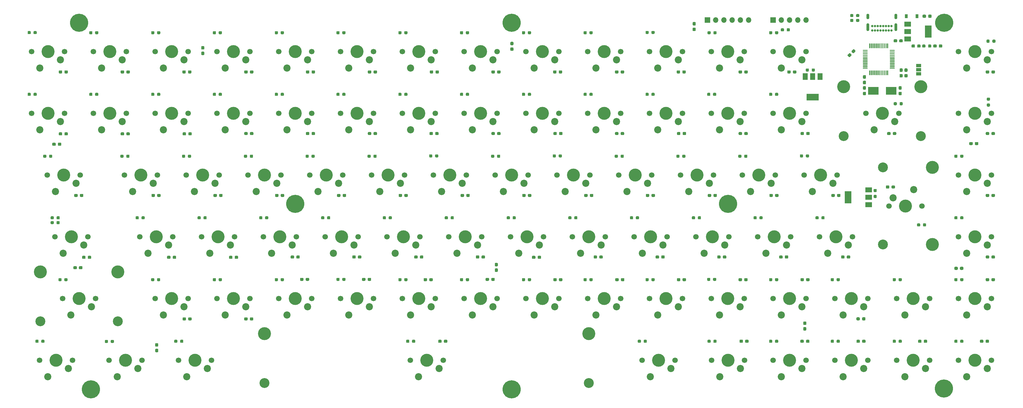
<source format=gbr>
%TF.GenerationSoftware,KiCad,Pcbnew,(5.1.9)-1*%
%TF.CreationDate,2021-03-14T17:48:21+01:00*%
%TF.ProjectId,mkb_01,6d6b625f-3031-42e6-9b69-6361645f7063,rev?*%
%TF.SameCoordinates,Original*%
%TF.FileFunction,Soldermask,Bot*%
%TF.FilePolarity,Negative*%
%FSLAX46Y46*%
G04 Gerber Fmt 4.6, Leading zero omitted, Abs format (unit mm)*
G04 Created by KiCad (PCBNEW (5.1.9)-1) date 2021-03-14 17:48:21*
%MOMM*%
%LPD*%
G01*
G04 APERTURE LIST*
%ADD10C,2.200000*%
%ADD11C,4.000000*%
%ADD12C,1.700000*%
%ADD13C,3.050000*%
%ADD14R,0.900000X1.200000*%
%ADD15R,1.500000X1.000000*%
%ADD16R,1.700000X1.700000*%
%ADD17O,1.700000X1.700000*%
%ADD18R,2.000000X3.800000*%
%ADD19R,2.000000X1.500000*%
%ADD20R,1.500000X2.000000*%
%ADD21R,3.800000X2.000000*%
%ADD22C,0.700000*%
%ADD23O,0.900000X2.400000*%
%ADD24O,0.900000X1.700000*%
%ADD25C,3.600000*%
%ADD26C,5.600000*%
%ADD27R,3.325000X2.400000*%
G04 APERTURE END LIST*
%TO.C,C6*%
G36*
G01*
X329437500Y-76600000D02*
X328962500Y-76600000D01*
G75*
G02*
X328725000Y-76362500I0J237500D01*
G01*
X328725000Y-75762500D01*
G75*
G02*
X328962500Y-75525000I237500J0D01*
G01*
X329437500Y-75525000D01*
G75*
G02*
X329675000Y-75762500I0J-237500D01*
G01*
X329675000Y-76362500D01*
G75*
G02*
X329437500Y-76600000I-237500J0D01*
G01*
G37*
G36*
G01*
X329437500Y-74875000D02*
X328962500Y-74875000D01*
G75*
G02*
X328725000Y-74637500I0J237500D01*
G01*
X328725000Y-74037500D01*
G75*
G02*
X328962500Y-73800000I237500J0D01*
G01*
X329437500Y-73800000D01*
G75*
G02*
X329675000Y-74037500I0J-237500D01*
G01*
X329675000Y-74637500D01*
G75*
G02*
X329437500Y-74875000I-237500J0D01*
G01*
G37*
%TD*%
%TO.C,C3*%
G36*
G01*
X327937500Y-76600000D02*
X327462500Y-76600000D01*
G75*
G02*
X327225000Y-76362500I0J237500D01*
G01*
X327225000Y-75762500D01*
G75*
G02*
X327462500Y-75525000I237500J0D01*
G01*
X327937500Y-75525000D01*
G75*
G02*
X328175000Y-75762500I0J-237500D01*
G01*
X328175000Y-76362500D01*
G75*
G02*
X327937500Y-76600000I-237500J0D01*
G01*
G37*
G36*
G01*
X327937500Y-74875000D02*
X327462500Y-74875000D01*
G75*
G02*
X327225000Y-74637500I0J237500D01*
G01*
X327225000Y-74037500D01*
G75*
G02*
X327462500Y-73800000I237500J0D01*
G01*
X327937500Y-73800000D01*
G75*
G02*
X328175000Y-74037500I0J-237500D01*
G01*
X328175000Y-74637500D01*
G75*
G02*
X327937500Y-74875000I-237500J0D01*
G01*
G37*
%TD*%
D10*
%TO.C,F2*%
X100300000Y-73700000D03*
X106650000Y-71160000D03*
D11*
X102840000Y-68620000D03*
D12*
X107920000Y-68620000D03*
X97760000Y-68620000D03*
%TD*%
D10*
%TO.C,^1*%
X62200000Y-92750000D03*
X68550000Y-90210000D03*
D11*
X64740000Y-87670000D03*
D12*
X69820000Y-87670000D03*
X59660000Y-87670000D03*
%TD*%
%TO.C,A1*%
X93010000Y-125770000D03*
X103170000Y-125770000D03*
D11*
X98090000Y-125770000D03*
D10*
X101900000Y-128310000D03*
X95550000Y-130850000D03*
%TD*%
%TO.C,ALT1*%
X107470000Y-168950000D03*
X113820000Y-166410000D03*
D11*
X110010000Y-163870000D03*
D12*
X115090000Y-163870000D03*
X104930000Y-163870000D03*
%TD*%
D10*
%TO.C,ALTGR1*%
X250350000Y-168950000D03*
X256700000Y-166410000D03*
D11*
X252890000Y-163870000D03*
D12*
X257970000Y-163870000D03*
X247810000Y-163870000D03*
%TD*%
D10*
%TO.C,B1*%
X195545000Y-149900000D03*
X201895000Y-147360000D03*
D11*
X198085000Y-144820000D03*
D12*
X203165000Y-144820000D03*
X193005000Y-144820000D03*
%TD*%
%TO.C,BACKSLASH1*%
X288260000Y-87670000D03*
X298420000Y-87670000D03*
D11*
X293340000Y-87670000D03*
D10*
X297150000Y-90210000D03*
X290800000Y-92750000D03*
%TD*%
%TO.C,BACKSPACE1*%
X319375000Y-92750000D03*
X325725000Y-90210000D03*
D11*
X321915000Y-87670000D03*
D12*
X326995000Y-87670000D03*
X316835000Y-87670000D03*
D11*
X310015000Y-79430000D03*
X333815000Y-79430000D03*
D13*
X333815000Y-94670000D03*
X310015000Y-94670000D03*
%TD*%
%TO.C,C1*%
G36*
G01*
X336025000Y-57937500D02*
X336025000Y-57462500D01*
G75*
G02*
X336262500Y-57225000I237500J0D01*
G01*
X336862500Y-57225000D01*
G75*
G02*
X337100000Y-57462500I0J-237500D01*
G01*
X337100000Y-57937500D01*
G75*
G02*
X336862500Y-58175000I-237500J0D01*
G01*
X336262500Y-58175000D01*
G75*
G02*
X336025000Y-57937500I0J237500D01*
G01*
G37*
G36*
G01*
X334300000Y-57937500D02*
X334300000Y-57462500D01*
G75*
G02*
X334537500Y-57225000I237500J0D01*
G01*
X335137500Y-57225000D01*
G75*
G02*
X335375000Y-57462500I0J-237500D01*
G01*
X335375000Y-57937500D01*
G75*
G02*
X335137500Y-58175000I-237500J0D01*
G01*
X334537500Y-58175000D01*
G75*
G02*
X334300000Y-57937500I0J237500D01*
G01*
G37*
%TD*%
%TO.C,C2*%
G36*
G01*
X316162500Y-77625000D02*
X316637500Y-77625000D01*
G75*
G02*
X316875000Y-77862500I0J-237500D01*
G01*
X316875000Y-78462500D01*
G75*
G02*
X316637500Y-78700000I-237500J0D01*
G01*
X316162500Y-78700000D01*
G75*
G02*
X315925000Y-78462500I0J237500D01*
G01*
X315925000Y-77862500D01*
G75*
G02*
X316162500Y-77625000I237500J0D01*
G01*
G37*
G36*
G01*
X316162500Y-75900000D02*
X316637500Y-75900000D01*
G75*
G02*
X316875000Y-76137500I0J-237500D01*
G01*
X316875000Y-76737500D01*
G75*
G02*
X316637500Y-76975000I-237500J0D01*
G01*
X316162500Y-76975000D01*
G75*
G02*
X315925000Y-76737500I0J237500D01*
G01*
X315925000Y-76137500D01*
G75*
G02*
X316162500Y-75900000I237500J0D01*
G01*
G37*
%TD*%
%TO.C,C4*%
G36*
G01*
X340400000Y-66662500D02*
X340400000Y-67137500D01*
G75*
G02*
X340162500Y-67375000I-237500J0D01*
G01*
X339562500Y-67375000D01*
G75*
G02*
X339325000Y-67137500I0J237500D01*
G01*
X339325000Y-66662500D01*
G75*
G02*
X339562500Y-66425000I237500J0D01*
G01*
X340162500Y-66425000D01*
G75*
G02*
X340400000Y-66662500I0J-237500D01*
G01*
G37*
G36*
G01*
X338675000Y-66662500D02*
X338675000Y-67137500D01*
G75*
G02*
X338437500Y-67375000I-237500J0D01*
G01*
X337837500Y-67375000D01*
G75*
G02*
X337600000Y-67137500I0J237500D01*
G01*
X337600000Y-66662500D01*
G75*
G02*
X337837500Y-66425000I237500J0D01*
G01*
X338437500Y-66425000D01*
G75*
G02*
X338675000Y-66662500I0J-237500D01*
G01*
G37*
%TD*%
%TO.C,C5*%
G36*
G01*
X312797748Y-69038128D02*
X312461872Y-68702252D01*
G75*
G02*
X312461872Y-68366376I167938J167938D01*
G01*
X312886136Y-67942112D01*
G75*
G02*
X313222012Y-67942112I167938J-167938D01*
G01*
X313557888Y-68277988D01*
G75*
G02*
X313557888Y-68613864I-167938J-167938D01*
G01*
X313133624Y-69038128D01*
G75*
G02*
X312797748Y-69038128I-167938J167938D01*
G01*
G37*
G36*
G01*
X311577988Y-70257888D02*
X311242112Y-69922012D01*
G75*
G02*
X311242112Y-69586136I167938J167938D01*
G01*
X311666376Y-69161872D01*
G75*
G02*
X312002252Y-69161872I167938J-167938D01*
G01*
X312338128Y-69497748D01*
G75*
G02*
X312338128Y-69833624I-167938J-167938D01*
G01*
X311913864Y-70257888D01*
G75*
G02*
X311577988Y-70257888I-167938J167938D01*
G01*
G37*
%TD*%
%TO.C,C7*%
G36*
G01*
X325400000Y-65537500D02*
X325400000Y-65062500D01*
G75*
G02*
X325637500Y-64825000I237500J0D01*
G01*
X326237500Y-64825000D01*
G75*
G02*
X326475000Y-65062500I0J-237500D01*
G01*
X326475000Y-65537500D01*
G75*
G02*
X326237500Y-65775000I-237500J0D01*
G01*
X325637500Y-65775000D01*
G75*
G02*
X325400000Y-65537500I0J237500D01*
G01*
G37*
G36*
G01*
X327125000Y-65537500D02*
X327125000Y-65062500D01*
G75*
G02*
X327362500Y-64825000I237500J0D01*
G01*
X327962500Y-64825000D01*
G75*
G02*
X328200000Y-65062500I0J-237500D01*
G01*
X328200000Y-65537500D01*
G75*
G02*
X327962500Y-65775000I-237500J0D01*
G01*
X327362500Y-65775000D01*
G75*
G02*
X327125000Y-65537500I0J237500D01*
G01*
G37*
%TD*%
D12*
%TO.C,C8*%
X154905000Y-144820000D03*
X165065000Y-144820000D03*
D11*
X159985000Y-144820000D03*
D10*
X163795000Y-147360000D03*
X157445000Y-149900000D03*
%TD*%
%TO.C,CAPS1*%
X69350000Y-130850000D03*
X75700000Y-128310000D03*
D11*
X71890000Y-125770000D03*
D12*
X76970000Y-125770000D03*
X66810000Y-125770000D03*
%TD*%
%TO.C,COMMA1*%
X250155000Y-144820000D03*
X260315000Y-144820000D03*
D11*
X255235000Y-144820000D03*
D10*
X259045000Y-147360000D03*
X252695000Y-149900000D03*
%TD*%
D14*
%TO.C,D1*%
X332550000Y-57700000D03*
X329250000Y-57700000D03*
%TD*%
%TO.C,D2*%
G36*
G01*
X330900000Y-67137500D02*
X330900000Y-66662500D01*
G75*
G02*
X331137500Y-66425000I237500J0D01*
G01*
X331712500Y-66425000D01*
G75*
G02*
X331950000Y-66662500I0J-237500D01*
G01*
X331950000Y-67137500D01*
G75*
G02*
X331712500Y-67375000I-237500J0D01*
G01*
X331137500Y-67375000D01*
G75*
G02*
X330900000Y-67137500I0J237500D01*
G01*
G37*
G36*
G01*
X332650000Y-67137500D02*
X332650000Y-66662500D01*
G75*
G02*
X332887500Y-66425000I237500J0D01*
G01*
X333462500Y-66425000D01*
G75*
G02*
X333700000Y-66662500I0J-237500D01*
G01*
X333700000Y-67137500D01*
G75*
G02*
X333462500Y-67375000I-237500J0D01*
G01*
X332887500Y-67375000D01*
G75*
G02*
X332650000Y-67137500I0J237500D01*
G01*
G37*
%TD*%
%TO.C,D3*%
G36*
G01*
X70800000Y-74662500D02*
X70800000Y-75137500D01*
G75*
G02*
X70562500Y-75375000I-237500J0D01*
G01*
X69987500Y-75375000D01*
G75*
G02*
X69750000Y-75137500I0J237500D01*
G01*
X69750000Y-74662500D01*
G75*
G02*
X69987500Y-74425000I237500J0D01*
G01*
X70562500Y-74425000D01*
G75*
G02*
X70800000Y-74662500I0J-237500D01*
G01*
G37*
G36*
G01*
X69050000Y-74662500D02*
X69050000Y-75137500D01*
G75*
G02*
X68812500Y-75375000I-237500J0D01*
G01*
X68237500Y-75375000D01*
G75*
G02*
X68000000Y-75137500I0J237500D01*
G01*
X68000000Y-74662500D01*
G75*
G02*
X68237500Y-74425000I237500J0D01*
G01*
X68812500Y-74425000D01*
G75*
G02*
X69050000Y-74662500I0J-237500D01*
G01*
G37*
%TD*%
%TO.C,D4*%
G36*
G01*
X69050000Y-93762500D02*
X69050000Y-94237500D01*
G75*
G02*
X68812500Y-94475000I-237500J0D01*
G01*
X68237500Y-94475000D01*
G75*
G02*
X68000000Y-94237500I0J237500D01*
G01*
X68000000Y-93762500D01*
G75*
G02*
X68237500Y-93525000I237500J0D01*
G01*
X68812500Y-93525000D01*
G75*
G02*
X69050000Y-93762500I0J-237500D01*
G01*
G37*
G36*
G01*
X70800000Y-93762500D02*
X70800000Y-94237500D01*
G75*
G02*
X70562500Y-94475000I-237500J0D01*
G01*
X69987500Y-94475000D01*
G75*
G02*
X69750000Y-94237500I0J237500D01*
G01*
X69750000Y-93762500D01*
G75*
G02*
X69987500Y-93525000I237500J0D01*
G01*
X70562500Y-93525000D01*
G75*
G02*
X70800000Y-93762500I0J-237500D01*
G01*
G37*
%TD*%
%TO.C,D5*%
G36*
G01*
X75575000Y-112762500D02*
X75575000Y-113237500D01*
G75*
G02*
X75337500Y-113475000I-237500J0D01*
G01*
X74762500Y-113475000D01*
G75*
G02*
X74525000Y-113237500I0J237500D01*
G01*
X74525000Y-112762500D01*
G75*
G02*
X74762500Y-112525000I237500J0D01*
G01*
X75337500Y-112525000D01*
G75*
G02*
X75575000Y-112762500I0J-237500D01*
G01*
G37*
G36*
G01*
X73825000Y-112762500D02*
X73825000Y-113237500D01*
G75*
G02*
X73587500Y-113475000I-237500J0D01*
G01*
X73012500Y-113475000D01*
G75*
G02*
X72775000Y-113237500I0J237500D01*
G01*
X72775000Y-112762500D01*
G75*
G02*
X73012500Y-112525000I237500J0D01*
G01*
X73587500Y-112525000D01*
G75*
G02*
X73825000Y-112762500I0J-237500D01*
G01*
G37*
%TD*%
%TO.C,D6*%
G36*
G01*
X76250000Y-131862500D02*
X76250000Y-132337500D01*
G75*
G02*
X76012500Y-132575000I-237500J0D01*
G01*
X75437500Y-132575000D01*
G75*
G02*
X75200000Y-132337500I0J237500D01*
G01*
X75200000Y-131862500D01*
G75*
G02*
X75437500Y-131625000I237500J0D01*
G01*
X76012500Y-131625000D01*
G75*
G02*
X76250000Y-131862500I0J-237500D01*
G01*
G37*
G36*
G01*
X78000000Y-131862500D02*
X78000000Y-132337500D01*
G75*
G02*
X77762500Y-132575000I-237500J0D01*
G01*
X77187500Y-132575000D01*
G75*
G02*
X76950000Y-132337500I0J237500D01*
G01*
X76950000Y-131862500D01*
G75*
G02*
X77187500Y-131625000I237500J0D01*
G01*
X77762500Y-131625000D01*
G75*
G02*
X78000000Y-131862500I0J-237500D01*
G01*
G37*
%TD*%
%TO.C,D7*%
G36*
G01*
X107220000Y-150862500D02*
X107220000Y-151337500D01*
G75*
G02*
X106982500Y-151575000I-237500J0D01*
G01*
X106407500Y-151575000D01*
G75*
G02*
X106170000Y-151337500I0J237500D01*
G01*
X106170000Y-150862500D01*
G75*
G02*
X106407500Y-150625000I237500J0D01*
G01*
X106982500Y-150625000D01*
G75*
G02*
X107220000Y-150862500I0J-237500D01*
G01*
G37*
G36*
G01*
X108970000Y-150862500D02*
X108970000Y-151337500D01*
G75*
G02*
X108732500Y-151575000I-237500J0D01*
G01*
X108157500Y-151575000D01*
G75*
G02*
X107920000Y-151337500I0J237500D01*
G01*
X107920000Y-150862500D01*
G75*
G02*
X108157500Y-150625000I237500J0D01*
G01*
X108732500Y-150625000D01*
G75*
G02*
X108970000Y-150862500I0J-237500D01*
G01*
G37*
%TD*%
%TO.C,D8*%
G36*
G01*
X88150000Y-74662500D02*
X88150000Y-75137500D01*
G75*
G02*
X87912500Y-75375000I-237500J0D01*
G01*
X87337500Y-75375000D01*
G75*
G02*
X87100000Y-75137500I0J237500D01*
G01*
X87100000Y-74662500D01*
G75*
G02*
X87337500Y-74425000I237500J0D01*
G01*
X87912500Y-74425000D01*
G75*
G02*
X88150000Y-74662500I0J-237500D01*
G01*
G37*
G36*
G01*
X89900000Y-74662500D02*
X89900000Y-75137500D01*
G75*
G02*
X89662500Y-75375000I-237500J0D01*
G01*
X89087500Y-75375000D01*
G75*
G02*
X88850000Y-75137500I0J237500D01*
G01*
X88850000Y-74662500D01*
G75*
G02*
X89087500Y-74425000I237500J0D01*
G01*
X89662500Y-74425000D01*
G75*
G02*
X89900000Y-74662500I0J-237500D01*
G01*
G37*
%TD*%
%TO.C,D9*%
G36*
G01*
X88150000Y-93762500D02*
X88150000Y-94237500D01*
G75*
G02*
X87912500Y-94475000I-237500J0D01*
G01*
X87337500Y-94475000D01*
G75*
G02*
X87100000Y-94237500I0J237500D01*
G01*
X87100000Y-93762500D01*
G75*
G02*
X87337500Y-93525000I237500J0D01*
G01*
X87912500Y-93525000D01*
G75*
G02*
X88150000Y-93762500I0J-237500D01*
G01*
G37*
G36*
G01*
X89900000Y-93762500D02*
X89900000Y-94237500D01*
G75*
G02*
X89662500Y-94475000I-237500J0D01*
G01*
X89087500Y-94475000D01*
G75*
G02*
X88850000Y-94237500I0J237500D01*
G01*
X88850000Y-93762500D01*
G75*
G02*
X89087500Y-93525000I237500J0D01*
G01*
X89662500Y-93525000D01*
G75*
G02*
X89900000Y-93762500I0J-237500D01*
G01*
G37*
%TD*%
%TO.C,D10*%
G36*
G01*
X97650000Y-112762500D02*
X97650000Y-113237500D01*
G75*
G02*
X97412500Y-113475000I-237500J0D01*
G01*
X96837500Y-113475000D01*
G75*
G02*
X96600000Y-113237500I0J237500D01*
G01*
X96600000Y-112762500D01*
G75*
G02*
X96837500Y-112525000I237500J0D01*
G01*
X97412500Y-112525000D01*
G75*
G02*
X97650000Y-112762500I0J-237500D01*
G01*
G37*
G36*
G01*
X99400000Y-112762500D02*
X99400000Y-113237500D01*
G75*
G02*
X99162500Y-113475000I-237500J0D01*
G01*
X98587500Y-113475000D01*
G75*
G02*
X98350000Y-113237500I0J237500D01*
G01*
X98350000Y-112762500D01*
G75*
G02*
X98587500Y-112525000I237500J0D01*
G01*
X99162500Y-112525000D01*
G75*
G02*
X99400000Y-112762500I0J-237500D01*
G01*
G37*
%TD*%
%TO.C,D11*%
G36*
G01*
X104200000Y-131862500D02*
X104200000Y-132337500D01*
G75*
G02*
X103962500Y-132575000I-237500J0D01*
G01*
X103387500Y-132575000D01*
G75*
G02*
X103150000Y-132337500I0J237500D01*
G01*
X103150000Y-131862500D01*
G75*
G02*
X103387500Y-131625000I237500J0D01*
G01*
X103962500Y-131625000D01*
G75*
G02*
X104200000Y-131862500I0J-237500D01*
G01*
G37*
G36*
G01*
X102450000Y-131862500D02*
X102450000Y-132337500D01*
G75*
G02*
X102212500Y-132575000I-237500J0D01*
G01*
X101637500Y-132575000D01*
G75*
G02*
X101400000Y-132337500I0J237500D01*
G01*
X101400000Y-131862500D01*
G75*
G02*
X101637500Y-131625000I237500J0D01*
G01*
X102212500Y-131625000D01*
G75*
G02*
X102450000Y-131862500I0J-237500D01*
G01*
G37*
%TD*%
%TO.C,D12*%
G36*
G01*
X127970000Y-150862500D02*
X127970000Y-151337500D01*
G75*
G02*
X127732500Y-151575000I-237500J0D01*
G01*
X127157500Y-151575000D01*
G75*
G02*
X126920000Y-151337500I0J237500D01*
G01*
X126920000Y-150862500D01*
G75*
G02*
X127157500Y-150625000I237500J0D01*
G01*
X127732500Y-150625000D01*
G75*
G02*
X127970000Y-150862500I0J-237500D01*
G01*
G37*
G36*
G01*
X126220000Y-150862500D02*
X126220000Y-151337500D01*
G75*
G02*
X125982500Y-151575000I-237500J0D01*
G01*
X125407500Y-151575000D01*
G75*
G02*
X125170000Y-151337500I0J237500D01*
G01*
X125170000Y-150862500D01*
G75*
G02*
X125407500Y-150625000I237500J0D01*
G01*
X125982500Y-150625000D01*
G75*
G02*
X126220000Y-150862500I0J-237500D01*
G01*
G37*
%TD*%
%TO.C,D13*%
G36*
G01*
X107150000Y-74662500D02*
X107150000Y-75137500D01*
G75*
G02*
X106912500Y-75375000I-237500J0D01*
G01*
X106337500Y-75375000D01*
G75*
G02*
X106100000Y-75137500I0J237500D01*
G01*
X106100000Y-74662500D01*
G75*
G02*
X106337500Y-74425000I237500J0D01*
G01*
X106912500Y-74425000D01*
G75*
G02*
X107150000Y-74662500I0J-237500D01*
G01*
G37*
G36*
G01*
X108900000Y-74662500D02*
X108900000Y-75137500D01*
G75*
G02*
X108662500Y-75375000I-237500J0D01*
G01*
X108087500Y-75375000D01*
G75*
G02*
X107850000Y-75137500I0J237500D01*
G01*
X107850000Y-74662500D01*
G75*
G02*
X108087500Y-74425000I237500J0D01*
G01*
X108662500Y-74425000D01*
G75*
G02*
X108900000Y-74662500I0J-237500D01*
G01*
G37*
%TD*%
%TO.C,D14*%
G36*
G01*
X109000000Y-93762500D02*
X109000000Y-94237500D01*
G75*
G02*
X108762500Y-94475000I-237500J0D01*
G01*
X108187500Y-94475000D01*
G75*
G02*
X107950000Y-94237500I0J237500D01*
G01*
X107950000Y-93762500D01*
G75*
G02*
X108187500Y-93525000I237500J0D01*
G01*
X108762500Y-93525000D01*
G75*
G02*
X109000000Y-93762500I0J-237500D01*
G01*
G37*
G36*
G01*
X107250000Y-93762500D02*
X107250000Y-94237500D01*
G75*
G02*
X107012500Y-94475000I-237500J0D01*
G01*
X106437500Y-94475000D01*
G75*
G02*
X106200000Y-94237500I0J237500D01*
G01*
X106200000Y-93762500D01*
G75*
G02*
X106437500Y-93525000I237500J0D01*
G01*
X107012500Y-93525000D01*
G75*
G02*
X107250000Y-93762500I0J-237500D01*
G01*
G37*
%TD*%
%TO.C,D15*%
G36*
G01*
X118500000Y-112762500D02*
X118500000Y-113237500D01*
G75*
G02*
X118262500Y-113475000I-237500J0D01*
G01*
X117687500Y-113475000D01*
G75*
G02*
X117450000Y-113237500I0J237500D01*
G01*
X117450000Y-112762500D01*
G75*
G02*
X117687500Y-112525000I237500J0D01*
G01*
X118262500Y-112525000D01*
G75*
G02*
X118500000Y-112762500I0J-237500D01*
G01*
G37*
G36*
G01*
X116750000Y-112762500D02*
X116750000Y-113237500D01*
G75*
G02*
X116512500Y-113475000I-237500J0D01*
G01*
X115937500Y-113475000D01*
G75*
G02*
X115700000Y-113237500I0J237500D01*
G01*
X115700000Y-112762500D01*
G75*
G02*
X115937500Y-112525000I237500J0D01*
G01*
X116512500Y-112525000D01*
G75*
G02*
X116750000Y-112762500I0J-237500D01*
G01*
G37*
%TD*%
%TO.C,D16*%
G36*
G01*
X121550000Y-131862500D02*
X121550000Y-132337500D01*
G75*
G02*
X121312500Y-132575000I-237500J0D01*
G01*
X120737500Y-132575000D01*
G75*
G02*
X120500000Y-132337500I0J237500D01*
G01*
X120500000Y-131862500D01*
G75*
G02*
X120737500Y-131625000I237500J0D01*
G01*
X121312500Y-131625000D01*
G75*
G02*
X121550000Y-131862500I0J-237500D01*
G01*
G37*
G36*
G01*
X123300000Y-131862500D02*
X123300000Y-132337500D01*
G75*
G02*
X123062500Y-132575000I-237500J0D01*
G01*
X122487500Y-132575000D01*
G75*
G02*
X122250000Y-132337500I0J237500D01*
G01*
X122250000Y-131862500D01*
G75*
G02*
X122487500Y-131625000I237500J0D01*
G01*
X123062500Y-131625000D01*
G75*
G02*
X123300000Y-131862500I0J-237500D01*
G01*
G37*
%TD*%
%TO.C,D17*%
G36*
G01*
X144150000Y-139137500D02*
X144150000Y-138662500D01*
G75*
G02*
X144387500Y-138425000I237500J0D01*
G01*
X144962500Y-138425000D01*
G75*
G02*
X145200000Y-138662500I0J-237500D01*
G01*
X145200000Y-139137500D01*
G75*
G02*
X144962500Y-139375000I-237500J0D01*
G01*
X144387500Y-139375000D01*
G75*
G02*
X144150000Y-139137500I0J237500D01*
G01*
G37*
G36*
G01*
X142400000Y-139137500D02*
X142400000Y-138662500D01*
G75*
G02*
X142637500Y-138425000I237500J0D01*
G01*
X143212500Y-138425000D01*
G75*
G02*
X143450000Y-138662500I0J-237500D01*
G01*
X143450000Y-139137500D01*
G75*
G02*
X143212500Y-139375000I-237500J0D01*
G01*
X142637500Y-139375000D01*
G75*
G02*
X142400000Y-139137500I0J237500D01*
G01*
G37*
%TD*%
D10*
%TO.C,D18*%
X133650000Y-130850000D03*
X140000000Y-128310000D03*
D11*
X136190000Y-125770000D03*
D12*
X141270000Y-125770000D03*
X131110000Y-125770000D03*
%TD*%
%TO.C,D19*%
G36*
G01*
X126250000Y-74662500D02*
X126250000Y-75137500D01*
G75*
G02*
X126012500Y-75375000I-237500J0D01*
G01*
X125437500Y-75375000D01*
G75*
G02*
X125200000Y-75137500I0J237500D01*
G01*
X125200000Y-74662500D01*
G75*
G02*
X125437500Y-74425000I237500J0D01*
G01*
X126012500Y-74425000D01*
G75*
G02*
X126250000Y-74662500I0J-237500D01*
G01*
G37*
G36*
G01*
X128000000Y-74662500D02*
X128000000Y-75137500D01*
G75*
G02*
X127762500Y-75375000I-237500J0D01*
G01*
X127187500Y-75375000D01*
G75*
G02*
X126950000Y-75137500I0J237500D01*
G01*
X126950000Y-74662500D01*
G75*
G02*
X127187500Y-74425000I237500J0D01*
G01*
X127762500Y-74425000D01*
G75*
G02*
X128000000Y-74662500I0J-237500D01*
G01*
G37*
%TD*%
%TO.C,D20*%
G36*
G01*
X128000000Y-93662500D02*
X128000000Y-94137500D01*
G75*
G02*
X127762500Y-94375000I-237500J0D01*
G01*
X127187500Y-94375000D01*
G75*
G02*
X126950000Y-94137500I0J237500D01*
G01*
X126950000Y-93662500D01*
G75*
G02*
X127187500Y-93425000I237500J0D01*
G01*
X127762500Y-93425000D01*
G75*
G02*
X128000000Y-93662500I0J-237500D01*
G01*
G37*
G36*
G01*
X126250000Y-93662500D02*
X126250000Y-94137500D01*
G75*
G02*
X126012500Y-94375000I-237500J0D01*
G01*
X125437500Y-94375000D01*
G75*
G02*
X125200000Y-94137500I0J237500D01*
G01*
X125200000Y-93662500D01*
G75*
G02*
X125437500Y-93425000I237500J0D01*
G01*
X126012500Y-93425000D01*
G75*
G02*
X126250000Y-93662500I0J-237500D01*
G01*
G37*
%TD*%
%TO.C,D21*%
G36*
G01*
X135750000Y-112762500D02*
X135750000Y-113237500D01*
G75*
G02*
X135512500Y-113475000I-237500J0D01*
G01*
X134937500Y-113475000D01*
G75*
G02*
X134700000Y-113237500I0J237500D01*
G01*
X134700000Y-112762500D01*
G75*
G02*
X134937500Y-112525000I237500J0D01*
G01*
X135512500Y-112525000D01*
G75*
G02*
X135750000Y-112762500I0J-237500D01*
G01*
G37*
G36*
G01*
X137500000Y-112762500D02*
X137500000Y-113237500D01*
G75*
G02*
X137262500Y-113475000I-237500J0D01*
G01*
X136687500Y-113475000D01*
G75*
G02*
X136450000Y-113237500I0J237500D01*
G01*
X136450000Y-112762500D01*
G75*
G02*
X136687500Y-112525000I237500J0D01*
G01*
X137262500Y-112525000D01*
G75*
G02*
X137500000Y-112762500I0J-237500D01*
G01*
G37*
%TD*%
%TO.C,D22*%
G36*
G01*
X140550000Y-131762500D02*
X140550000Y-132237500D01*
G75*
G02*
X140312500Y-132475000I-237500J0D01*
G01*
X139737500Y-132475000D01*
G75*
G02*
X139500000Y-132237500I0J237500D01*
G01*
X139500000Y-131762500D01*
G75*
G02*
X139737500Y-131525000I237500J0D01*
G01*
X140312500Y-131525000D01*
G75*
G02*
X140550000Y-131762500I0J-237500D01*
G01*
G37*
G36*
G01*
X142300000Y-131762500D02*
X142300000Y-132237500D01*
G75*
G02*
X142062500Y-132475000I-237500J0D01*
G01*
X141487500Y-132475000D01*
G75*
G02*
X141250000Y-132237500I0J237500D01*
G01*
X141250000Y-131762500D01*
G75*
G02*
X141487500Y-131525000I237500J0D01*
G01*
X142062500Y-131525000D01*
G75*
G02*
X142300000Y-131762500I0J-237500D01*
G01*
G37*
%TD*%
%TO.C,D23*%
G36*
G01*
X161500000Y-139137500D02*
X161500000Y-138662500D01*
G75*
G02*
X161737500Y-138425000I237500J0D01*
G01*
X162312500Y-138425000D01*
G75*
G02*
X162550000Y-138662500I0J-237500D01*
G01*
X162550000Y-139137500D01*
G75*
G02*
X162312500Y-139375000I-237500J0D01*
G01*
X161737500Y-139375000D01*
G75*
G02*
X161500000Y-139137500I0J237500D01*
G01*
G37*
G36*
G01*
X163250000Y-139137500D02*
X163250000Y-138662500D01*
G75*
G02*
X163487500Y-138425000I237500J0D01*
G01*
X164062500Y-138425000D01*
G75*
G02*
X164300000Y-138662500I0J-237500D01*
G01*
X164300000Y-139137500D01*
G75*
G02*
X164062500Y-139375000I-237500J0D01*
G01*
X163487500Y-139375000D01*
G75*
G02*
X163250000Y-139137500I0J237500D01*
G01*
G37*
%TD*%
%TO.C,D24*%
G36*
G01*
X145250000Y-74662500D02*
X145250000Y-75137500D01*
G75*
G02*
X145012500Y-75375000I-237500J0D01*
G01*
X144437500Y-75375000D01*
G75*
G02*
X144200000Y-75137500I0J237500D01*
G01*
X144200000Y-74662500D01*
G75*
G02*
X144437500Y-74425000I237500J0D01*
G01*
X145012500Y-74425000D01*
G75*
G02*
X145250000Y-74662500I0J-237500D01*
G01*
G37*
G36*
G01*
X147000000Y-74662500D02*
X147000000Y-75137500D01*
G75*
G02*
X146762500Y-75375000I-237500J0D01*
G01*
X146187500Y-75375000D01*
G75*
G02*
X145950000Y-75137500I0J237500D01*
G01*
X145950000Y-74662500D01*
G75*
G02*
X146187500Y-74425000I237500J0D01*
G01*
X146762500Y-74425000D01*
G75*
G02*
X147000000Y-74662500I0J-237500D01*
G01*
G37*
%TD*%
%TO.C,D25*%
G36*
G01*
X145250000Y-93662500D02*
X145250000Y-94137500D01*
G75*
G02*
X145012500Y-94375000I-237500J0D01*
G01*
X144437500Y-94375000D01*
G75*
G02*
X144200000Y-94137500I0J237500D01*
G01*
X144200000Y-93662500D01*
G75*
G02*
X144437500Y-93425000I237500J0D01*
G01*
X145012500Y-93425000D01*
G75*
G02*
X145250000Y-93662500I0J-237500D01*
G01*
G37*
G36*
G01*
X147000000Y-93662500D02*
X147000000Y-94137500D01*
G75*
G02*
X146762500Y-94375000I-237500J0D01*
G01*
X146187500Y-94375000D01*
G75*
G02*
X145950000Y-94137500I0J237500D01*
G01*
X145950000Y-93662500D01*
G75*
G02*
X146187500Y-93425000I237500J0D01*
G01*
X146762500Y-93425000D01*
G75*
G02*
X147000000Y-93662500I0J-237500D01*
G01*
G37*
%TD*%
%TO.C,D26*%
G36*
G01*
X156600000Y-112762500D02*
X156600000Y-113237500D01*
G75*
G02*
X156362500Y-113475000I-237500J0D01*
G01*
X155787500Y-113475000D01*
G75*
G02*
X155550000Y-113237500I0J237500D01*
G01*
X155550000Y-112762500D01*
G75*
G02*
X155787500Y-112525000I237500J0D01*
G01*
X156362500Y-112525000D01*
G75*
G02*
X156600000Y-112762500I0J-237500D01*
G01*
G37*
G36*
G01*
X154850000Y-112762500D02*
X154850000Y-113237500D01*
G75*
G02*
X154612500Y-113475000I-237500J0D01*
G01*
X154037500Y-113475000D01*
G75*
G02*
X153800000Y-113237500I0J237500D01*
G01*
X153800000Y-112762500D01*
G75*
G02*
X154037500Y-112525000I237500J0D01*
G01*
X154612500Y-112525000D01*
G75*
G02*
X154850000Y-112762500I0J-237500D01*
G01*
G37*
%TD*%
%TO.C,D27*%
G36*
G01*
X159550000Y-131762500D02*
X159550000Y-132237500D01*
G75*
G02*
X159312500Y-132475000I-237500J0D01*
G01*
X158737500Y-132475000D01*
G75*
G02*
X158500000Y-132237500I0J237500D01*
G01*
X158500000Y-131762500D01*
G75*
G02*
X158737500Y-131525000I237500J0D01*
G01*
X159312500Y-131525000D01*
G75*
G02*
X159550000Y-131762500I0J-237500D01*
G01*
G37*
G36*
G01*
X161300000Y-131762500D02*
X161300000Y-132237500D01*
G75*
G02*
X161062500Y-132475000I-237500J0D01*
G01*
X160487500Y-132475000D01*
G75*
G02*
X160250000Y-132237500I0J237500D01*
G01*
X160250000Y-131762500D01*
G75*
G02*
X160487500Y-131525000I237500J0D01*
G01*
X161062500Y-131525000D01*
G75*
G02*
X161300000Y-131762500I0J-237500D01*
G01*
G37*
%TD*%
%TO.C,D28*%
G36*
G01*
X182250000Y-139237500D02*
X182250000Y-138762500D01*
G75*
G02*
X182487500Y-138525000I237500J0D01*
G01*
X183062500Y-138525000D01*
G75*
G02*
X183300000Y-138762500I0J-237500D01*
G01*
X183300000Y-139237500D01*
G75*
G02*
X183062500Y-139475000I-237500J0D01*
G01*
X182487500Y-139475000D01*
G75*
G02*
X182250000Y-139237500I0J237500D01*
G01*
G37*
G36*
G01*
X180500000Y-139237500D02*
X180500000Y-138762500D01*
G75*
G02*
X180737500Y-138525000I237500J0D01*
G01*
X181312500Y-138525000D01*
G75*
G02*
X181550000Y-138762500I0J-237500D01*
G01*
X181550000Y-139237500D01*
G75*
G02*
X181312500Y-139475000I-237500J0D01*
G01*
X180737500Y-139475000D01*
G75*
G02*
X180500000Y-139237500I0J237500D01*
G01*
G37*
%TD*%
%TO.C,D29*%
G36*
G01*
X166100000Y-74662500D02*
X166100000Y-75137500D01*
G75*
G02*
X165862500Y-75375000I-237500J0D01*
G01*
X165287500Y-75375000D01*
G75*
G02*
X165050000Y-75137500I0J237500D01*
G01*
X165050000Y-74662500D01*
G75*
G02*
X165287500Y-74425000I237500J0D01*
G01*
X165862500Y-74425000D01*
G75*
G02*
X166100000Y-74662500I0J-237500D01*
G01*
G37*
G36*
G01*
X164350000Y-74662500D02*
X164350000Y-75137500D01*
G75*
G02*
X164112500Y-75375000I-237500J0D01*
G01*
X163537500Y-75375000D01*
G75*
G02*
X163300000Y-75137500I0J237500D01*
G01*
X163300000Y-74662500D01*
G75*
G02*
X163537500Y-74425000I237500J0D01*
G01*
X164112500Y-74425000D01*
G75*
G02*
X164350000Y-74662500I0J-237500D01*
G01*
G37*
%TD*%
%TO.C,D30*%
G36*
G01*
X166100000Y-93662500D02*
X166100000Y-94137500D01*
G75*
G02*
X165862500Y-94375000I-237500J0D01*
G01*
X165287500Y-94375000D01*
G75*
G02*
X165050000Y-94137500I0J237500D01*
G01*
X165050000Y-93662500D01*
G75*
G02*
X165287500Y-93425000I237500J0D01*
G01*
X165862500Y-93425000D01*
G75*
G02*
X166100000Y-93662500I0J-237500D01*
G01*
G37*
G36*
G01*
X164350000Y-93662500D02*
X164350000Y-94137500D01*
G75*
G02*
X164112500Y-94375000I-237500J0D01*
G01*
X163537500Y-94375000D01*
G75*
G02*
X163300000Y-94137500I0J237500D01*
G01*
X163300000Y-93662500D01*
G75*
G02*
X163537500Y-93425000I237500J0D01*
G01*
X164112500Y-93425000D01*
G75*
G02*
X164350000Y-93662500I0J-237500D01*
G01*
G37*
%TD*%
%TO.C,D31*%
G36*
G01*
X173850000Y-112762500D02*
X173850000Y-113237500D01*
G75*
G02*
X173612500Y-113475000I-237500J0D01*
G01*
X173037500Y-113475000D01*
G75*
G02*
X172800000Y-113237500I0J237500D01*
G01*
X172800000Y-112762500D01*
G75*
G02*
X173037500Y-112525000I237500J0D01*
G01*
X173612500Y-112525000D01*
G75*
G02*
X173850000Y-112762500I0J-237500D01*
G01*
G37*
G36*
G01*
X175600000Y-112762500D02*
X175600000Y-113237500D01*
G75*
G02*
X175362500Y-113475000I-237500J0D01*
G01*
X174787500Y-113475000D01*
G75*
G02*
X174550000Y-113237500I0J237500D01*
G01*
X174550000Y-112762500D01*
G75*
G02*
X174787500Y-112525000I237500J0D01*
G01*
X175362500Y-112525000D01*
G75*
G02*
X175600000Y-112762500I0J-237500D01*
G01*
G37*
%TD*%
%TO.C,D32*%
G36*
G01*
X180400000Y-131762500D02*
X180400000Y-132237500D01*
G75*
G02*
X180162500Y-132475000I-237500J0D01*
G01*
X179587500Y-132475000D01*
G75*
G02*
X179350000Y-132237500I0J237500D01*
G01*
X179350000Y-131762500D01*
G75*
G02*
X179587500Y-131525000I237500J0D01*
G01*
X180162500Y-131525000D01*
G75*
G02*
X180400000Y-131762500I0J-237500D01*
G01*
G37*
G36*
G01*
X178650000Y-131762500D02*
X178650000Y-132237500D01*
G75*
G02*
X178412500Y-132475000I-237500J0D01*
G01*
X177837500Y-132475000D01*
G75*
G02*
X177600000Y-132237500I0J237500D01*
G01*
X177600000Y-131762500D01*
G75*
G02*
X177837500Y-131525000I237500J0D01*
G01*
X178412500Y-131525000D01*
G75*
G02*
X178650000Y-131762500I0J-237500D01*
G01*
G37*
%TD*%
%TO.C,D33*%
G36*
G01*
X199600000Y-139137500D02*
X199600000Y-138662500D01*
G75*
G02*
X199837500Y-138425000I237500J0D01*
G01*
X200412500Y-138425000D01*
G75*
G02*
X200650000Y-138662500I0J-237500D01*
G01*
X200650000Y-139137500D01*
G75*
G02*
X200412500Y-139375000I-237500J0D01*
G01*
X199837500Y-139375000D01*
G75*
G02*
X199600000Y-139137500I0J237500D01*
G01*
G37*
G36*
G01*
X201350000Y-139137500D02*
X201350000Y-138662500D01*
G75*
G02*
X201587500Y-138425000I237500J0D01*
G01*
X202162500Y-138425000D01*
G75*
G02*
X202400000Y-138662500I0J-237500D01*
G01*
X202400000Y-139137500D01*
G75*
G02*
X202162500Y-139375000I-237500J0D01*
G01*
X201587500Y-139375000D01*
G75*
G02*
X201350000Y-139137500I0J237500D01*
G01*
G37*
%TD*%
%TO.C,D34*%
G36*
G01*
X183450000Y-74662500D02*
X183450000Y-75137500D01*
G75*
G02*
X183212500Y-75375000I-237500J0D01*
G01*
X182637500Y-75375000D01*
G75*
G02*
X182400000Y-75137500I0J237500D01*
G01*
X182400000Y-74662500D01*
G75*
G02*
X182637500Y-74425000I237500J0D01*
G01*
X183212500Y-74425000D01*
G75*
G02*
X183450000Y-74662500I0J-237500D01*
G01*
G37*
G36*
G01*
X185200000Y-74662500D02*
X185200000Y-75137500D01*
G75*
G02*
X184962500Y-75375000I-237500J0D01*
G01*
X184387500Y-75375000D01*
G75*
G02*
X184150000Y-75137500I0J237500D01*
G01*
X184150000Y-74662500D01*
G75*
G02*
X184387500Y-74425000I237500J0D01*
G01*
X184962500Y-74425000D01*
G75*
G02*
X185200000Y-74662500I0J-237500D01*
G01*
G37*
%TD*%
%TO.C,D35*%
G36*
G01*
X185100000Y-93662500D02*
X185100000Y-94137500D01*
G75*
G02*
X184862500Y-94375000I-237500J0D01*
G01*
X184287500Y-94375000D01*
G75*
G02*
X184050000Y-94137500I0J237500D01*
G01*
X184050000Y-93662500D01*
G75*
G02*
X184287500Y-93425000I237500J0D01*
G01*
X184862500Y-93425000D01*
G75*
G02*
X185100000Y-93662500I0J-237500D01*
G01*
G37*
G36*
G01*
X183350000Y-93662500D02*
X183350000Y-94137500D01*
G75*
G02*
X183112500Y-94375000I-237500J0D01*
G01*
X182537500Y-94375000D01*
G75*
G02*
X182300000Y-94137500I0J237500D01*
G01*
X182300000Y-93662500D01*
G75*
G02*
X182537500Y-93425000I237500J0D01*
G01*
X183112500Y-93425000D01*
G75*
G02*
X183350000Y-93662500I0J-237500D01*
G01*
G37*
%TD*%
%TO.C,D36*%
G36*
G01*
X194700000Y-112762500D02*
X194700000Y-113237500D01*
G75*
G02*
X194462500Y-113475000I-237500J0D01*
G01*
X193887500Y-113475000D01*
G75*
G02*
X193650000Y-113237500I0J237500D01*
G01*
X193650000Y-112762500D01*
G75*
G02*
X193887500Y-112525000I237500J0D01*
G01*
X194462500Y-112525000D01*
G75*
G02*
X194700000Y-112762500I0J-237500D01*
G01*
G37*
G36*
G01*
X192950000Y-112762500D02*
X192950000Y-113237500D01*
G75*
G02*
X192712500Y-113475000I-237500J0D01*
G01*
X192137500Y-113475000D01*
G75*
G02*
X191900000Y-113237500I0J237500D01*
G01*
X191900000Y-112762500D01*
G75*
G02*
X192137500Y-112525000I237500J0D01*
G01*
X192712500Y-112525000D01*
G75*
G02*
X192950000Y-112762500I0J-237500D01*
G01*
G37*
%TD*%
%TO.C,D37*%
G36*
G01*
X197650000Y-131762500D02*
X197650000Y-132237500D01*
G75*
G02*
X197412500Y-132475000I-237500J0D01*
G01*
X196837500Y-132475000D01*
G75*
G02*
X196600000Y-132237500I0J237500D01*
G01*
X196600000Y-131762500D01*
G75*
G02*
X196837500Y-131525000I237500J0D01*
G01*
X197412500Y-131525000D01*
G75*
G02*
X197650000Y-131762500I0J-237500D01*
G01*
G37*
G36*
G01*
X199400000Y-131762500D02*
X199400000Y-132237500D01*
G75*
G02*
X199162500Y-132475000I-237500J0D01*
G01*
X198587500Y-132475000D01*
G75*
G02*
X198350000Y-132237500I0J237500D01*
G01*
X198350000Y-131762500D01*
G75*
G02*
X198587500Y-131525000I237500J0D01*
G01*
X199162500Y-131525000D01*
G75*
G02*
X199400000Y-131762500I0J-237500D01*
G01*
G37*
%TD*%
%TO.C,D38*%
G36*
G01*
X186040000Y-157762500D02*
X186040000Y-158237500D01*
G75*
G02*
X185802500Y-158475000I-237500J0D01*
G01*
X185227500Y-158475000D01*
G75*
G02*
X184990000Y-158237500I0J237500D01*
G01*
X184990000Y-157762500D01*
G75*
G02*
X185227500Y-157525000I237500J0D01*
G01*
X185802500Y-157525000D01*
G75*
G02*
X186040000Y-157762500I0J-237500D01*
G01*
G37*
G36*
G01*
X187790000Y-157762500D02*
X187790000Y-158237500D01*
G75*
G02*
X187552500Y-158475000I-237500J0D01*
G01*
X186977500Y-158475000D01*
G75*
G02*
X186740000Y-158237500I0J237500D01*
G01*
X186740000Y-157762500D01*
G75*
G02*
X186977500Y-157525000I237500J0D01*
G01*
X187552500Y-157525000D01*
G75*
G02*
X187790000Y-157762500I0J-237500D01*
G01*
G37*
%TD*%
%TO.C,D39*%
G36*
G01*
X202450000Y-74662500D02*
X202450000Y-75137500D01*
G75*
G02*
X202212500Y-75375000I-237500J0D01*
G01*
X201637500Y-75375000D01*
G75*
G02*
X201400000Y-75137500I0J237500D01*
G01*
X201400000Y-74662500D01*
G75*
G02*
X201637500Y-74425000I237500J0D01*
G01*
X202212500Y-74425000D01*
G75*
G02*
X202450000Y-74662500I0J-237500D01*
G01*
G37*
G36*
G01*
X204200000Y-74662500D02*
X204200000Y-75137500D01*
G75*
G02*
X203962500Y-75375000I-237500J0D01*
G01*
X203387500Y-75375000D01*
G75*
G02*
X203150000Y-75137500I0J237500D01*
G01*
X203150000Y-74662500D01*
G75*
G02*
X203387500Y-74425000I237500J0D01*
G01*
X203962500Y-74425000D01*
G75*
G02*
X204200000Y-74662500I0J-237500D01*
G01*
G37*
%TD*%
%TO.C,D40*%
G36*
G01*
X204200000Y-93662500D02*
X204200000Y-94137500D01*
G75*
G02*
X203962500Y-94375000I-237500J0D01*
G01*
X203387500Y-94375000D01*
G75*
G02*
X203150000Y-94137500I0J237500D01*
G01*
X203150000Y-93662500D01*
G75*
G02*
X203387500Y-93425000I237500J0D01*
G01*
X203962500Y-93425000D01*
G75*
G02*
X204200000Y-93662500I0J-237500D01*
G01*
G37*
G36*
G01*
X202450000Y-93662500D02*
X202450000Y-94137500D01*
G75*
G02*
X202212500Y-94375000I-237500J0D01*
G01*
X201637500Y-94375000D01*
G75*
G02*
X201400000Y-94137500I0J237500D01*
G01*
X201400000Y-93662500D01*
G75*
G02*
X201637500Y-93425000I237500J0D01*
G01*
X202212500Y-93425000D01*
G75*
G02*
X202450000Y-93662500I0J-237500D01*
G01*
G37*
%TD*%
%TO.C,D41*%
G36*
G01*
X211950000Y-112762500D02*
X211950000Y-113237500D01*
G75*
G02*
X211712500Y-113475000I-237500J0D01*
G01*
X211137500Y-113475000D01*
G75*
G02*
X210900000Y-113237500I0J237500D01*
G01*
X210900000Y-112762500D01*
G75*
G02*
X211137500Y-112525000I237500J0D01*
G01*
X211712500Y-112525000D01*
G75*
G02*
X211950000Y-112762500I0J-237500D01*
G01*
G37*
G36*
G01*
X213700000Y-112762500D02*
X213700000Y-113237500D01*
G75*
G02*
X213462500Y-113475000I-237500J0D01*
G01*
X212887500Y-113475000D01*
G75*
G02*
X212650000Y-113237500I0J237500D01*
G01*
X212650000Y-112762500D01*
G75*
G02*
X212887500Y-112525000I237500J0D01*
G01*
X213462500Y-112525000D01*
G75*
G02*
X213700000Y-112762500I0J-237500D01*
G01*
G37*
%TD*%
%TO.C,D42*%
G36*
G01*
X213900000Y-132337500D02*
X213900000Y-131862500D01*
G75*
G02*
X214137500Y-131625000I237500J0D01*
G01*
X214712500Y-131625000D01*
G75*
G02*
X214950000Y-131862500I0J-237500D01*
G01*
X214950000Y-132337500D01*
G75*
G02*
X214712500Y-132575000I-237500J0D01*
G01*
X214137500Y-132575000D01*
G75*
G02*
X213900000Y-132337500I0J237500D01*
G01*
G37*
G36*
G01*
X215650000Y-132337500D02*
X215650000Y-131862500D01*
G75*
G02*
X215887500Y-131625000I237500J0D01*
G01*
X216462500Y-131625000D01*
G75*
G02*
X216700000Y-131862500I0J-237500D01*
G01*
X216700000Y-132337500D01*
G75*
G02*
X216462500Y-132575000I-237500J0D01*
G01*
X215887500Y-132575000D01*
G75*
G02*
X215650000Y-132337500I0J237500D01*
G01*
G37*
%TD*%
%TO.C,D43*%
G36*
G01*
X223270000Y-138762500D02*
X223270000Y-139237500D01*
G75*
G02*
X223032500Y-139475000I-237500J0D01*
G01*
X222457500Y-139475000D01*
G75*
G02*
X222220000Y-139237500I0J237500D01*
G01*
X222220000Y-138762500D01*
G75*
G02*
X222457500Y-138525000I237500J0D01*
G01*
X223032500Y-138525000D01*
G75*
G02*
X223270000Y-138762500I0J-237500D01*
G01*
G37*
G36*
G01*
X221520000Y-138762500D02*
X221520000Y-139237500D01*
G75*
G02*
X221282500Y-139475000I-237500J0D01*
G01*
X220707500Y-139475000D01*
G75*
G02*
X220470000Y-139237500I0J237500D01*
G01*
X220470000Y-138762500D01*
G75*
G02*
X220707500Y-138525000I237500J0D01*
G01*
X221282500Y-138525000D01*
G75*
G02*
X221520000Y-138762500I0J-237500D01*
G01*
G37*
%TD*%
%TO.C,D44*%
G36*
G01*
X223200000Y-74662500D02*
X223200000Y-75137500D01*
G75*
G02*
X222962500Y-75375000I-237500J0D01*
G01*
X222387500Y-75375000D01*
G75*
G02*
X222150000Y-75137500I0J237500D01*
G01*
X222150000Y-74662500D01*
G75*
G02*
X222387500Y-74425000I237500J0D01*
G01*
X222962500Y-74425000D01*
G75*
G02*
X223200000Y-74662500I0J-237500D01*
G01*
G37*
G36*
G01*
X221450000Y-74662500D02*
X221450000Y-75137500D01*
G75*
G02*
X221212500Y-75375000I-237500J0D01*
G01*
X220637500Y-75375000D01*
G75*
G02*
X220400000Y-75137500I0J237500D01*
G01*
X220400000Y-74662500D01*
G75*
G02*
X220637500Y-74425000I237500J0D01*
G01*
X221212500Y-74425000D01*
G75*
G02*
X221450000Y-74662500I0J-237500D01*
G01*
G37*
%TD*%
%TO.C,D45*%
G36*
G01*
X221550000Y-93662500D02*
X221550000Y-94137500D01*
G75*
G02*
X221312500Y-94375000I-237500J0D01*
G01*
X220737500Y-94375000D01*
G75*
G02*
X220500000Y-94137500I0J237500D01*
G01*
X220500000Y-93662500D01*
G75*
G02*
X220737500Y-93425000I237500J0D01*
G01*
X221312500Y-93425000D01*
G75*
G02*
X221550000Y-93662500I0J-237500D01*
G01*
G37*
G36*
G01*
X223300000Y-93662500D02*
X223300000Y-94137500D01*
G75*
G02*
X223062500Y-94375000I-237500J0D01*
G01*
X222487500Y-94375000D01*
G75*
G02*
X222250000Y-94137500I0J237500D01*
G01*
X222250000Y-93662500D01*
G75*
G02*
X222487500Y-93425000I237500J0D01*
G01*
X223062500Y-93425000D01*
G75*
G02*
X223300000Y-93662500I0J-237500D01*
G01*
G37*
%TD*%
%TO.C,D46*%
G36*
G01*
X232800000Y-112762500D02*
X232800000Y-113237500D01*
G75*
G02*
X232562500Y-113475000I-237500J0D01*
G01*
X231987500Y-113475000D01*
G75*
G02*
X231750000Y-113237500I0J237500D01*
G01*
X231750000Y-112762500D01*
G75*
G02*
X231987500Y-112525000I237500J0D01*
G01*
X232562500Y-112525000D01*
G75*
G02*
X232800000Y-112762500I0J-237500D01*
G01*
G37*
G36*
G01*
X231050000Y-112762500D02*
X231050000Y-113237500D01*
G75*
G02*
X230812500Y-113475000I-237500J0D01*
G01*
X230237500Y-113475000D01*
G75*
G02*
X230000000Y-113237500I0J237500D01*
G01*
X230000000Y-112762500D01*
G75*
G02*
X230237500Y-112525000I237500J0D01*
G01*
X230812500Y-112525000D01*
G75*
G02*
X231050000Y-112762500I0J-237500D01*
G01*
G37*
%TD*%
%TO.C,D47*%
G36*
G01*
X234650000Y-132237500D02*
X234650000Y-131762500D01*
G75*
G02*
X234887500Y-131525000I237500J0D01*
G01*
X235462500Y-131525000D01*
G75*
G02*
X235700000Y-131762500I0J-237500D01*
G01*
X235700000Y-132237500D01*
G75*
G02*
X235462500Y-132475000I-237500J0D01*
G01*
X234887500Y-132475000D01*
G75*
G02*
X234650000Y-132237500I0J237500D01*
G01*
G37*
G36*
G01*
X232900000Y-132237500D02*
X232900000Y-131762500D01*
G75*
G02*
X233137500Y-131525000I237500J0D01*
G01*
X233712500Y-131525000D01*
G75*
G02*
X233950000Y-131762500I0J-237500D01*
G01*
X233950000Y-132237500D01*
G75*
G02*
X233712500Y-132475000I-237500J0D01*
G01*
X233137500Y-132475000D01*
G75*
G02*
X232900000Y-132237500I0J237500D01*
G01*
G37*
%TD*%
%TO.C,D48*%
G36*
G01*
X240620000Y-138762500D02*
X240620000Y-139237500D01*
G75*
G02*
X240382500Y-139475000I-237500J0D01*
G01*
X239807500Y-139475000D01*
G75*
G02*
X239570000Y-139237500I0J237500D01*
G01*
X239570000Y-138762500D01*
G75*
G02*
X239807500Y-138525000I237500J0D01*
G01*
X240382500Y-138525000D01*
G75*
G02*
X240620000Y-138762500I0J-237500D01*
G01*
G37*
G36*
G01*
X242370000Y-138762500D02*
X242370000Y-139237500D01*
G75*
G02*
X242132500Y-139475000I-237500J0D01*
G01*
X241557500Y-139475000D01*
G75*
G02*
X241320000Y-139237500I0J237500D01*
G01*
X241320000Y-138762500D01*
G75*
G02*
X241557500Y-138525000I237500J0D01*
G01*
X242132500Y-138525000D01*
G75*
G02*
X242370000Y-138762500I0J-237500D01*
G01*
G37*
%TD*%
%TO.C,D49*%
G36*
G01*
X242300000Y-74662500D02*
X242300000Y-75137500D01*
G75*
G02*
X242062500Y-75375000I-237500J0D01*
G01*
X241487500Y-75375000D01*
G75*
G02*
X241250000Y-75137500I0J237500D01*
G01*
X241250000Y-74662500D01*
G75*
G02*
X241487500Y-74425000I237500J0D01*
G01*
X242062500Y-74425000D01*
G75*
G02*
X242300000Y-74662500I0J-237500D01*
G01*
G37*
G36*
G01*
X240550000Y-74662500D02*
X240550000Y-75137500D01*
G75*
G02*
X240312500Y-75375000I-237500J0D01*
G01*
X239737500Y-75375000D01*
G75*
G02*
X239500000Y-75137500I0J237500D01*
G01*
X239500000Y-74662500D01*
G75*
G02*
X239737500Y-74425000I237500J0D01*
G01*
X240312500Y-74425000D01*
G75*
G02*
X240550000Y-74662500I0J-237500D01*
G01*
G37*
%TD*%
%TO.C,D50*%
G36*
G01*
X242300000Y-93662500D02*
X242300000Y-94137500D01*
G75*
G02*
X242062500Y-94375000I-237500J0D01*
G01*
X241487500Y-94375000D01*
G75*
G02*
X241250000Y-94137500I0J237500D01*
G01*
X241250000Y-93662500D01*
G75*
G02*
X241487500Y-93425000I237500J0D01*
G01*
X242062500Y-93425000D01*
G75*
G02*
X242300000Y-93662500I0J-237500D01*
G01*
G37*
G36*
G01*
X240550000Y-93662500D02*
X240550000Y-94137500D01*
G75*
G02*
X240312500Y-94375000I-237500J0D01*
G01*
X239737500Y-94375000D01*
G75*
G02*
X239500000Y-94137500I0J237500D01*
G01*
X239500000Y-93662500D01*
G75*
G02*
X239737500Y-93425000I237500J0D01*
G01*
X240312500Y-93425000D01*
G75*
G02*
X240550000Y-93662500I0J-237500D01*
G01*
G37*
%TD*%
%TO.C,D51*%
G36*
G01*
X251800000Y-112762500D02*
X251800000Y-113237500D01*
G75*
G02*
X251562500Y-113475000I-237500J0D01*
G01*
X250987500Y-113475000D01*
G75*
G02*
X250750000Y-113237500I0J237500D01*
G01*
X250750000Y-112762500D01*
G75*
G02*
X250987500Y-112525000I237500J0D01*
G01*
X251562500Y-112525000D01*
G75*
G02*
X251800000Y-112762500I0J-237500D01*
G01*
G37*
G36*
G01*
X250050000Y-112762500D02*
X250050000Y-113237500D01*
G75*
G02*
X249812500Y-113475000I-237500J0D01*
G01*
X249237500Y-113475000D01*
G75*
G02*
X249000000Y-113237500I0J237500D01*
G01*
X249000000Y-112762500D01*
G75*
G02*
X249237500Y-112525000I237500J0D01*
G01*
X249812500Y-112525000D01*
G75*
G02*
X250050000Y-112762500I0J-237500D01*
G01*
G37*
%TD*%
%TO.C,D52*%
G36*
G01*
X252000000Y-132237500D02*
X252000000Y-131762500D01*
G75*
G02*
X252237500Y-131525000I237500J0D01*
G01*
X252812500Y-131525000D01*
G75*
G02*
X253050000Y-131762500I0J-237500D01*
G01*
X253050000Y-132237500D01*
G75*
G02*
X252812500Y-132475000I-237500J0D01*
G01*
X252237500Y-132475000D01*
G75*
G02*
X252000000Y-132237500I0J237500D01*
G01*
G37*
G36*
G01*
X253750000Y-132237500D02*
X253750000Y-131762500D01*
G75*
G02*
X253987500Y-131525000I237500J0D01*
G01*
X254562500Y-131525000D01*
G75*
G02*
X254800000Y-131762500I0J-237500D01*
G01*
X254800000Y-132237500D01*
G75*
G02*
X254562500Y-132475000I-237500J0D01*
G01*
X253987500Y-132475000D01*
G75*
G02*
X253750000Y-132237500I0J237500D01*
G01*
G37*
%TD*%
%TO.C,D53*%
G36*
G01*
X261370000Y-138762500D02*
X261370000Y-139237500D01*
G75*
G02*
X261132500Y-139475000I-237500J0D01*
G01*
X260557500Y-139475000D01*
G75*
G02*
X260320000Y-139237500I0J237500D01*
G01*
X260320000Y-138762500D01*
G75*
G02*
X260557500Y-138525000I237500J0D01*
G01*
X261132500Y-138525000D01*
G75*
G02*
X261370000Y-138762500I0J-237500D01*
G01*
G37*
G36*
G01*
X259620000Y-138762500D02*
X259620000Y-139237500D01*
G75*
G02*
X259382500Y-139475000I-237500J0D01*
G01*
X258807500Y-139475000D01*
G75*
G02*
X258570000Y-139237500I0J237500D01*
G01*
X258570000Y-138762500D01*
G75*
G02*
X258807500Y-138525000I237500J0D01*
G01*
X259382500Y-138525000D01*
G75*
G02*
X259620000Y-138762500I0J-237500D01*
G01*
G37*
%TD*%
%TO.C,D54*%
G36*
G01*
X259550000Y-74662500D02*
X259550000Y-75137500D01*
G75*
G02*
X259312500Y-75375000I-237500J0D01*
G01*
X258737500Y-75375000D01*
G75*
G02*
X258500000Y-75137500I0J237500D01*
G01*
X258500000Y-74662500D01*
G75*
G02*
X258737500Y-74425000I237500J0D01*
G01*
X259312500Y-74425000D01*
G75*
G02*
X259550000Y-74662500I0J-237500D01*
G01*
G37*
G36*
G01*
X261300000Y-74662500D02*
X261300000Y-75137500D01*
G75*
G02*
X261062500Y-75375000I-237500J0D01*
G01*
X260487500Y-75375000D01*
G75*
G02*
X260250000Y-75137500I0J237500D01*
G01*
X260250000Y-74662500D01*
G75*
G02*
X260487500Y-74425000I237500J0D01*
G01*
X261062500Y-74425000D01*
G75*
G02*
X261300000Y-74662500I0J-237500D01*
G01*
G37*
%TD*%
%TO.C,D55*%
G36*
G01*
X259650000Y-93662500D02*
X259650000Y-94137500D01*
G75*
G02*
X259412500Y-94375000I-237500J0D01*
G01*
X258837500Y-94375000D01*
G75*
G02*
X258600000Y-94137500I0J237500D01*
G01*
X258600000Y-93662500D01*
G75*
G02*
X258837500Y-93425000I237500J0D01*
G01*
X259412500Y-93425000D01*
G75*
G02*
X259650000Y-93662500I0J-237500D01*
G01*
G37*
G36*
G01*
X261400000Y-93662500D02*
X261400000Y-94137500D01*
G75*
G02*
X261162500Y-94375000I-237500J0D01*
G01*
X260587500Y-94375000D01*
G75*
G02*
X260350000Y-94137500I0J237500D01*
G01*
X260350000Y-93662500D01*
G75*
G02*
X260587500Y-93425000I237500J0D01*
G01*
X261162500Y-93425000D01*
G75*
G02*
X261400000Y-93662500I0J-237500D01*
G01*
G37*
%TD*%
%TO.C,D56*%
G36*
G01*
X269150000Y-112762500D02*
X269150000Y-113237500D01*
G75*
G02*
X268912500Y-113475000I-237500J0D01*
G01*
X268337500Y-113475000D01*
G75*
G02*
X268100000Y-113237500I0J237500D01*
G01*
X268100000Y-112762500D01*
G75*
G02*
X268337500Y-112525000I237500J0D01*
G01*
X268912500Y-112525000D01*
G75*
G02*
X269150000Y-112762500I0J-237500D01*
G01*
G37*
G36*
G01*
X270900000Y-112762500D02*
X270900000Y-113237500D01*
G75*
G02*
X270662500Y-113475000I-237500J0D01*
G01*
X270087500Y-113475000D01*
G75*
G02*
X269850000Y-113237500I0J237500D01*
G01*
X269850000Y-112762500D01*
G75*
G02*
X270087500Y-112525000I237500J0D01*
G01*
X270662500Y-112525000D01*
G75*
G02*
X270900000Y-112762500I0J-237500D01*
G01*
G37*
%TD*%
%TO.C,D57*%
G36*
G01*
X272750000Y-132237500D02*
X272750000Y-131762500D01*
G75*
G02*
X272987500Y-131525000I237500J0D01*
G01*
X273562500Y-131525000D01*
G75*
G02*
X273800000Y-131762500I0J-237500D01*
G01*
X273800000Y-132237500D01*
G75*
G02*
X273562500Y-132475000I-237500J0D01*
G01*
X272987500Y-132475000D01*
G75*
G02*
X272750000Y-132237500I0J237500D01*
G01*
G37*
G36*
G01*
X271000000Y-132237500D02*
X271000000Y-131762500D01*
G75*
G02*
X271237500Y-131525000I237500J0D01*
G01*
X271812500Y-131525000D01*
G75*
G02*
X272050000Y-131762500I0J-237500D01*
G01*
X272050000Y-132237500D01*
G75*
G02*
X271812500Y-132475000I-237500J0D01*
G01*
X271237500Y-132475000D01*
G75*
G02*
X271000000Y-132237500I0J237500D01*
G01*
G37*
%TD*%
%TO.C,D58*%
G36*
G01*
X278620000Y-138762500D02*
X278620000Y-139237500D01*
G75*
G02*
X278382500Y-139475000I-237500J0D01*
G01*
X277807500Y-139475000D01*
G75*
G02*
X277570000Y-139237500I0J237500D01*
G01*
X277570000Y-138762500D01*
G75*
G02*
X277807500Y-138525000I237500J0D01*
G01*
X278382500Y-138525000D01*
G75*
G02*
X278620000Y-138762500I0J-237500D01*
G01*
G37*
G36*
G01*
X280370000Y-138762500D02*
X280370000Y-139237500D01*
G75*
G02*
X280132500Y-139475000I-237500J0D01*
G01*
X279557500Y-139475000D01*
G75*
G02*
X279320000Y-139237500I0J237500D01*
G01*
X279320000Y-138762500D01*
G75*
G02*
X279557500Y-138525000I237500J0D01*
G01*
X280132500Y-138525000D01*
G75*
G02*
X280370000Y-138762500I0J-237500D01*
G01*
G37*
%TD*%
%TO.C,D59*%
G36*
G01*
X278650000Y-74662500D02*
X278650000Y-75137500D01*
G75*
G02*
X278412500Y-75375000I-237500J0D01*
G01*
X277837500Y-75375000D01*
G75*
G02*
X277600000Y-75137500I0J237500D01*
G01*
X277600000Y-74662500D01*
G75*
G02*
X277837500Y-74425000I237500J0D01*
G01*
X278412500Y-74425000D01*
G75*
G02*
X278650000Y-74662500I0J-237500D01*
G01*
G37*
G36*
G01*
X280400000Y-74662500D02*
X280400000Y-75137500D01*
G75*
G02*
X280162500Y-75375000I-237500J0D01*
G01*
X279587500Y-75375000D01*
G75*
G02*
X279350000Y-75137500I0J237500D01*
G01*
X279350000Y-74662500D01*
G75*
G02*
X279587500Y-74425000I237500J0D01*
G01*
X280162500Y-74425000D01*
G75*
G02*
X280400000Y-74662500I0J-237500D01*
G01*
G37*
%TD*%
%TO.C,D60*%
G36*
G01*
X280400000Y-93662500D02*
X280400000Y-94137500D01*
G75*
G02*
X280162500Y-94375000I-237500J0D01*
G01*
X279587500Y-94375000D01*
G75*
G02*
X279350000Y-94137500I0J237500D01*
G01*
X279350000Y-93662500D01*
G75*
G02*
X279587500Y-93425000I237500J0D01*
G01*
X280162500Y-93425000D01*
G75*
G02*
X280400000Y-93662500I0J-237500D01*
G01*
G37*
G36*
G01*
X278650000Y-93662500D02*
X278650000Y-94137500D01*
G75*
G02*
X278412500Y-94375000I-237500J0D01*
G01*
X277837500Y-94375000D01*
G75*
G02*
X277600000Y-94137500I0J237500D01*
G01*
X277600000Y-93662500D01*
G75*
G02*
X277837500Y-93425000I237500J0D01*
G01*
X278412500Y-93425000D01*
G75*
G02*
X278650000Y-93662500I0J-237500D01*
G01*
G37*
%TD*%
%TO.C,D61*%
G36*
G01*
X289900000Y-112762500D02*
X289900000Y-113237500D01*
G75*
G02*
X289662500Y-113475000I-237500J0D01*
G01*
X289087500Y-113475000D01*
G75*
G02*
X288850000Y-113237500I0J237500D01*
G01*
X288850000Y-112762500D01*
G75*
G02*
X289087500Y-112525000I237500J0D01*
G01*
X289662500Y-112525000D01*
G75*
G02*
X289900000Y-112762500I0J-237500D01*
G01*
G37*
G36*
G01*
X288150000Y-112762500D02*
X288150000Y-113237500D01*
G75*
G02*
X287912500Y-113475000I-237500J0D01*
G01*
X287337500Y-113475000D01*
G75*
G02*
X287100000Y-113237500I0J237500D01*
G01*
X287100000Y-112762500D01*
G75*
G02*
X287337500Y-112525000I237500J0D01*
G01*
X287912500Y-112525000D01*
G75*
G02*
X288150000Y-112762500I0J-237500D01*
G01*
G37*
%TD*%
%TO.C,D62*%
G36*
G01*
X290100000Y-132237500D02*
X290100000Y-131762500D01*
G75*
G02*
X290337500Y-131525000I237500J0D01*
G01*
X290912500Y-131525000D01*
G75*
G02*
X291150000Y-131762500I0J-237500D01*
G01*
X291150000Y-132237500D01*
G75*
G02*
X290912500Y-132475000I-237500J0D01*
G01*
X290337500Y-132475000D01*
G75*
G02*
X290100000Y-132237500I0J237500D01*
G01*
G37*
G36*
G01*
X291850000Y-132237500D02*
X291850000Y-131762500D01*
G75*
G02*
X292087500Y-131525000I237500J0D01*
G01*
X292662500Y-131525000D01*
G75*
G02*
X292900000Y-131762500I0J-237500D01*
G01*
X292900000Y-132237500D01*
G75*
G02*
X292662500Y-132475000I-237500J0D01*
G01*
X292087500Y-132475000D01*
G75*
G02*
X291850000Y-132237500I0J237500D01*
G01*
G37*
%TD*%
%TO.C,D63*%
G36*
G01*
X299470000Y-138762500D02*
X299470000Y-139237500D01*
G75*
G02*
X299232500Y-139475000I-237500J0D01*
G01*
X298657500Y-139475000D01*
G75*
G02*
X298420000Y-139237500I0J237500D01*
G01*
X298420000Y-138762500D01*
G75*
G02*
X298657500Y-138525000I237500J0D01*
G01*
X299232500Y-138525000D01*
G75*
G02*
X299470000Y-138762500I0J-237500D01*
G01*
G37*
G36*
G01*
X297720000Y-138762500D02*
X297720000Y-139237500D01*
G75*
G02*
X297482500Y-139475000I-237500J0D01*
G01*
X296907500Y-139475000D01*
G75*
G02*
X296670000Y-139237500I0J237500D01*
G01*
X296670000Y-138762500D01*
G75*
G02*
X296907500Y-138525000I237500J0D01*
G01*
X297482500Y-138525000D01*
G75*
G02*
X297720000Y-138762500I0J-237500D01*
G01*
G37*
%TD*%
%TO.C,D64*%
G36*
G01*
X295400000Y-74662500D02*
X295400000Y-75137500D01*
G75*
G02*
X295162500Y-75375000I-237500J0D01*
G01*
X294587500Y-75375000D01*
G75*
G02*
X294350000Y-75137500I0J237500D01*
G01*
X294350000Y-74662500D01*
G75*
G02*
X294587500Y-74425000I237500J0D01*
G01*
X295162500Y-74425000D01*
G75*
G02*
X295400000Y-74662500I0J-237500D01*
G01*
G37*
G36*
G01*
X293650000Y-74662500D02*
X293650000Y-75137500D01*
G75*
G02*
X293412500Y-75375000I-237500J0D01*
G01*
X292837500Y-75375000D01*
G75*
G02*
X292600000Y-75137500I0J237500D01*
G01*
X292600000Y-74662500D01*
G75*
G02*
X292837500Y-74425000I237500J0D01*
G01*
X293412500Y-74425000D01*
G75*
G02*
X293650000Y-74662500I0J-237500D01*
G01*
G37*
%TD*%
%TO.C,D65*%
G36*
G01*
X299500000Y-93662500D02*
X299500000Y-94137500D01*
G75*
G02*
X299262500Y-94375000I-237500J0D01*
G01*
X298687500Y-94375000D01*
G75*
G02*
X298450000Y-94137500I0J237500D01*
G01*
X298450000Y-93662500D01*
G75*
G02*
X298687500Y-93425000I237500J0D01*
G01*
X299262500Y-93425000D01*
G75*
G02*
X299500000Y-93662500I0J-237500D01*
G01*
G37*
G36*
G01*
X297750000Y-93662500D02*
X297750000Y-94137500D01*
G75*
G02*
X297512500Y-94375000I-237500J0D01*
G01*
X296937500Y-94375000D01*
G75*
G02*
X296700000Y-94137500I0J237500D01*
G01*
X296700000Y-93662500D01*
G75*
G02*
X296937500Y-93425000I237500J0D01*
G01*
X297512500Y-93425000D01*
G75*
G02*
X297750000Y-93662500I0J-237500D01*
G01*
G37*
%TD*%
%TO.C,D66*%
G36*
G01*
X307250000Y-112762500D02*
X307250000Y-113237500D01*
G75*
G02*
X307012500Y-113475000I-237500J0D01*
G01*
X306437500Y-113475000D01*
G75*
G02*
X306200000Y-113237500I0J237500D01*
G01*
X306200000Y-112762500D01*
G75*
G02*
X306437500Y-112525000I237500J0D01*
G01*
X307012500Y-112525000D01*
G75*
G02*
X307250000Y-112762500I0J-237500D01*
G01*
G37*
G36*
G01*
X309000000Y-112762500D02*
X309000000Y-113237500D01*
G75*
G02*
X308762500Y-113475000I-237500J0D01*
G01*
X308187500Y-113475000D01*
G75*
G02*
X307950000Y-113237500I0J237500D01*
G01*
X307950000Y-112762500D01*
G75*
G02*
X308187500Y-112525000I237500J0D01*
G01*
X308762500Y-112525000D01*
G75*
G02*
X309000000Y-112762500I0J-237500D01*
G01*
G37*
%TD*%
%TO.C,D67*%
G36*
G01*
X310950000Y-132237500D02*
X310950000Y-131762500D01*
G75*
G02*
X311187500Y-131525000I237500J0D01*
G01*
X311762500Y-131525000D01*
G75*
G02*
X312000000Y-131762500I0J-237500D01*
G01*
X312000000Y-132237500D01*
G75*
G02*
X311762500Y-132475000I-237500J0D01*
G01*
X311187500Y-132475000D01*
G75*
G02*
X310950000Y-132237500I0J237500D01*
G01*
G37*
G36*
G01*
X309200000Y-132237500D02*
X309200000Y-131762500D01*
G75*
G02*
X309437500Y-131525000I237500J0D01*
G01*
X310012500Y-131525000D01*
G75*
G02*
X310250000Y-131762500I0J-237500D01*
G01*
X310250000Y-132237500D01*
G75*
G02*
X310012500Y-132475000I-237500J0D01*
G01*
X309437500Y-132475000D01*
G75*
G02*
X309200000Y-132237500I0J237500D01*
G01*
G37*
%TD*%
%TO.C,D68*%
G36*
G01*
X356600000Y-74662500D02*
X356600000Y-75137500D01*
G75*
G02*
X356362500Y-75375000I-237500J0D01*
G01*
X355787500Y-75375000D01*
G75*
G02*
X355550000Y-75137500I0J237500D01*
G01*
X355550000Y-74662500D01*
G75*
G02*
X355787500Y-74425000I237500J0D01*
G01*
X356362500Y-74425000D01*
G75*
G02*
X356600000Y-74662500I0J-237500D01*
G01*
G37*
G36*
G01*
X354850000Y-74662500D02*
X354850000Y-75137500D01*
G75*
G02*
X354612500Y-75375000I-237500J0D01*
G01*
X354037500Y-75375000D01*
G75*
G02*
X353800000Y-75137500I0J237500D01*
G01*
X353800000Y-74662500D01*
G75*
G02*
X354037500Y-74425000I237500J0D01*
G01*
X354612500Y-74425000D01*
G75*
G02*
X354850000Y-74662500I0J-237500D01*
G01*
G37*
%TD*%
%TO.C,D69*%
G36*
G01*
X325150000Y-94137500D02*
X325150000Y-93662500D01*
G75*
G02*
X325387500Y-93425000I237500J0D01*
G01*
X325962500Y-93425000D01*
G75*
G02*
X326200000Y-93662500I0J-237500D01*
G01*
X326200000Y-94137500D01*
G75*
G02*
X325962500Y-94375000I-237500J0D01*
G01*
X325387500Y-94375000D01*
G75*
G02*
X325150000Y-94137500I0J237500D01*
G01*
G37*
G36*
G01*
X323400000Y-94137500D02*
X323400000Y-93662500D01*
G75*
G02*
X323637500Y-93425000I237500J0D01*
G01*
X324212500Y-93425000D01*
G75*
G02*
X324450000Y-93662500I0J-237500D01*
G01*
X324450000Y-94137500D01*
G75*
G02*
X324212500Y-94375000I-237500J0D01*
G01*
X323637500Y-94375000D01*
G75*
G02*
X323400000Y-94137500I0J237500D01*
G01*
G37*
%TD*%
%TO.C,D70*%
G36*
G01*
X323000000Y-110637500D02*
X323000000Y-110162500D01*
G75*
G02*
X323237500Y-109925000I237500J0D01*
G01*
X323812500Y-109925000D01*
G75*
G02*
X324050000Y-110162500I0J-237500D01*
G01*
X324050000Y-110637500D01*
G75*
G02*
X323812500Y-110875000I-237500J0D01*
G01*
X323237500Y-110875000D01*
G75*
G02*
X323000000Y-110637500I0J237500D01*
G01*
G37*
G36*
G01*
X324750000Y-110637500D02*
X324750000Y-110162500D01*
G75*
G02*
X324987500Y-109925000I237500J0D01*
G01*
X325562500Y-109925000D01*
G75*
G02*
X325800000Y-110162500I0J-237500D01*
G01*
X325800000Y-110637500D01*
G75*
G02*
X325562500Y-110875000I-237500J0D01*
G01*
X324987500Y-110875000D01*
G75*
G02*
X324750000Y-110637500I0J237500D01*
G01*
G37*
%TD*%
%TO.C,D71*%
G36*
G01*
X313910000Y-151327500D02*
X313910000Y-150852500D01*
G75*
G02*
X314147500Y-150615000I237500J0D01*
G01*
X314722500Y-150615000D01*
G75*
G02*
X314960000Y-150852500I0J-237500D01*
G01*
X314960000Y-151327500D01*
G75*
G02*
X314722500Y-151565000I-237500J0D01*
G01*
X314147500Y-151565000D01*
G75*
G02*
X313910000Y-151327500I0J237500D01*
G01*
G37*
G36*
G01*
X315660000Y-151327500D02*
X315660000Y-150852500D01*
G75*
G02*
X315897500Y-150615000I237500J0D01*
G01*
X316472500Y-150615000D01*
G75*
G02*
X316710000Y-150852500I0J-237500D01*
G01*
X316710000Y-151327500D01*
G75*
G02*
X316472500Y-151565000I-237500J0D01*
G01*
X315897500Y-151565000D01*
G75*
G02*
X315660000Y-151327500I0J237500D01*
G01*
G37*
%TD*%
%TO.C,D72*%
G36*
G01*
X356600000Y-93662500D02*
X356600000Y-94137500D01*
G75*
G02*
X356362500Y-94375000I-237500J0D01*
G01*
X355787500Y-94375000D01*
G75*
G02*
X355550000Y-94137500I0J237500D01*
G01*
X355550000Y-93662500D01*
G75*
G02*
X355787500Y-93425000I237500J0D01*
G01*
X356362500Y-93425000D01*
G75*
G02*
X356600000Y-93662500I0J-237500D01*
G01*
G37*
G36*
G01*
X354850000Y-93662500D02*
X354850000Y-94137500D01*
G75*
G02*
X354612500Y-94375000I-237500J0D01*
G01*
X354037500Y-94375000D01*
G75*
G02*
X353800000Y-94137500I0J237500D01*
G01*
X353800000Y-93662500D01*
G75*
G02*
X354037500Y-93425000I237500J0D01*
G01*
X354612500Y-93425000D01*
G75*
G02*
X354850000Y-93662500I0J-237500D01*
G01*
G37*
%TD*%
%TO.C,D73*%
G36*
G01*
X356600000Y-131762500D02*
X356600000Y-132237500D01*
G75*
G02*
X356362500Y-132475000I-237500J0D01*
G01*
X355787500Y-132475000D01*
G75*
G02*
X355550000Y-132237500I0J237500D01*
G01*
X355550000Y-131762500D01*
G75*
G02*
X355787500Y-131525000I237500J0D01*
G01*
X356362500Y-131525000D01*
G75*
G02*
X356600000Y-131762500I0J-237500D01*
G01*
G37*
G36*
G01*
X354850000Y-131762500D02*
X354850000Y-132237500D01*
G75*
G02*
X354612500Y-132475000I-237500J0D01*
G01*
X354037500Y-132475000D01*
G75*
G02*
X353800000Y-132237500I0J237500D01*
G01*
X353800000Y-131762500D01*
G75*
G02*
X354037500Y-131525000I237500J0D01*
G01*
X354612500Y-131525000D01*
G75*
G02*
X354850000Y-131762500I0J-237500D01*
G01*
G37*
%TD*%
%TO.C,D74*%
G36*
G01*
X334680000Y-158247500D02*
X334680000Y-157772500D01*
G75*
G02*
X334917500Y-157535000I237500J0D01*
G01*
X335492500Y-157535000D01*
G75*
G02*
X335730000Y-157772500I0J-237500D01*
G01*
X335730000Y-158247500D01*
G75*
G02*
X335492500Y-158485000I-237500J0D01*
G01*
X334917500Y-158485000D01*
G75*
G02*
X334680000Y-158247500I0J237500D01*
G01*
G37*
G36*
G01*
X332930000Y-158247500D02*
X332930000Y-157772500D01*
G75*
G02*
X333167500Y-157535000I237500J0D01*
G01*
X333742500Y-157535000D01*
G75*
G02*
X333980000Y-157772500I0J-237500D01*
G01*
X333980000Y-158247500D01*
G75*
G02*
X333742500Y-158485000I-237500J0D01*
G01*
X333167500Y-158485000D01*
G75*
G02*
X332930000Y-158247500I0J237500D01*
G01*
G37*
%TD*%
%TO.C,D75*%
G36*
G01*
X315680000Y-158247500D02*
X315680000Y-157772500D01*
G75*
G02*
X315917500Y-157535000I237500J0D01*
G01*
X316492500Y-157535000D01*
G75*
G02*
X316730000Y-157772500I0J-237500D01*
G01*
X316730000Y-158247500D01*
G75*
G02*
X316492500Y-158485000I-237500J0D01*
G01*
X315917500Y-158485000D01*
G75*
G02*
X315680000Y-158247500I0J237500D01*
G01*
G37*
G36*
G01*
X313930000Y-158247500D02*
X313930000Y-157772500D01*
G75*
G02*
X314167500Y-157535000I237500J0D01*
G01*
X314742500Y-157535000D01*
G75*
G02*
X314980000Y-157772500I0J-237500D01*
G01*
X314980000Y-158247500D01*
G75*
G02*
X314742500Y-158485000I-237500J0D01*
G01*
X314167500Y-158485000D01*
G75*
G02*
X313930000Y-158247500I0J237500D01*
G01*
G37*
%TD*%
%TO.C,D76*%
G36*
G01*
X354850000Y-112762500D02*
X354850000Y-113237500D01*
G75*
G02*
X354612500Y-113475000I-237500J0D01*
G01*
X354037500Y-113475000D01*
G75*
G02*
X353800000Y-113237500I0J237500D01*
G01*
X353800000Y-112762500D01*
G75*
G02*
X354037500Y-112525000I237500J0D01*
G01*
X354612500Y-112525000D01*
G75*
G02*
X354850000Y-112762500I0J-237500D01*
G01*
G37*
G36*
G01*
X356600000Y-112762500D02*
X356600000Y-113237500D01*
G75*
G02*
X356362500Y-113475000I-237500J0D01*
G01*
X355787500Y-113475000D01*
G75*
G02*
X355550000Y-113237500I0J237500D01*
G01*
X355550000Y-112762500D01*
G75*
G02*
X355787500Y-112525000I237500J0D01*
G01*
X356362500Y-112525000D01*
G75*
G02*
X356600000Y-112762500I0J-237500D01*
G01*
G37*
%TD*%
%TO.C,D77*%
G36*
G01*
X354850000Y-138762500D02*
X354850000Y-139237500D01*
G75*
G02*
X354612500Y-139475000I-237500J0D01*
G01*
X354037500Y-139475000D01*
G75*
G02*
X353800000Y-139237500I0J237500D01*
G01*
X353800000Y-138762500D01*
G75*
G02*
X354037500Y-138525000I237500J0D01*
G01*
X354612500Y-138525000D01*
G75*
G02*
X354850000Y-138762500I0J-237500D01*
G01*
G37*
G36*
G01*
X356600000Y-138762500D02*
X356600000Y-139237500D01*
G75*
G02*
X356362500Y-139475000I-237500J0D01*
G01*
X355787500Y-139475000D01*
G75*
G02*
X355550000Y-139237500I0J237500D01*
G01*
X355550000Y-138762500D01*
G75*
G02*
X355787500Y-138525000I237500J0D01*
G01*
X356362500Y-138525000D01*
G75*
G02*
X356600000Y-138762500I0J-237500D01*
G01*
G37*
%TD*%
%TO.C,D78*%
G36*
G01*
X352000000Y-158237500D02*
X352000000Y-157762500D01*
G75*
G02*
X352237500Y-157525000I237500J0D01*
G01*
X352812500Y-157525000D01*
G75*
G02*
X353050000Y-157762500I0J-237500D01*
G01*
X353050000Y-158237500D01*
G75*
G02*
X352812500Y-158475000I-237500J0D01*
G01*
X352237500Y-158475000D01*
G75*
G02*
X352000000Y-158237500I0J237500D01*
G01*
G37*
G36*
G01*
X353750000Y-158237500D02*
X353750000Y-157762500D01*
G75*
G02*
X353987500Y-157525000I237500J0D01*
G01*
X354562500Y-157525000D01*
G75*
G02*
X354800000Y-157762500I0J-237500D01*
G01*
X354800000Y-158237500D01*
G75*
G02*
X354562500Y-158475000I-237500J0D01*
G01*
X353987500Y-158475000D01*
G75*
G02*
X353750000Y-158237500I0J237500D01*
G01*
G37*
%TD*%
%TO.C,D79*%
G36*
G01*
X299430000Y-157772500D02*
X299430000Y-158247500D01*
G75*
G02*
X299192500Y-158485000I-237500J0D01*
G01*
X298617500Y-158485000D01*
G75*
G02*
X298380000Y-158247500I0J237500D01*
G01*
X298380000Y-157772500D01*
G75*
G02*
X298617500Y-157535000I237500J0D01*
G01*
X299192500Y-157535000D01*
G75*
G02*
X299430000Y-157772500I0J-237500D01*
G01*
G37*
G36*
G01*
X297680000Y-157772500D02*
X297680000Y-158247500D01*
G75*
G02*
X297442500Y-158485000I-237500J0D01*
G01*
X296867500Y-158485000D01*
G75*
G02*
X296630000Y-158247500I0J237500D01*
G01*
X296630000Y-157772500D01*
G75*
G02*
X296867500Y-157535000I237500J0D01*
G01*
X297442500Y-157535000D01*
G75*
G02*
X297680000Y-157772500I0J-237500D01*
G01*
G37*
%TD*%
%TO.C,DEL1*%
X345410000Y-68620000D03*
X355570000Y-68620000D03*
D11*
X350490000Y-68620000D03*
D10*
X354300000Y-71160000D03*
X347950000Y-73700000D03*
%TD*%
%TO.C,DOWN1*%
X309855000Y-168960000D03*
X316205000Y-166420000D03*
D11*
X312395000Y-163880000D03*
D12*
X317475000Y-163880000D03*
X307315000Y-163880000D03*
%TD*%
D10*
%TO.C,E1*%
X128875000Y-111800000D03*
X135225000Y-109260000D03*
D11*
X131415000Y-106720000D03*
D12*
X136495000Y-106720000D03*
X126335000Y-106720000D03*
%TD*%
D10*
%TO.C,EIGHT1*%
X214600000Y-92750000D03*
X220950000Y-90210000D03*
D11*
X217140000Y-87670000D03*
D12*
X222220000Y-87670000D03*
X212060000Y-87670000D03*
%TD*%
%TO.C,END1*%
X345410000Y-125770000D03*
X355570000Y-125770000D03*
D11*
X350490000Y-125770000D03*
D10*
X354300000Y-128310000D03*
X347950000Y-130850000D03*
%TD*%
%TO.C,ENTER1*%
X331600000Y-111175000D03*
X325250000Y-113715000D03*
D11*
X329060000Y-116255000D03*
D12*
X323980000Y-116255000D03*
X334140000Y-116255000D03*
D11*
X337300000Y-104355000D03*
X337300000Y-128155000D03*
D13*
X322060000Y-128155000D03*
X322060000Y-104355000D03*
%TD*%
D12*
%TO.C,ESC1*%
X59660000Y-68620000D03*
X69820000Y-68620000D03*
D11*
X64740000Y-68620000D03*
D10*
X68550000Y-71160000D03*
X62200000Y-73700000D03*
%TD*%
%TO.C,F1*%
X81250000Y-73700000D03*
X87600000Y-71160000D03*
D11*
X83790000Y-68620000D03*
D12*
X88870000Y-68620000D03*
X78710000Y-68620000D03*
%TD*%
D10*
%TO.C,F3*%
X119350000Y-73700000D03*
X125700000Y-71160000D03*
D11*
X121890000Y-68620000D03*
D12*
X126970000Y-68620000D03*
X116810000Y-68620000D03*
%TD*%
%TO.C,F4*%
X135860000Y-68620000D03*
X146020000Y-68620000D03*
D11*
X140940000Y-68620000D03*
D10*
X144750000Y-71160000D03*
X138400000Y-73700000D03*
%TD*%
D12*
%TO.C,F5*%
X154910000Y-68620000D03*
X165070000Y-68620000D03*
D11*
X159990000Y-68620000D03*
D10*
X163800000Y-71160000D03*
X157450000Y-73700000D03*
%TD*%
D12*
%TO.C,F6*%
X173960000Y-68620000D03*
X184120000Y-68620000D03*
D11*
X179040000Y-68620000D03*
D10*
X182850000Y-71160000D03*
X176500000Y-73700000D03*
%TD*%
%TO.C,F7*%
X195550000Y-73700000D03*
X201900000Y-71160000D03*
D11*
X198090000Y-68620000D03*
D12*
X203170000Y-68620000D03*
X193010000Y-68620000D03*
%TD*%
%TO.C,F8*%
X212060000Y-68620000D03*
X222220000Y-68620000D03*
D11*
X217140000Y-68620000D03*
D10*
X220950000Y-71160000D03*
X214600000Y-73700000D03*
%TD*%
%TO.C,F9*%
X233650000Y-73700000D03*
X240000000Y-71160000D03*
D11*
X236190000Y-68620000D03*
D12*
X241270000Y-68620000D03*
X231110000Y-68620000D03*
%TD*%
%TO.C,F10*%
X250160000Y-68620000D03*
X260320000Y-68620000D03*
D11*
X255240000Y-68620000D03*
D10*
X259050000Y-71160000D03*
X252700000Y-73700000D03*
%TD*%
D12*
%TO.C,F11*%
X269210000Y-68620000D03*
X279370000Y-68620000D03*
D11*
X274290000Y-68620000D03*
D10*
X278100000Y-71160000D03*
X271750000Y-73700000D03*
%TD*%
%TO.C,F12*%
X290800000Y-73700000D03*
X297150000Y-71160000D03*
D11*
X293340000Y-68620000D03*
D12*
X298420000Y-68620000D03*
X288260000Y-68620000D03*
%TD*%
%TO.C,F13*%
X150160000Y-125770000D03*
X160320000Y-125770000D03*
D11*
X155240000Y-125770000D03*
D10*
X159050000Y-128310000D03*
X152700000Y-130850000D03*
%TD*%
D12*
%TO.C,FIVE1*%
X154910000Y-87670000D03*
X165070000Y-87670000D03*
D11*
X159990000Y-87670000D03*
D10*
X163800000Y-90210000D03*
X157450000Y-92750000D03*
%TD*%
%TO.C,FOUR1*%
X138400000Y-92750000D03*
X144750000Y-90210000D03*
D11*
X140940000Y-87670000D03*
D12*
X146020000Y-87670000D03*
X135860000Y-87670000D03*
%TD*%
%TO.C,G1*%
X169210000Y-125770000D03*
X179370000Y-125770000D03*
D11*
X174290000Y-125770000D03*
D10*
X178100000Y-128310000D03*
X171750000Y-130850000D03*
%TD*%
%TO.C,GREATER1*%
X100295000Y-149900000D03*
X106645000Y-147360000D03*
D11*
X102835000Y-144820000D03*
D12*
X107915000Y-144820000D03*
X97755000Y-144820000D03*
%TD*%
D10*
%TO.C,H1*%
X190800000Y-130850000D03*
X197150000Y-128310000D03*
D11*
X193340000Y-125770000D03*
D12*
X198420000Y-125770000D03*
X188260000Y-125770000D03*
%TD*%
%TO.C,HASH1*%
X302560000Y-125770000D03*
X312720000Y-125770000D03*
D11*
X307640000Y-125770000D03*
D10*
X311450000Y-128310000D03*
X305100000Y-130850000D03*
%TD*%
D12*
%TO.C,I1*%
X221585000Y-106720000D03*
X231745000Y-106720000D03*
D11*
X226665000Y-106720000D03*
D10*
X230475000Y-109260000D03*
X224125000Y-111800000D03*
%TD*%
%TO.C,J2*%
X209850000Y-130850000D03*
X216200000Y-128310000D03*
D11*
X212390000Y-125770000D03*
D12*
X217470000Y-125770000D03*
X207310000Y-125770000D03*
%TD*%
D15*
%TO.C,JP1*%
X333100000Y-75500000D03*
X333100000Y-74200000D03*
X333100000Y-72900000D03*
%TD*%
D12*
%TO.C,K1*%
X226360000Y-125770000D03*
X236520000Y-125770000D03*
D11*
X231440000Y-125770000D03*
D10*
X235250000Y-128310000D03*
X228900000Y-130850000D03*
%TD*%
D12*
%TO.C,L1*%
X245410000Y-125770000D03*
X255570000Y-125770000D03*
D11*
X250490000Y-125770000D03*
D10*
X254300000Y-128310000D03*
X247950000Y-130850000D03*
%TD*%
%TO.C,LEFT1*%
X290800000Y-168960000D03*
X297150000Y-166420000D03*
D11*
X293340000Y-163880000D03*
D12*
X298420000Y-163880000D03*
X288260000Y-163880000D03*
%TD*%
%TO.C,LINE1*%
X288255000Y-144820000D03*
X298415000Y-144820000D03*
D11*
X293335000Y-144820000D03*
D10*
X297145000Y-147360000D03*
X290795000Y-149900000D03*
%TD*%
%TO.C,M1*%
X233645000Y-149900000D03*
X239995000Y-147360000D03*
D11*
X236185000Y-144820000D03*
D12*
X241265000Y-144820000D03*
X231105000Y-144820000D03*
%TD*%
%TO.C,N1*%
X212055000Y-144820000D03*
X222215000Y-144820000D03*
D11*
X217135000Y-144820000D03*
D10*
X220945000Y-147360000D03*
X214595000Y-149900000D03*
%TD*%
D12*
%TO.C,NINE1*%
X231110000Y-87670000D03*
X241270000Y-87670000D03*
D11*
X236190000Y-87670000D03*
D10*
X240000000Y-90210000D03*
X233650000Y-92750000D03*
%TD*%
D12*
%TO.C,O1*%
X240635000Y-106720000D03*
X250795000Y-106720000D03*
D11*
X245715000Y-106720000D03*
D10*
X249525000Y-109260000D03*
X243175000Y-111800000D03*
%TD*%
D12*
%TO.C,ONE1*%
X78710000Y-87670000D03*
X88870000Y-87670000D03*
D11*
X83790000Y-87670000D03*
D10*
X87600000Y-90210000D03*
X81250000Y-92750000D03*
%TD*%
%TO.C,P1*%
X262225000Y-111800000D03*
X268575000Y-109260000D03*
D11*
X264765000Y-106720000D03*
D12*
X269845000Y-106720000D03*
X259685000Y-106720000D03*
%TD*%
%TO.C,PLUS1*%
X297785000Y-106720000D03*
X307945000Y-106720000D03*
D11*
X302865000Y-106720000D03*
D10*
X306675000Y-109260000D03*
X300325000Y-111800000D03*
%TD*%
%TO.C,POINT1*%
X271745000Y-149900000D03*
X278095000Y-147360000D03*
D11*
X274285000Y-144820000D03*
D12*
X279365000Y-144820000D03*
X269205000Y-144820000D03*
%TD*%
%TO.C,POS1*%
X345410000Y-106720000D03*
X355570000Y-106720000D03*
D11*
X350490000Y-106720000D03*
D10*
X354300000Y-109260000D03*
X347950000Y-111800000D03*
%TD*%
%TO.C,PRINT1*%
X347950000Y-92750000D03*
X354300000Y-90210000D03*
D11*
X350490000Y-87670000D03*
D12*
X355570000Y-87670000D03*
X345410000Y-87670000D03*
%TD*%
%TO.C,Q1*%
X88235000Y-106720000D03*
X98395000Y-106720000D03*
D11*
X93315000Y-106720000D03*
D10*
X97125000Y-109260000D03*
X90775000Y-111800000D03*
%TD*%
%TO.C,R1*%
G36*
G01*
X314800000Y-58762500D02*
X314800000Y-59237500D01*
G75*
G02*
X314562500Y-59475000I-237500J0D01*
G01*
X314062500Y-59475000D01*
G75*
G02*
X313825000Y-59237500I0J237500D01*
G01*
X313825000Y-58762500D01*
G75*
G02*
X314062500Y-58525000I237500J0D01*
G01*
X314562500Y-58525000D01*
G75*
G02*
X314800000Y-58762500I0J-237500D01*
G01*
G37*
G36*
G01*
X312975000Y-58762500D02*
X312975000Y-59237500D01*
G75*
G02*
X312737500Y-59475000I-237500J0D01*
G01*
X312237500Y-59475000D01*
G75*
G02*
X312000000Y-59237500I0J237500D01*
G01*
X312000000Y-58762500D01*
G75*
G02*
X312237500Y-58525000I237500J0D01*
G01*
X312737500Y-58525000D01*
G75*
G02*
X312975000Y-58762500I0J-237500D01*
G01*
G37*
%TD*%
%TO.C,R2*%
G36*
G01*
X313825000Y-57737500D02*
X313825000Y-57262500D01*
G75*
G02*
X314062500Y-57025000I237500J0D01*
G01*
X314562500Y-57025000D01*
G75*
G02*
X314800000Y-57262500I0J-237500D01*
G01*
X314800000Y-57737500D01*
G75*
G02*
X314562500Y-57975000I-237500J0D01*
G01*
X314062500Y-57975000D01*
G75*
G02*
X313825000Y-57737500I0J237500D01*
G01*
G37*
G36*
G01*
X312000000Y-57737500D02*
X312000000Y-57262500D01*
G75*
G02*
X312237500Y-57025000I237500J0D01*
G01*
X312737500Y-57025000D01*
G75*
G02*
X312975000Y-57262500I0J-237500D01*
G01*
X312975000Y-57737500D01*
G75*
G02*
X312737500Y-57975000I-237500J0D01*
G01*
X312237500Y-57975000D01*
G75*
G02*
X312000000Y-57737500I0J237500D01*
G01*
G37*
%TD*%
%TO.C,R3*%
G36*
G01*
X337000000Y-66662500D02*
X337000000Y-67137500D01*
G75*
G02*
X336762500Y-67375000I-237500J0D01*
G01*
X336262500Y-67375000D01*
G75*
G02*
X336025000Y-67137500I0J237500D01*
G01*
X336025000Y-66662500D01*
G75*
G02*
X336262500Y-66425000I237500J0D01*
G01*
X336762500Y-66425000D01*
G75*
G02*
X337000000Y-66662500I0J-237500D01*
G01*
G37*
G36*
G01*
X335175000Y-66662500D02*
X335175000Y-67137500D01*
G75*
G02*
X334937500Y-67375000I-237500J0D01*
G01*
X334437500Y-67375000D01*
G75*
G02*
X334200000Y-67137500I0J237500D01*
G01*
X334200000Y-66662500D01*
G75*
G02*
X334437500Y-66425000I237500J0D01*
G01*
X334937500Y-66425000D01*
G75*
G02*
X335175000Y-66662500I0J-237500D01*
G01*
G37*
%TD*%
D12*
%TO.C,R4*%
X145385000Y-106720000D03*
X155545000Y-106720000D03*
D11*
X150465000Y-106720000D03*
D10*
X154275000Y-109260000D03*
X147925000Y-111800000D03*
%TD*%
D12*
%TO.C,RIGHT1*%
X326365000Y-163880000D03*
X336525000Y-163880000D03*
D11*
X331445000Y-163880000D03*
D10*
X335255000Y-166420000D03*
X328905000Y-168960000D03*
%TD*%
%TO.C,S1*%
X114600000Y-130850000D03*
X120950000Y-128310000D03*
D11*
X117140000Y-125770000D03*
D12*
X122220000Y-125770000D03*
X112060000Y-125770000D03*
%TD*%
%TO.C,SEVEN1*%
X193010000Y-87670000D03*
X203170000Y-87670000D03*
D11*
X198090000Y-87670000D03*
D10*
X201900000Y-90210000D03*
X195550000Y-92750000D03*
%TD*%
%TO.C,SIX1*%
X176500000Y-92750000D03*
X182850000Y-90210000D03*
D11*
X179040000Y-87670000D03*
D12*
X184120000Y-87670000D03*
X173960000Y-87670000D03*
%TD*%
D10*
%TO.C,SPACE1*%
X178910000Y-168950000D03*
X185260000Y-166410000D03*
D11*
X181450000Y-163870000D03*
D12*
X186530000Y-163870000D03*
X176370000Y-163870000D03*
D11*
X131450000Y-155630000D03*
X231450000Y-155630000D03*
D13*
X231450000Y-170870000D03*
X131450000Y-170870000D03*
%TD*%
D16*
%TO.C,SWD_CONN1*%
X288200000Y-58900000D03*
D17*
X290740000Y-58900000D03*
X293280000Y-58900000D03*
X295820000Y-58900000D03*
X298360000Y-58900000D03*
%TD*%
D12*
%TO.C,T1*%
X164435000Y-106720000D03*
X174595000Y-106720000D03*
D11*
X169515000Y-106720000D03*
D10*
X173325000Y-109260000D03*
X166975000Y-111800000D03*
%TD*%
D12*
%TO.C,TAB1*%
X64420000Y-106720000D03*
X74580000Y-106720000D03*
D11*
X69500000Y-106720000D03*
D10*
X73310000Y-109260000D03*
X66960000Y-111800000D03*
%TD*%
%TO.C,THREE1*%
X119350000Y-92750000D03*
X125700000Y-90210000D03*
D11*
X121890000Y-87670000D03*
D12*
X126970000Y-87670000D03*
X116810000Y-87670000D03*
%TD*%
D10*
%TO.C,TWO1*%
X100300000Y-92750000D03*
X106650000Y-90210000D03*
D11*
X102840000Y-87670000D03*
D12*
X107920000Y-87670000D03*
X97760000Y-87670000D03*
%TD*%
D18*
%TO.C,U1*%
X336050000Y-62450000D03*
D19*
X329750000Y-62450000D03*
X329750000Y-60150000D03*
X329750000Y-64750000D03*
%TD*%
D10*
%TO.C,U3*%
X205075000Y-111800000D03*
X211425000Y-109260000D03*
D11*
X207615000Y-106720000D03*
D12*
X212695000Y-106720000D03*
X202535000Y-106720000D03*
%TD*%
%TO.C,UP1*%
X307310000Y-144830000D03*
X317470000Y-144830000D03*
D11*
X312390000Y-144830000D03*
D10*
X316200000Y-147370000D03*
X309850000Y-149910000D03*
%TD*%
D16*
%TO.C,USART_1_CONN1*%
X268000000Y-58900000D03*
D17*
X270540000Y-58900000D03*
X273080000Y-58900000D03*
X275620000Y-58900000D03*
X278160000Y-58900000D03*
X280700000Y-58900000D03*
%TD*%
D10*
%TO.C,V1*%
X176495000Y-149900000D03*
X182845000Y-147360000D03*
D11*
X179035000Y-144820000D03*
D12*
X184115000Y-144820000D03*
X173955000Y-144820000D03*
%TD*%
D10*
%TO.C,W1*%
X109825000Y-111800000D03*
X116175000Y-109260000D03*
D11*
X112365000Y-106720000D03*
D12*
X117445000Y-106720000D03*
X107285000Y-106720000D03*
%TD*%
%TO.C,X1*%
X135855000Y-144820000D03*
X146015000Y-144820000D03*
D11*
X140935000Y-144820000D03*
D10*
X144745000Y-147360000D03*
X138395000Y-149900000D03*
%TD*%
%TO.C,Y1*%
X119345000Y-149900000D03*
X125695000Y-147360000D03*
D11*
X121885000Y-144820000D03*
D12*
X126965000Y-144820000D03*
X116805000Y-144820000D03*
%TD*%
D10*
%TO.C,Z1*%
X186025000Y-111800000D03*
X192375000Y-109260000D03*
D11*
X188565000Y-106720000D03*
D12*
X193645000Y-106720000D03*
X183485000Y-106720000D03*
%TD*%
D10*
%TO.C,ZERO1*%
X252700000Y-92750000D03*
X259050000Y-90210000D03*
D11*
X255240000Y-87670000D03*
D12*
X260320000Y-87670000D03*
X250160000Y-87670000D03*
%TD*%
D10*
%TO.C,\u00DF11111*%
X271750000Y-92750000D03*
X278100000Y-90210000D03*
D11*
X274290000Y-87670000D03*
D12*
X279370000Y-87670000D03*
X269210000Y-87670000D03*
%TD*%
D10*
%TO.C,\u00C411111*%
X286050000Y-130850000D03*
X292400000Y-128310000D03*
D11*
X288590000Y-125770000D03*
D12*
X293670000Y-125770000D03*
X283510000Y-125770000D03*
%TD*%
D10*
%TO.C,\u00D611111*%
X267000000Y-130850000D03*
X273350000Y-128310000D03*
D11*
X269540000Y-125770000D03*
D12*
X274620000Y-125770000D03*
X264460000Y-125770000D03*
%TD*%
D10*
%TO.C,\u00DC11111*%
X281275000Y-111800000D03*
X287625000Y-109260000D03*
D11*
X283815000Y-106720000D03*
D12*
X288895000Y-106720000D03*
X278735000Y-106720000D03*
%TD*%
D10*
%TO.C,STRG1*%
X64600000Y-168950000D03*
X70950000Y-166410000D03*
D11*
X67140000Y-163870000D03*
D12*
X72220000Y-163870000D03*
X62060000Y-163870000D03*
%TD*%
D20*
%TO.C,Q2*%
X298100000Y-76350000D03*
X302700000Y-76350000D03*
X300400000Y-76350000D03*
D21*
X300400000Y-82650000D03*
%TD*%
D18*
%TO.C,Q3*%
X311350000Y-113600000D03*
D19*
X317650000Y-113600000D03*
X317650000Y-115900000D03*
X317650000Y-111300000D03*
%TD*%
%TO.C,R5*%
G36*
G01*
X301100000Y-74062500D02*
X301100000Y-74537500D01*
G75*
G02*
X300862500Y-74775000I-237500J0D01*
G01*
X300362500Y-74775000D01*
G75*
G02*
X300125000Y-74537500I0J237500D01*
G01*
X300125000Y-74062500D01*
G75*
G02*
X300362500Y-73825000I237500J0D01*
G01*
X300862500Y-73825000D01*
G75*
G02*
X301100000Y-74062500I0J-237500D01*
G01*
G37*
G36*
G01*
X299275000Y-74062500D02*
X299275000Y-74537500D01*
G75*
G02*
X299037500Y-74775000I-237500J0D01*
G01*
X298537500Y-74775000D01*
G75*
G02*
X298300000Y-74537500I0J237500D01*
G01*
X298300000Y-74062500D01*
G75*
G02*
X298537500Y-73825000I237500J0D01*
G01*
X299037500Y-73825000D01*
G75*
G02*
X299275000Y-74062500I0J-237500D01*
G01*
G37*
%TD*%
%TO.C,R6*%
G36*
G01*
X319937500Y-111975000D02*
X319462500Y-111975000D01*
G75*
G02*
X319225000Y-111737500I0J237500D01*
G01*
X319225000Y-111237500D01*
G75*
G02*
X319462500Y-111000000I237500J0D01*
G01*
X319937500Y-111000000D01*
G75*
G02*
X320175000Y-111237500I0J-237500D01*
G01*
X320175000Y-111737500D01*
G75*
G02*
X319937500Y-111975000I-237500J0D01*
G01*
G37*
G36*
G01*
X319937500Y-113800000D02*
X319462500Y-113800000D01*
G75*
G02*
X319225000Y-113562500I0J237500D01*
G01*
X319225000Y-113062500D01*
G75*
G02*
X319462500Y-112825000I237500J0D01*
G01*
X319937500Y-112825000D01*
G75*
G02*
X320175000Y-113062500I0J-237500D01*
G01*
X320175000Y-113562500D01*
G75*
G02*
X319937500Y-113800000I-237500J0D01*
G01*
G37*
%TD*%
%TO.C,R7*%
G36*
G01*
X131625000Y-120137500D02*
X131625000Y-119662500D01*
G75*
G02*
X131862500Y-119425000I237500J0D01*
G01*
X132362500Y-119425000D01*
G75*
G02*
X132600000Y-119662500I0J-237500D01*
G01*
X132600000Y-120137500D01*
G75*
G02*
X132362500Y-120375000I-237500J0D01*
G01*
X131862500Y-120375000D01*
G75*
G02*
X131625000Y-120137500I0J237500D01*
G01*
G37*
G36*
G01*
X129800000Y-120137500D02*
X129800000Y-119662500D01*
G75*
G02*
X130037500Y-119425000I237500J0D01*
G01*
X130537500Y-119425000D01*
G75*
G02*
X130775000Y-119662500I0J-237500D01*
G01*
X130775000Y-120137500D01*
G75*
G02*
X130537500Y-120375000I-237500J0D01*
G01*
X130037500Y-120375000D01*
G75*
G02*
X129800000Y-120137500I0J237500D01*
G01*
G37*
%TD*%
%TO.C,R8*%
G36*
G01*
X207925000Y-120137500D02*
X207925000Y-119662500D01*
G75*
G02*
X208162500Y-119425000I237500J0D01*
G01*
X208662500Y-119425000D01*
G75*
G02*
X208900000Y-119662500I0J-237500D01*
G01*
X208900000Y-120137500D01*
G75*
G02*
X208662500Y-120375000I-237500J0D01*
G01*
X208162500Y-120375000D01*
G75*
G02*
X207925000Y-120137500I0J237500D01*
G01*
G37*
G36*
G01*
X206100000Y-120137500D02*
X206100000Y-119662500D01*
G75*
G02*
X206337500Y-119425000I237500J0D01*
G01*
X206837500Y-119425000D01*
G75*
G02*
X207075000Y-119662500I0J-237500D01*
G01*
X207075000Y-120137500D01*
G75*
G02*
X206837500Y-120375000I-237500J0D01*
G01*
X206337500Y-120375000D01*
G75*
G02*
X206100000Y-120137500I0J237500D01*
G01*
G37*
%TD*%
%TO.C,R9*%
G36*
G01*
X88825000Y-101137500D02*
X88825000Y-100662500D01*
G75*
G02*
X89062500Y-100425000I237500J0D01*
G01*
X89562500Y-100425000D01*
G75*
G02*
X89800000Y-100662500I0J-237500D01*
G01*
X89800000Y-101137500D01*
G75*
G02*
X89562500Y-101375000I-237500J0D01*
G01*
X89062500Y-101375000D01*
G75*
G02*
X88825000Y-101137500I0J237500D01*
G01*
G37*
G36*
G01*
X87000000Y-101137500D02*
X87000000Y-100662500D01*
G75*
G02*
X87237500Y-100425000I237500J0D01*
G01*
X87737500Y-100425000D01*
G75*
G02*
X87975000Y-100662500I0J-237500D01*
G01*
X87975000Y-101137500D01*
G75*
G02*
X87737500Y-101375000I-237500J0D01*
G01*
X87237500Y-101375000D01*
G75*
G02*
X87000000Y-101137500I0J237500D01*
G01*
G37*
%TD*%
%TO.C,R10*%
G36*
G01*
X65025000Y-101137500D02*
X65025000Y-100662500D01*
G75*
G02*
X65262500Y-100425000I237500J0D01*
G01*
X65762500Y-100425000D01*
G75*
G02*
X66000000Y-100662500I0J-237500D01*
G01*
X66000000Y-101137500D01*
G75*
G02*
X65762500Y-101375000I-237500J0D01*
G01*
X65262500Y-101375000D01*
G75*
G02*
X65025000Y-101137500I0J237500D01*
G01*
G37*
G36*
G01*
X63200000Y-101137500D02*
X63200000Y-100662500D01*
G75*
G02*
X63437500Y-100425000I237500J0D01*
G01*
X63937500Y-100425000D01*
G75*
G02*
X64175000Y-100662500I0J-237500D01*
G01*
X64175000Y-101137500D01*
G75*
G02*
X63937500Y-101375000I-237500J0D01*
G01*
X63437500Y-101375000D01*
G75*
G02*
X63200000Y-101137500I0J237500D01*
G01*
G37*
%TD*%
%TO.C,R11*%
G36*
G01*
X250725000Y-82037500D02*
X250725000Y-81562500D01*
G75*
G02*
X250962500Y-81325000I237500J0D01*
G01*
X251462500Y-81325000D01*
G75*
G02*
X251700000Y-81562500I0J-237500D01*
G01*
X251700000Y-82037500D01*
G75*
G02*
X251462500Y-82275000I-237500J0D01*
G01*
X250962500Y-82275000D01*
G75*
G02*
X250725000Y-82037500I0J237500D01*
G01*
G37*
G36*
G01*
X248900000Y-82037500D02*
X248900000Y-81562500D01*
G75*
G02*
X249137500Y-81325000I237500J0D01*
G01*
X249637500Y-81325000D01*
G75*
G02*
X249875000Y-81562500I0J-237500D01*
G01*
X249875000Y-82037500D01*
G75*
G02*
X249637500Y-82275000I-237500J0D01*
G01*
X249137500Y-82275000D01*
G75*
G02*
X248900000Y-82037500I0J237500D01*
G01*
G37*
%TD*%
%TO.C,R12*%
G36*
G01*
X212625000Y-63037500D02*
X212625000Y-62562500D01*
G75*
G02*
X212862500Y-62325000I237500J0D01*
G01*
X213362500Y-62325000D01*
G75*
G02*
X213600000Y-62562500I0J-237500D01*
G01*
X213600000Y-63037500D01*
G75*
G02*
X213362500Y-63275000I-237500J0D01*
G01*
X212862500Y-63275000D01*
G75*
G02*
X212625000Y-63037500I0J237500D01*
G01*
G37*
G36*
G01*
X210800000Y-63037500D02*
X210800000Y-62562500D01*
G75*
G02*
X211037500Y-62325000I237500J0D01*
G01*
X211537500Y-62325000D01*
G75*
G02*
X211775000Y-62562500I0J-237500D01*
G01*
X211775000Y-63037500D01*
G75*
G02*
X211537500Y-63275000I-237500J0D01*
G01*
X211037500Y-63275000D01*
G75*
G02*
X210800000Y-63037500I0J237500D01*
G01*
G37*
%TD*%
%TO.C,R13*%
G36*
G01*
X354837500Y-85600000D02*
X354362500Y-85600000D01*
G75*
G02*
X354125000Y-85362500I0J237500D01*
G01*
X354125000Y-84862500D01*
G75*
G02*
X354362500Y-84625000I237500J0D01*
G01*
X354837500Y-84625000D01*
G75*
G02*
X355075000Y-84862500I0J-237500D01*
G01*
X355075000Y-85362500D01*
G75*
G02*
X354837500Y-85600000I-237500J0D01*
G01*
G37*
G36*
G01*
X354837500Y-83775000D02*
X354362500Y-83775000D01*
G75*
G02*
X354125000Y-83537500I0J237500D01*
G01*
X354125000Y-83037500D01*
G75*
G02*
X354362500Y-82800000I237500J0D01*
G01*
X354837500Y-82800000D01*
G75*
G02*
X355075000Y-83037500I0J-237500D01*
G01*
X355075000Y-83537500D01*
G75*
G02*
X354837500Y-83775000I-237500J0D01*
G01*
G37*
%TD*%
%TO.C,R14*%
G36*
G01*
X287000000Y-158237500D02*
X287000000Y-157762500D01*
G75*
G02*
X287237500Y-157525000I237500J0D01*
G01*
X287737500Y-157525000D01*
G75*
G02*
X287975000Y-157762500I0J-237500D01*
G01*
X287975000Y-158237500D01*
G75*
G02*
X287737500Y-158475000I-237500J0D01*
G01*
X287237500Y-158475000D01*
G75*
G02*
X287000000Y-158237500I0J237500D01*
G01*
G37*
G36*
G01*
X288825000Y-158237500D02*
X288825000Y-157762500D01*
G75*
G02*
X289062500Y-157525000I237500J0D01*
G01*
X289562500Y-157525000D01*
G75*
G02*
X289800000Y-157762500I0J-237500D01*
G01*
X289800000Y-158237500D01*
G75*
G02*
X289562500Y-158475000I-237500J0D01*
G01*
X289062500Y-158475000D01*
G75*
G02*
X288825000Y-158237500I0J237500D01*
G01*
G37*
%TD*%
%TO.C,R15*%
G36*
G01*
X172700000Y-82037500D02*
X172700000Y-81562500D01*
G75*
G02*
X172937500Y-81325000I237500J0D01*
G01*
X173437500Y-81325000D01*
G75*
G02*
X173675000Y-81562500I0J-237500D01*
G01*
X173675000Y-82037500D01*
G75*
G02*
X173437500Y-82275000I-237500J0D01*
G01*
X172937500Y-82275000D01*
G75*
G02*
X172700000Y-82037500I0J237500D01*
G01*
G37*
G36*
G01*
X174525000Y-82037500D02*
X174525000Y-81562500D01*
G75*
G02*
X174762500Y-81325000I237500J0D01*
G01*
X175262500Y-81325000D01*
G75*
G02*
X175500000Y-81562500I0J-237500D01*
G01*
X175500000Y-82037500D01*
G75*
G02*
X175262500Y-82275000I-237500J0D01*
G01*
X174762500Y-82275000D01*
G75*
G02*
X174525000Y-82037500I0J237500D01*
G01*
G37*
%TD*%
%TO.C,R16*%
G36*
G01*
X187000000Y-120137500D02*
X187000000Y-119662500D01*
G75*
G02*
X187237500Y-119425000I237500J0D01*
G01*
X187737500Y-119425000D01*
G75*
G02*
X187975000Y-119662500I0J-237500D01*
G01*
X187975000Y-120137500D01*
G75*
G02*
X187737500Y-120375000I-237500J0D01*
G01*
X187237500Y-120375000D01*
G75*
G02*
X187000000Y-120137500I0J237500D01*
G01*
G37*
G36*
G01*
X188825000Y-120137500D02*
X188825000Y-119662500D01*
G75*
G02*
X189062500Y-119425000I237500J0D01*
G01*
X189562500Y-119425000D01*
G75*
G02*
X189800000Y-119662500I0J-237500D01*
G01*
X189800000Y-120137500D01*
G75*
G02*
X189562500Y-120375000I-237500J0D01*
G01*
X189062500Y-120375000D01*
G75*
G02*
X188825000Y-120137500I0J237500D01*
G01*
G37*
%TD*%
%TO.C,R17*%
G36*
G01*
X96470000Y-139237500D02*
X96470000Y-138762500D01*
G75*
G02*
X96707500Y-138525000I237500J0D01*
G01*
X97207500Y-138525000D01*
G75*
G02*
X97445000Y-138762500I0J-237500D01*
G01*
X97445000Y-139237500D01*
G75*
G02*
X97207500Y-139475000I-237500J0D01*
G01*
X96707500Y-139475000D01*
G75*
G02*
X96470000Y-139237500I0J237500D01*
G01*
G37*
G36*
G01*
X98295000Y-139237500D02*
X98295000Y-138762500D01*
G75*
G02*
X98532500Y-138525000I237500J0D01*
G01*
X99032500Y-138525000D01*
G75*
G02*
X99270000Y-138762500I0J-237500D01*
G01*
X99270000Y-139237500D01*
G75*
G02*
X99032500Y-139475000I-237500J0D01*
G01*
X98532500Y-139475000D01*
G75*
G02*
X98295000Y-139237500I0J237500D01*
G01*
G37*
%TD*%
%TO.C,R18*%
G36*
G01*
X244100000Y-120137500D02*
X244100000Y-119662500D01*
G75*
G02*
X244337500Y-119425000I237500J0D01*
G01*
X244837500Y-119425000D01*
G75*
G02*
X245075000Y-119662500I0J-237500D01*
G01*
X245075000Y-120137500D01*
G75*
G02*
X244837500Y-120375000I-237500J0D01*
G01*
X244337500Y-120375000D01*
G75*
G02*
X244100000Y-120137500I0J237500D01*
G01*
G37*
G36*
G01*
X245925000Y-120137500D02*
X245925000Y-119662500D01*
G75*
G02*
X246162500Y-119425000I237500J0D01*
G01*
X246662500Y-119425000D01*
G75*
G02*
X246900000Y-119662500I0J-237500D01*
G01*
X246900000Y-120137500D01*
G75*
G02*
X246662500Y-120375000I-237500J0D01*
G01*
X246162500Y-120375000D01*
G75*
G02*
X245925000Y-120137500I0J237500D01*
G01*
G37*
%TD*%
%TO.C,R19*%
G36*
G01*
X288825000Y-82037500D02*
X288825000Y-81562500D01*
G75*
G02*
X289062500Y-81325000I237500J0D01*
G01*
X289562500Y-81325000D01*
G75*
G02*
X289800000Y-81562500I0J-237500D01*
G01*
X289800000Y-82037500D01*
G75*
G02*
X289562500Y-82275000I-237500J0D01*
G01*
X289062500Y-82275000D01*
G75*
G02*
X288825000Y-82037500I0J237500D01*
G01*
G37*
G36*
G01*
X287000000Y-82037500D02*
X287000000Y-81562500D01*
G75*
G02*
X287237500Y-81325000I237500J0D01*
G01*
X287737500Y-81325000D01*
G75*
G02*
X287975000Y-81562500I0J-237500D01*
G01*
X287975000Y-82037500D01*
G75*
G02*
X287737500Y-82275000I-237500J0D01*
G01*
X287237500Y-82275000D01*
G75*
G02*
X287000000Y-82037500I0J237500D01*
G01*
G37*
%TD*%
%TO.C,R20*%
G36*
G01*
X117325000Y-82037500D02*
X117325000Y-81562500D01*
G75*
G02*
X117562500Y-81325000I237500J0D01*
G01*
X118062500Y-81325000D01*
G75*
G02*
X118300000Y-81562500I0J-237500D01*
G01*
X118300000Y-82037500D01*
G75*
G02*
X118062500Y-82275000I-237500J0D01*
G01*
X117562500Y-82275000D01*
G75*
G02*
X117325000Y-82037500I0J237500D01*
G01*
G37*
G36*
G01*
X115500000Y-82037500D02*
X115500000Y-81562500D01*
G75*
G02*
X115737500Y-81325000I237500J0D01*
G01*
X116237500Y-81325000D01*
G75*
G02*
X116475000Y-81562500I0J-237500D01*
G01*
X116475000Y-82037500D01*
G75*
G02*
X116237500Y-82275000I-237500J0D01*
G01*
X115737500Y-82275000D01*
G75*
G02*
X115500000Y-82037500I0J237500D01*
G01*
G37*
%TD*%
%TO.C,R21*%
G36*
G01*
X345925000Y-158237500D02*
X345925000Y-157762500D01*
G75*
G02*
X346162500Y-157525000I237500J0D01*
G01*
X346662500Y-157525000D01*
G75*
G02*
X346900000Y-157762500I0J-237500D01*
G01*
X346900000Y-158237500D01*
G75*
G02*
X346662500Y-158475000I-237500J0D01*
G01*
X346162500Y-158475000D01*
G75*
G02*
X345925000Y-158237500I0J237500D01*
G01*
G37*
G36*
G01*
X344100000Y-158237500D02*
X344100000Y-157762500D01*
G75*
G02*
X344337500Y-157525000I237500J0D01*
G01*
X344837500Y-157525000D01*
G75*
G02*
X345075000Y-157762500I0J-237500D01*
G01*
X345075000Y-158237500D01*
G75*
G02*
X344837500Y-158475000I-237500J0D01*
G01*
X344337500Y-158475000D01*
G75*
G02*
X344100000Y-158237500I0J237500D01*
G01*
G37*
%TD*%
%TO.C,R22*%
G36*
G01*
X333575000Y-121862500D02*
X333575000Y-122337500D01*
G75*
G02*
X333337500Y-122575000I-237500J0D01*
G01*
X332837500Y-122575000D01*
G75*
G02*
X332600000Y-122337500I0J237500D01*
G01*
X332600000Y-121862500D01*
G75*
G02*
X332837500Y-121625000I237500J0D01*
G01*
X333337500Y-121625000D01*
G75*
G02*
X333575000Y-121862500I0J-237500D01*
G01*
G37*
G36*
G01*
X335400000Y-121862500D02*
X335400000Y-122337500D01*
G75*
G02*
X335162500Y-122575000I-237500J0D01*
G01*
X334662500Y-122575000D01*
G75*
G02*
X334425000Y-122337500I0J237500D01*
G01*
X334425000Y-121862500D01*
G75*
G02*
X334662500Y-121625000I237500J0D01*
G01*
X335162500Y-121625000D01*
G75*
G02*
X335400000Y-121862500I0J-237500D01*
G01*
G37*
%TD*%
%TO.C,R23*%
G36*
G01*
X288825000Y-63037500D02*
X288825000Y-62562500D01*
G75*
G02*
X289062500Y-62325000I237500J0D01*
G01*
X289562500Y-62325000D01*
G75*
G02*
X289800000Y-62562500I0J-237500D01*
G01*
X289800000Y-63037500D01*
G75*
G02*
X289562500Y-63275000I-237500J0D01*
G01*
X289062500Y-63275000D01*
G75*
G02*
X288825000Y-63037500I0J237500D01*
G01*
G37*
G36*
G01*
X287000000Y-63037500D02*
X287000000Y-62562500D01*
G75*
G02*
X287237500Y-62325000I237500J0D01*
G01*
X287737500Y-62325000D01*
G75*
G02*
X287975000Y-62562500I0J-237500D01*
G01*
X287975000Y-63037500D01*
G75*
G02*
X287737500Y-63275000I-237500J0D01*
G01*
X287237500Y-63275000D01*
G75*
G02*
X287000000Y-63037500I0J237500D01*
G01*
G37*
%TD*%
%TO.C,R24*%
G36*
G01*
X191700000Y-63037500D02*
X191700000Y-62562500D01*
G75*
G02*
X191937500Y-62325000I237500J0D01*
G01*
X192437500Y-62325000D01*
G75*
G02*
X192675000Y-62562500I0J-237500D01*
G01*
X192675000Y-63037500D01*
G75*
G02*
X192437500Y-63275000I-237500J0D01*
G01*
X191937500Y-63275000D01*
G75*
G02*
X191700000Y-63037500I0J237500D01*
G01*
G37*
G36*
G01*
X193525000Y-63037500D02*
X193525000Y-62562500D01*
G75*
G02*
X193762500Y-62325000I237500J0D01*
G01*
X194262500Y-62325000D01*
G75*
G02*
X194500000Y-62562500I0J-237500D01*
G01*
X194500000Y-63037500D01*
G75*
G02*
X194262500Y-63275000I-237500J0D01*
G01*
X193762500Y-63275000D01*
G75*
G02*
X193525000Y-63037500I0J237500D01*
G01*
G37*
%TD*%
%TO.C,R25*%
G36*
G01*
X326925000Y-158237500D02*
X326925000Y-157762500D01*
G75*
G02*
X327162500Y-157525000I237500J0D01*
G01*
X327662500Y-157525000D01*
G75*
G02*
X327900000Y-157762500I0J-237500D01*
G01*
X327900000Y-158237500D01*
G75*
G02*
X327662500Y-158475000I-237500J0D01*
G01*
X327162500Y-158475000D01*
G75*
G02*
X326925000Y-158237500I0J237500D01*
G01*
G37*
G36*
G01*
X325100000Y-158237500D02*
X325100000Y-157762500D01*
G75*
G02*
X325337500Y-157525000I237500J0D01*
G01*
X325837500Y-157525000D01*
G75*
G02*
X326075000Y-157762500I0J-237500D01*
G01*
X326075000Y-158237500D01*
G75*
G02*
X325837500Y-158475000I-237500J0D01*
G01*
X325337500Y-158475000D01*
G75*
G02*
X325100000Y-158237500I0J237500D01*
G01*
G37*
%TD*%
%TO.C,R26*%
G36*
G01*
X301300000Y-120137500D02*
X301300000Y-119662500D01*
G75*
G02*
X301537500Y-119425000I237500J0D01*
G01*
X302037500Y-119425000D01*
G75*
G02*
X302275000Y-119662500I0J-237500D01*
G01*
X302275000Y-120137500D01*
G75*
G02*
X302037500Y-120375000I-237500J0D01*
G01*
X301537500Y-120375000D01*
G75*
G02*
X301300000Y-120137500I0J237500D01*
G01*
G37*
G36*
G01*
X303125000Y-120137500D02*
X303125000Y-119662500D01*
G75*
G02*
X303362500Y-119425000I237500J0D01*
G01*
X303862500Y-119425000D01*
G75*
G02*
X304100000Y-119662500I0J-237500D01*
G01*
X304100000Y-120137500D01*
G75*
G02*
X303862500Y-120375000I-237500J0D01*
G01*
X303362500Y-120375000D01*
G75*
G02*
X303125000Y-120137500I0J237500D01*
G01*
G37*
%TD*%
%TO.C,R27*%
G36*
G01*
X225100000Y-120137500D02*
X225100000Y-119662500D01*
G75*
G02*
X225337500Y-119425000I237500J0D01*
G01*
X225837500Y-119425000D01*
G75*
G02*
X226075000Y-119662500I0J-237500D01*
G01*
X226075000Y-120137500D01*
G75*
G02*
X225837500Y-120375000I-237500J0D01*
G01*
X225337500Y-120375000D01*
G75*
G02*
X225100000Y-120137500I0J237500D01*
G01*
G37*
G36*
G01*
X226925000Y-120137500D02*
X226925000Y-119662500D01*
G75*
G02*
X227162500Y-119425000I237500J0D01*
G01*
X227662500Y-119425000D01*
G75*
G02*
X227900000Y-119662500I0J-237500D01*
G01*
X227900000Y-120137500D01*
G75*
G02*
X227662500Y-120375000I-237500J0D01*
G01*
X227162500Y-120375000D01*
G75*
G02*
X226925000Y-120137500I0J237500D01*
G01*
G37*
%TD*%
%TO.C,R28*%
G36*
G01*
X153600000Y-63037500D02*
X153600000Y-62562500D01*
G75*
G02*
X153837500Y-62325000I237500J0D01*
G01*
X154337500Y-62325000D01*
G75*
G02*
X154575000Y-62562500I0J-237500D01*
G01*
X154575000Y-63037500D01*
G75*
G02*
X154337500Y-63275000I-237500J0D01*
G01*
X153837500Y-63275000D01*
G75*
G02*
X153600000Y-63037500I0J237500D01*
G01*
G37*
G36*
G01*
X155425000Y-63037500D02*
X155425000Y-62562500D01*
G75*
G02*
X155662500Y-62325000I237500J0D01*
G01*
X156162500Y-62325000D01*
G75*
G02*
X156400000Y-62562500I0J-237500D01*
G01*
X156400000Y-63037500D01*
G75*
G02*
X156162500Y-63275000I-237500J0D01*
G01*
X155662500Y-63275000D01*
G75*
G02*
X155425000Y-63037500I0J237500D01*
G01*
G37*
%TD*%
%TO.C,R29*%
G36*
G01*
X248325000Y-158237500D02*
X248325000Y-157762500D01*
G75*
G02*
X248562500Y-157525000I237500J0D01*
G01*
X249062500Y-157525000D01*
G75*
G02*
X249300000Y-157762500I0J-237500D01*
G01*
X249300000Y-158237500D01*
G75*
G02*
X249062500Y-158475000I-237500J0D01*
G01*
X248562500Y-158475000D01*
G75*
G02*
X248325000Y-158237500I0J237500D01*
G01*
G37*
G36*
G01*
X246500000Y-158237500D02*
X246500000Y-157762500D01*
G75*
G02*
X246737500Y-157525000I237500J0D01*
G01*
X247237500Y-157525000D01*
G75*
G02*
X247475000Y-157762500I0J-237500D01*
G01*
X247475000Y-158237500D01*
G75*
G02*
X247237500Y-158475000I-237500J0D01*
G01*
X246737500Y-158475000D01*
G75*
G02*
X246500000Y-158237500I0J237500D01*
G01*
G37*
%TD*%
%TO.C,R30*%
G36*
G01*
X345925000Y-139237500D02*
X345925000Y-138762500D01*
G75*
G02*
X346162500Y-138525000I237500J0D01*
G01*
X346662500Y-138525000D01*
G75*
G02*
X346900000Y-138762500I0J-237500D01*
G01*
X346900000Y-139237500D01*
G75*
G02*
X346662500Y-139475000I-237500J0D01*
G01*
X346162500Y-139475000D01*
G75*
G02*
X345925000Y-139237500I0J237500D01*
G01*
G37*
G36*
G01*
X344100000Y-139237500D02*
X344100000Y-138762500D01*
G75*
G02*
X344337500Y-138525000I237500J0D01*
G01*
X344837500Y-138525000D01*
G75*
G02*
X345075000Y-138762500I0J-237500D01*
G01*
X345075000Y-139237500D01*
G75*
G02*
X344837500Y-139475000I-237500J0D01*
G01*
X344337500Y-139475000D01*
G75*
G02*
X344100000Y-139237500I0J237500D01*
G01*
G37*
%TD*%
%TO.C,R31*%
G36*
G01*
X250725000Y-62937500D02*
X250725000Y-62462500D01*
G75*
G02*
X250962500Y-62225000I237500J0D01*
G01*
X251462500Y-62225000D01*
G75*
G02*
X251700000Y-62462500I0J-237500D01*
G01*
X251700000Y-62937500D01*
G75*
G02*
X251462500Y-63175000I-237500J0D01*
G01*
X250962500Y-63175000D01*
G75*
G02*
X250725000Y-62937500I0J237500D01*
G01*
G37*
G36*
G01*
X248900000Y-62937500D02*
X248900000Y-62462500D01*
G75*
G02*
X249137500Y-62225000I237500J0D01*
G01*
X249637500Y-62225000D01*
G75*
G02*
X249875000Y-62462500I0J-237500D01*
G01*
X249875000Y-62937500D01*
G75*
G02*
X249637500Y-63175000I-237500J0D01*
G01*
X249137500Y-63175000D01*
G75*
G02*
X248900000Y-62937500I0J237500D01*
G01*
G37*
%TD*%
%TO.C,R32*%
G36*
G01*
X153600000Y-82037500D02*
X153600000Y-81562500D01*
G75*
G02*
X153837500Y-81325000I237500J0D01*
G01*
X154337500Y-81325000D01*
G75*
G02*
X154575000Y-81562500I0J-237500D01*
G01*
X154575000Y-82037500D01*
G75*
G02*
X154337500Y-82275000I-237500J0D01*
G01*
X153837500Y-82275000D01*
G75*
G02*
X153600000Y-82037500I0J237500D01*
G01*
G37*
G36*
G01*
X155425000Y-82037500D02*
X155425000Y-81562500D01*
G75*
G02*
X155662500Y-81325000I237500J0D01*
G01*
X156162500Y-81325000D01*
G75*
G02*
X156400000Y-81562500I0J-237500D01*
G01*
X156400000Y-82037500D01*
G75*
G02*
X156162500Y-82275000I-237500J0D01*
G01*
X155662500Y-82275000D01*
G75*
G02*
X155425000Y-82037500I0J237500D01*
G01*
G37*
%TD*%
%TO.C,R33*%
G36*
G01*
X176925000Y-158237500D02*
X176925000Y-157762500D01*
G75*
G02*
X177162500Y-157525000I237500J0D01*
G01*
X177662500Y-157525000D01*
G75*
G02*
X177900000Y-157762500I0J-237500D01*
G01*
X177900000Y-158237500D01*
G75*
G02*
X177662500Y-158475000I-237500J0D01*
G01*
X177162500Y-158475000D01*
G75*
G02*
X176925000Y-158237500I0J237500D01*
G01*
G37*
G36*
G01*
X175100000Y-158237500D02*
X175100000Y-157762500D01*
G75*
G02*
X175337500Y-157525000I237500J0D01*
G01*
X175837500Y-157525000D01*
G75*
G02*
X176075000Y-157762500I0J-237500D01*
G01*
X176075000Y-158237500D01*
G75*
G02*
X175837500Y-158475000I-237500J0D01*
G01*
X175337500Y-158475000D01*
G75*
G02*
X175100000Y-158237500I0J237500D01*
G01*
G37*
%TD*%
%TO.C,R34*%
G36*
G01*
X67325000Y-121637500D02*
X67325000Y-121162500D01*
G75*
G02*
X67562500Y-120925000I237500J0D01*
G01*
X68062500Y-120925000D01*
G75*
G02*
X68300000Y-121162500I0J-237500D01*
G01*
X68300000Y-121637500D01*
G75*
G02*
X68062500Y-121875000I-237500J0D01*
G01*
X67562500Y-121875000D01*
G75*
G02*
X67325000Y-121637500I0J237500D01*
G01*
G37*
G36*
G01*
X65500000Y-121637500D02*
X65500000Y-121162500D01*
G75*
G02*
X65737500Y-120925000I237500J0D01*
G01*
X66237500Y-120925000D01*
G75*
G02*
X66475000Y-121162500I0J-237500D01*
G01*
X66475000Y-121637500D01*
G75*
G02*
X66237500Y-121875000I-237500J0D01*
G01*
X65737500Y-121875000D01*
G75*
G02*
X65500000Y-121637500I0J237500D01*
G01*
G37*
%TD*%
%TO.C,R35*%
G36*
G01*
X267900000Y-139137500D02*
X267900000Y-138662500D01*
G75*
G02*
X268137500Y-138425000I237500J0D01*
G01*
X268637500Y-138425000D01*
G75*
G02*
X268875000Y-138662500I0J-237500D01*
G01*
X268875000Y-139137500D01*
G75*
G02*
X268637500Y-139375000I-237500J0D01*
G01*
X268137500Y-139375000D01*
G75*
G02*
X267900000Y-139137500I0J237500D01*
G01*
G37*
G36*
G01*
X269725000Y-139137500D02*
X269725000Y-138662500D01*
G75*
G02*
X269962500Y-138425000I237500J0D01*
G01*
X270462500Y-138425000D01*
G75*
G02*
X270700000Y-138662500I0J-237500D01*
G01*
X270700000Y-139137500D01*
G75*
G02*
X270462500Y-139375000I-237500J0D01*
G01*
X269962500Y-139375000D01*
G75*
G02*
X269725000Y-139137500I0J237500D01*
G01*
G37*
%TD*%
%TO.C,R36*%
G36*
G01*
X344100000Y-120137500D02*
X344100000Y-119662500D01*
G75*
G02*
X344337500Y-119425000I237500J0D01*
G01*
X344837500Y-119425000D01*
G75*
G02*
X345075000Y-119662500I0J-237500D01*
G01*
X345075000Y-120137500D01*
G75*
G02*
X344837500Y-120375000I-237500J0D01*
G01*
X344337500Y-120375000D01*
G75*
G02*
X344100000Y-120137500I0J237500D01*
G01*
G37*
G36*
G01*
X345925000Y-120137500D02*
X345925000Y-119662500D01*
G75*
G02*
X346162500Y-119425000I237500J0D01*
G01*
X346662500Y-119425000D01*
G75*
G02*
X346900000Y-119662500I0J-237500D01*
G01*
X346900000Y-120137500D01*
G75*
G02*
X346662500Y-120375000I-237500J0D01*
G01*
X346162500Y-120375000D01*
G75*
G02*
X345925000Y-120137500I0J237500D01*
G01*
G37*
%TD*%
%TO.C,R37*%
G36*
G01*
X60800000Y-158237500D02*
X60800000Y-157762500D01*
G75*
G02*
X61037500Y-157525000I237500J0D01*
G01*
X61537500Y-157525000D01*
G75*
G02*
X61775000Y-157762500I0J-237500D01*
G01*
X61775000Y-158237500D01*
G75*
G02*
X61537500Y-158475000I-237500J0D01*
G01*
X61037500Y-158475000D01*
G75*
G02*
X60800000Y-158237500I0J237500D01*
G01*
G37*
G36*
G01*
X62625000Y-158237500D02*
X62625000Y-157762500D01*
G75*
G02*
X62862500Y-157525000I237500J0D01*
G01*
X63362500Y-157525000D01*
G75*
G02*
X63600000Y-157762500I0J-237500D01*
G01*
X63600000Y-158237500D01*
G75*
G02*
X63362500Y-158475000I-237500J0D01*
G01*
X62862500Y-158475000D01*
G75*
G02*
X62625000Y-158237500I0J237500D01*
G01*
G37*
%TD*%
%TO.C,R38*%
G36*
G01*
X269825000Y-63037500D02*
X269825000Y-62562500D01*
G75*
G02*
X270062500Y-62325000I237500J0D01*
G01*
X270562500Y-62325000D01*
G75*
G02*
X270800000Y-62562500I0J-237500D01*
G01*
X270800000Y-63037500D01*
G75*
G02*
X270562500Y-63275000I-237500J0D01*
G01*
X270062500Y-63275000D01*
G75*
G02*
X269825000Y-63037500I0J237500D01*
G01*
G37*
G36*
G01*
X268000000Y-63037500D02*
X268000000Y-62562500D01*
G75*
G02*
X268237500Y-62325000I237500J0D01*
G01*
X268737500Y-62325000D01*
G75*
G02*
X268975000Y-62562500I0J-237500D01*
G01*
X268975000Y-63037500D01*
G75*
G02*
X268737500Y-63275000I-237500J0D01*
G01*
X268237500Y-63275000D01*
G75*
G02*
X268000000Y-63037500I0J237500D01*
G01*
G37*
%TD*%
%TO.C,R39*%
G36*
G01*
X229800000Y-139237500D02*
X229800000Y-138762500D01*
G75*
G02*
X230037500Y-138525000I237500J0D01*
G01*
X230537500Y-138525000D01*
G75*
G02*
X230775000Y-138762500I0J-237500D01*
G01*
X230775000Y-139237500D01*
G75*
G02*
X230537500Y-139475000I-237500J0D01*
G01*
X230037500Y-139475000D01*
G75*
G02*
X229800000Y-139237500I0J237500D01*
G01*
G37*
G36*
G01*
X231625000Y-139237500D02*
X231625000Y-138762500D01*
G75*
G02*
X231862500Y-138525000I237500J0D01*
G01*
X232362500Y-138525000D01*
G75*
G02*
X232600000Y-138762500I0J-237500D01*
G01*
X232600000Y-139237500D01*
G75*
G02*
X232362500Y-139475000I-237500J0D01*
G01*
X231862500Y-139475000D01*
G75*
G02*
X231625000Y-139237500I0J237500D01*
G01*
G37*
%TD*%
%TO.C,R40*%
G36*
G01*
X307825000Y-158237500D02*
X307825000Y-157762500D01*
G75*
G02*
X308062500Y-157525000I237500J0D01*
G01*
X308562500Y-157525000D01*
G75*
G02*
X308800000Y-157762500I0J-237500D01*
G01*
X308800000Y-158237500D01*
G75*
G02*
X308562500Y-158475000I-237500J0D01*
G01*
X308062500Y-158475000D01*
G75*
G02*
X307825000Y-158237500I0J237500D01*
G01*
G37*
G36*
G01*
X306000000Y-158237500D02*
X306000000Y-157762500D01*
G75*
G02*
X306237500Y-157525000I237500J0D01*
G01*
X306737500Y-157525000D01*
G75*
G02*
X306975000Y-157762500I0J-237500D01*
G01*
X306975000Y-158237500D01*
G75*
G02*
X306737500Y-158475000I-237500J0D01*
G01*
X306237500Y-158475000D01*
G75*
G02*
X306000000Y-158237500I0J237500D01*
G01*
G37*
%TD*%
%TO.C,R41*%
G36*
G01*
X231625000Y-63037500D02*
X231625000Y-62562500D01*
G75*
G02*
X231862500Y-62325000I237500J0D01*
G01*
X232362500Y-62325000D01*
G75*
G02*
X232600000Y-62562500I0J-237500D01*
G01*
X232600000Y-63037500D01*
G75*
G02*
X232362500Y-63275000I-237500J0D01*
G01*
X231862500Y-63275000D01*
G75*
G02*
X231625000Y-63037500I0J237500D01*
G01*
G37*
G36*
G01*
X229800000Y-63037500D02*
X229800000Y-62562500D01*
G75*
G02*
X230037500Y-62325000I237500J0D01*
G01*
X230537500Y-62325000D01*
G75*
G02*
X230775000Y-62562500I0J-237500D01*
G01*
X230775000Y-63037500D01*
G75*
G02*
X230537500Y-63275000I-237500J0D01*
G01*
X230037500Y-63275000D01*
G75*
G02*
X229800000Y-63037500I0J237500D01*
G01*
G37*
%TD*%
%TO.C,R42*%
G36*
G01*
X112625000Y-120137500D02*
X112625000Y-119662500D01*
G75*
G02*
X112862500Y-119425000I237500J0D01*
G01*
X113362500Y-119425000D01*
G75*
G02*
X113600000Y-119662500I0J-237500D01*
G01*
X113600000Y-120137500D01*
G75*
G02*
X113362500Y-120375000I-237500J0D01*
G01*
X112862500Y-120375000D01*
G75*
G02*
X112625000Y-120137500I0J237500D01*
G01*
G37*
G36*
G01*
X110800000Y-120137500D02*
X110800000Y-119662500D01*
G75*
G02*
X111037500Y-119425000I237500J0D01*
G01*
X111537500Y-119425000D01*
G75*
G02*
X111775000Y-119662500I0J-237500D01*
G01*
X111775000Y-120137500D01*
G75*
G02*
X111537500Y-120375000I-237500J0D01*
G01*
X111037500Y-120375000D01*
G75*
G02*
X110800000Y-120137500I0J237500D01*
G01*
G37*
%TD*%
%TO.C,R43*%
G36*
G01*
X356800000Y-65162500D02*
X356800000Y-65637500D01*
G75*
G02*
X356562500Y-65875000I-237500J0D01*
G01*
X356062500Y-65875000D01*
G75*
G02*
X355825000Y-65637500I0J237500D01*
G01*
X355825000Y-65162500D01*
G75*
G02*
X356062500Y-64925000I237500J0D01*
G01*
X356562500Y-64925000D01*
G75*
G02*
X356800000Y-65162500I0J-237500D01*
G01*
G37*
G36*
G01*
X354975000Y-65162500D02*
X354975000Y-65637500D01*
G75*
G02*
X354737500Y-65875000I-237500J0D01*
G01*
X354237500Y-65875000D01*
G75*
G02*
X354000000Y-65637500I0J237500D01*
G01*
X354000000Y-65162500D01*
G75*
G02*
X354237500Y-64925000I237500J0D01*
G01*
X354737500Y-64925000D01*
G75*
G02*
X354975000Y-65162500I0J-237500D01*
G01*
G37*
%TD*%
%TO.C,R44*%
G36*
G01*
X184025000Y-101037500D02*
X184025000Y-100562500D01*
G75*
G02*
X184262500Y-100325000I237500J0D01*
G01*
X184762500Y-100325000D01*
G75*
G02*
X185000000Y-100562500I0J-237500D01*
G01*
X185000000Y-101037500D01*
G75*
G02*
X184762500Y-101275000I-237500J0D01*
G01*
X184262500Y-101275000D01*
G75*
G02*
X184025000Y-101037500I0J237500D01*
G01*
G37*
G36*
G01*
X182200000Y-101037500D02*
X182200000Y-100562500D01*
G75*
G02*
X182437500Y-100325000I237500J0D01*
G01*
X182937500Y-100325000D01*
G75*
G02*
X183175000Y-100562500I0J-237500D01*
G01*
X183175000Y-101037500D01*
G75*
G02*
X182937500Y-101275000I-237500J0D01*
G01*
X182437500Y-101275000D01*
G75*
G02*
X182200000Y-101037500I0J237500D01*
G01*
G37*
%TD*%
%TO.C,R45*%
G36*
G01*
X248900000Y-139237500D02*
X248900000Y-138762500D01*
G75*
G02*
X249137500Y-138525000I237500J0D01*
G01*
X249637500Y-138525000D01*
G75*
G02*
X249875000Y-138762500I0J-237500D01*
G01*
X249875000Y-139237500D01*
G75*
G02*
X249637500Y-139475000I-237500J0D01*
G01*
X249137500Y-139475000D01*
G75*
G02*
X248900000Y-139237500I0J237500D01*
G01*
G37*
G36*
G01*
X250725000Y-139237500D02*
X250725000Y-138762500D01*
G75*
G02*
X250962500Y-138525000I237500J0D01*
G01*
X251462500Y-138525000D01*
G75*
G02*
X251700000Y-138762500I0J-237500D01*
G01*
X251700000Y-139237500D01*
G75*
G02*
X251462500Y-139475000I-237500J0D01*
G01*
X250962500Y-139475000D01*
G75*
G02*
X250725000Y-139237500I0J237500D01*
G01*
G37*
%TD*%
%TO.C,R46*%
G36*
G01*
X96500000Y-63037500D02*
X96500000Y-62562500D01*
G75*
G02*
X96737500Y-62325000I237500J0D01*
G01*
X97237500Y-62325000D01*
G75*
G02*
X97475000Y-62562500I0J-237500D01*
G01*
X97475000Y-63037500D01*
G75*
G02*
X97237500Y-63275000I-237500J0D01*
G01*
X96737500Y-63275000D01*
G75*
G02*
X96500000Y-63037500I0J237500D01*
G01*
G37*
G36*
G01*
X98325000Y-63037500D02*
X98325000Y-62562500D01*
G75*
G02*
X98562500Y-62325000I237500J0D01*
G01*
X99062500Y-62325000D01*
G75*
G02*
X99300000Y-62562500I0J-237500D01*
G01*
X99300000Y-63037500D01*
G75*
G02*
X99062500Y-63275000I-237500J0D01*
G01*
X98562500Y-63275000D01*
G75*
G02*
X98325000Y-63037500I0J237500D01*
G01*
G37*
%TD*%
%TO.C,R47*%
G36*
G01*
X210800000Y-139237500D02*
X210800000Y-138762500D01*
G75*
G02*
X211037500Y-138525000I237500J0D01*
G01*
X211537500Y-138525000D01*
G75*
G02*
X211775000Y-138762500I0J-237500D01*
G01*
X211775000Y-139237500D01*
G75*
G02*
X211537500Y-139475000I-237500J0D01*
G01*
X211037500Y-139475000D01*
G75*
G02*
X210800000Y-139237500I0J237500D01*
G01*
G37*
G36*
G01*
X212625000Y-139237500D02*
X212625000Y-138762500D01*
G75*
G02*
X212862500Y-138525000I237500J0D01*
G01*
X213362500Y-138525000D01*
G75*
G02*
X213600000Y-138762500I0J-237500D01*
G01*
X213600000Y-139237500D01*
G75*
G02*
X213362500Y-139475000I-237500J0D01*
G01*
X212862500Y-139475000D01*
G75*
G02*
X212625000Y-139237500I0J237500D01*
G01*
G37*
%TD*%
%TO.C,R48*%
G36*
G01*
X136425000Y-139237500D02*
X136425000Y-138762500D01*
G75*
G02*
X136662500Y-138525000I237500J0D01*
G01*
X137162500Y-138525000D01*
G75*
G02*
X137400000Y-138762500I0J-237500D01*
G01*
X137400000Y-139237500D01*
G75*
G02*
X137162500Y-139475000I-237500J0D01*
G01*
X136662500Y-139475000D01*
G75*
G02*
X136425000Y-139237500I0J237500D01*
G01*
G37*
G36*
G01*
X134600000Y-139237500D02*
X134600000Y-138762500D01*
G75*
G02*
X134837500Y-138525000I237500J0D01*
G01*
X135337500Y-138525000D01*
G75*
G02*
X135575000Y-138762500I0J-237500D01*
G01*
X135575000Y-139237500D01*
G75*
G02*
X135337500Y-139475000I-237500J0D01*
G01*
X134837500Y-139475000D01*
G75*
G02*
X134600000Y-139237500I0J237500D01*
G01*
G37*
%TD*%
%TO.C,R49*%
G36*
G01*
X172700000Y-63037500D02*
X172700000Y-62562500D01*
G75*
G02*
X172937500Y-62325000I237500J0D01*
G01*
X173437500Y-62325000D01*
G75*
G02*
X173675000Y-62562500I0J-237500D01*
G01*
X173675000Y-63037500D01*
G75*
G02*
X173437500Y-63275000I-237500J0D01*
G01*
X172937500Y-63275000D01*
G75*
G02*
X172700000Y-63037500I0J237500D01*
G01*
G37*
G36*
G01*
X174525000Y-63037500D02*
X174525000Y-62562500D01*
G75*
G02*
X174762500Y-62325000I237500J0D01*
G01*
X175262500Y-62325000D01*
G75*
G02*
X175500000Y-62562500I0J-237500D01*
G01*
X175500000Y-63037500D01*
G75*
G02*
X175262500Y-63275000I-237500J0D01*
G01*
X174762500Y-63275000D01*
G75*
G02*
X174525000Y-63037500I0J237500D01*
G01*
G37*
%TD*%
%TO.C,R50*%
G36*
G01*
X267900000Y-82037500D02*
X267900000Y-81562500D01*
G75*
G02*
X268137500Y-81325000I237500J0D01*
G01*
X268637500Y-81325000D01*
G75*
G02*
X268875000Y-81562500I0J-237500D01*
G01*
X268875000Y-82037500D01*
G75*
G02*
X268637500Y-82275000I-237500J0D01*
G01*
X268137500Y-82275000D01*
G75*
G02*
X267900000Y-82037500I0J237500D01*
G01*
G37*
G36*
G01*
X269725000Y-82037500D02*
X269725000Y-81562500D01*
G75*
G02*
X269962500Y-81325000I237500J0D01*
G01*
X270462500Y-81325000D01*
G75*
G02*
X270700000Y-81562500I0J-237500D01*
G01*
X270700000Y-82037500D01*
G75*
G02*
X270462500Y-82275000I-237500J0D01*
G01*
X269962500Y-82275000D01*
G75*
G02*
X269725000Y-82037500I0J237500D01*
G01*
G37*
%TD*%
%TO.C,R51*%
G36*
G01*
X145925000Y-101137500D02*
X145925000Y-100662500D01*
G75*
G02*
X146162500Y-100425000I237500J0D01*
G01*
X146662500Y-100425000D01*
G75*
G02*
X146900000Y-100662500I0J-237500D01*
G01*
X146900000Y-101137500D01*
G75*
G02*
X146662500Y-101375000I-237500J0D01*
G01*
X146162500Y-101375000D01*
G75*
G02*
X145925000Y-101137500I0J237500D01*
G01*
G37*
G36*
G01*
X144100000Y-101137500D02*
X144100000Y-100662500D01*
G75*
G02*
X144337500Y-100425000I237500J0D01*
G01*
X144837500Y-100425000D01*
G75*
G02*
X145075000Y-100662500I0J-237500D01*
G01*
X145075000Y-101137500D01*
G75*
G02*
X144837500Y-101375000I-237500J0D01*
G01*
X144337500Y-101375000D01*
G75*
G02*
X144100000Y-101137500I0J237500D01*
G01*
G37*
%TD*%
%TO.C,R52*%
G36*
G01*
X260225000Y-101137500D02*
X260225000Y-100662500D01*
G75*
G02*
X260462500Y-100425000I237500J0D01*
G01*
X260962500Y-100425000D01*
G75*
G02*
X261200000Y-100662500I0J-237500D01*
G01*
X261200000Y-101137500D01*
G75*
G02*
X260962500Y-101375000I-237500J0D01*
G01*
X260462500Y-101375000D01*
G75*
G02*
X260225000Y-101137500I0J237500D01*
G01*
G37*
G36*
G01*
X258400000Y-101137500D02*
X258400000Y-100662500D01*
G75*
G02*
X258637500Y-100425000I237500J0D01*
G01*
X259137500Y-100425000D01*
G75*
G02*
X259375000Y-100662500I0J-237500D01*
G01*
X259375000Y-101137500D01*
G75*
G02*
X259137500Y-101375000I-237500J0D01*
G01*
X258637500Y-101375000D01*
G75*
G02*
X258400000Y-101137500I0J237500D01*
G01*
G37*
%TD*%
%TO.C,R53*%
G36*
G01*
X77400000Y-63037500D02*
X77400000Y-62562500D01*
G75*
G02*
X77637500Y-62325000I237500J0D01*
G01*
X78137500Y-62325000D01*
G75*
G02*
X78375000Y-62562500I0J-237500D01*
G01*
X78375000Y-63037500D01*
G75*
G02*
X78137500Y-63275000I-237500J0D01*
G01*
X77637500Y-63275000D01*
G75*
G02*
X77400000Y-63037500I0J237500D01*
G01*
G37*
G36*
G01*
X79225000Y-63037500D02*
X79225000Y-62562500D01*
G75*
G02*
X79462500Y-62325000I237500J0D01*
G01*
X79962500Y-62325000D01*
G75*
G02*
X80200000Y-62562500I0J-237500D01*
G01*
X80200000Y-63037500D01*
G75*
G02*
X79962500Y-63275000I-237500J0D01*
G01*
X79462500Y-63275000D01*
G75*
G02*
X79225000Y-63037500I0J237500D01*
G01*
G37*
%TD*%
%TO.C,R54*%
G36*
G01*
X284025000Y-120137500D02*
X284025000Y-119662500D01*
G75*
G02*
X284262500Y-119425000I237500J0D01*
G01*
X284762500Y-119425000D01*
G75*
G02*
X285000000Y-119662500I0J-237500D01*
G01*
X285000000Y-120137500D01*
G75*
G02*
X284762500Y-120375000I-237500J0D01*
G01*
X284262500Y-120375000D01*
G75*
G02*
X284025000Y-120137500I0J237500D01*
G01*
G37*
G36*
G01*
X282200000Y-120137500D02*
X282200000Y-119662500D01*
G75*
G02*
X282437500Y-119425000I237500J0D01*
G01*
X282937500Y-119425000D01*
G75*
G02*
X283175000Y-119662500I0J-237500D01*
G01*
X283175000Y-120137500D01*
G75*
G02*
X282937500Y-120375000I-237500J0D01*
G01*
X282437500Y-120375000D01*
G75*
G02*
X282200000Y-120137500I0J237500D01*
G01*
G37*
%TD*%
%TO.C,R55*%
G36*
G01*
X263200000Y-120137500D02*
X263200000Y-119662500D01*
G75*
G02*
X263437500Y-119425000I237500J0D01*
G01*
X263937500Y-119425000D01*
G75*
G02*
X264175000Y-119662500I0J-237500D01*
G01*
X264175000Y-120137500D01*
G75*
G02*
X263937500Y-120375000I-237500J0D01*
G01*
X263437500Y-120375000D01*
G75*
G02*
X263200000Y-120137500I0J237500D01*
G01*
G37*
G36*
G01*
X265025000Y-120137500D02*
X265025000Y-119662500D01*
G75*
G02*
X265262500Y-119425000I237500J0D01*
G01*
X265762500Y-119425000D01*
G75*
G02*
X266000000Y-119662500I0J-237500D01*
G01*
X266000000Y-120137500D01*
G75*
G02*
X265762500Y-120375000I-237500J0D01*
G01*
X265262500Y-120375000D01*
G75*
G02*
X265025000Y-120137500I0J237500D01*
G01*
G37*
%TD*%
%TO.C,R56*%
G36*
G01*
X229800000Y-82037500D02*
X229800000Y-81562500D01*
G75*
G02*
X230037500Y-81325000I237500J0D01*
G01*
X230537500Y-81325000D01*
G75*
G02*
X230775000Y-81562500I0J-237500D01*
G01*
X230775000Y-82037500D01*
G75*
G02*
X230537500Y-82275000I-237500J0D01*
G01*
X230037500Y-82275000D01*
G75*
G02*
X229800000Y-82037500I0J237500D01*
G01*
G37*
G36*
G01*
X231625000Y-82037500D02*
X231625000Y-81562500D01*
G75*
G02*
X231862500Y-81325000I237500J0D01*
G01*
X232362500Y-81325000D01*
G75*
G02*
X232600000Y-81562500I0J-237500D01*
G01*
X232600000Y-82037500D01*
G75*
G02*
X232362500Y-82275000I-237500J0D01*
G01*
X231862500Y-82275000D01*
G75*
G02*
X231625000Y-82037500I0J237500D01*
G01*
G37*
%TD*%
%TO.C,R57*%
G36*
G01*
X326375000Y-84462500D02*
X326375000Y-84937500D01*
G75*
G02*
X326137500Y-85175000I-237500J0D01*
G01*
X325637500Y-85175000D01*
G75*
G02*
X325400000Y-84937500I0J237500D01*
G01*
X325400000Y-84462500D01*
G75*
G02*
X325637500Y-84225000I237500J0D01*
G01*
X326137500Y-84225000D01*
G75*
G02*
X326375000Y-84462500I0J-237500D01*
G01*
G37*
G36*
G01*
X328200000Y-84462500D02*
X328200000Y-84937500D01*
G75*
G02*
X327962500Y-85175000I-237500J0D01*
G01*
X327462500Y-85175000D01*
G75*
G02*
X327225000Y-84937500I0J237500D01*
G01*
X327225000Y-84462500D01*
G75*
G02*
X327462500Y-84225000I237500J0D01*
G01*
X327962500Y-84225000D01*
G75*
G02*
X328200000Y-84462500I0J-237500D01*
G01*
G37*
%TD*%
%TO.C,R58*%
G36*
G01*
X136425000Y-63037500D02*
X136425000Y-62562500D01*
G75*
G02*
X136662500Y-62325000I237500J0D01*
G01*
X137162500Y-62325000D01*
G75*
G02*
X137400000Y-62562500I0J-237500D01*
G01*
X137400000Y-63037500D01*
G75*
G02*
X137162500Y-63275000I-237500J0D01*
G01*
X136662500Y-63275000D01*
G75*
G02*
X136425000Y-63037500I0J237500D01*
G01*
G37*
G36*
G01*
X134600000Y-63037500D02*
X134600000Y-62562500D01*
G75*
G02*
X134837500Y-62325000I237500J0D01*
G01*
X135337500Y-62325000D01*
G75*
G02*
X135575000Y-62562500I0J-237500D01*
G01*
X135575000Y-63037500D01*
G75*
G02*
X135337500Y-63275000I-237500J0D01*
G01*
X134837500Y-63275000D01*
G75*
G02*
X134600000Y-63037500I0J237500D01*
G01*
G37*
%TD*%
%TO.C,R59*%
G36*
G01*
X106000000Y-101137500D02*
X106000000Y-100662500D01*
G75*
G02*
X106237500Y-100425000I237500J0D01*
G01*
X106737500Y-100425000D01*
G75*
G02*
X106975000Y-100662500I0J-237500D01*
G01*
X106975000Y-101137500D01*
G75*
G02*
X106737500Y-101375000I-237500J0D01*
G01*
X106237500Y-101375000D01*
G75*
G02*
X106000000Y-101137500I0J237500D01*
G01*
G37*
G36*
G01*
X107825000Y-101137500D02*
X107825000Y-100662500D01*
G75*
G02*
X108062500Y-100425000I237500J0D01*
G01*
X108562500Y-100425000D01*
G75*
G02*
X108800000Y-100662500I0J-237500D01*
G01*
X108800000Y-101137500D01*
G75*
G02*
X108562500Y-101375000I-237500J0D01*
G01*
X108062500Y-101375000D01*
G75*
G02*
X107825000Y-101137500I0J237500D01*
G01*
G37*
%TD*%
%TO.C,R60*%
G36*
G01*
X79225000Y-82037500D02*
X79225000Y-81562500D01*
G75*
G02*
X79462500Y-81325000I237500J0D01*
G01*
X79962500Y-81325000D01*
G75*
G02*
X80200000Y-81562500I0J-237500D01*
G01*
X80200000Y-82037500D01*
G75*
G02*
X79962500Y-82275000I-237500J0D01*
G01*
X79462500Y-82275000D01*
G75*
G02*
X79225000Y-82037500I0J237500D01*
G01*
G37*
G36*
G01*
X77400000Y-82037500D02*
X77400000Y-81562500D01*
G75*
G02*
X77637500Y-81325000I237500J0D01*
G01*
X78137500Y-81325000D01*
G75*
G02*
X78375000Y-81562500I0J-237500D01*
G01*
X78375000Y-82037500D01*
G75*
G02*
X78137500Y-82275000I-237500J0D01*
G01*
X77637500Y-82275000D01*
G75*
G02*
X77400000Y-82037500I0J237500D01*
G01*
G37*
%TD*%
%TO.C,R61*%
G36*
G01*
X279325000Y-101137500D02*
X279325000Y-100662500D01*
G75*
G02*
X279562500Y-100425000I237500J0D01*
G01*
X280062500Y-100425000D01*
G75*
G02*
X280300000Y-100662500I0J-237500D01*
G01*
X280300000Y-101137500D01*
G75*
G02*
X280062500Y-101375000I-237500J0D01*
G01*
X279562500Y-101375000D01*
G75*
G02*
X279325000Y-101137500I0J237500D01*
G01*
G37*
G36*
G01*
X277500000Y-101137500D02*
X277500000Y-100662500D01*
G75*
G02*
X277737500Y-100425000I237500J0D01*
G01*
X278237500Y-100425000D01*
G75*
G02*
X278475000Y-100662500I0J-237500D01*
G01*
X278475000Y-101137500D01*
G75*
G02*
X278237500Y-101375000I-237500J0D01*
G01*
X277737500Y-101375000D01*
G75*
G02*
X277500000Y-101137500I0J237500D01*
G01*
G37*
%TD*%
%TO.C,R62*%
G36*
G01*
X98325000Y-82037500D02*
X98325000Y-81562500D01*
G75*
G02*
X98562500Y-81325000I237500J0D01*
G01*
X99062500Y-81325000D01*
G75*
G02*
X99300000Y-81562500I0J-237500D01*
G01*
X99300000Y-82037500D01*
G75*
G02*
X99062500Y-82275000I-237500J0D01*
G01*
X98562500Y-82275000D01*
G75*
G02*
X98325000Y-82037500I0J237500D01*
G01*
G37*
G36*
G01*
X96500000Y-82037500D02*
X96500000Y-81562500D01*
G75*
G02*
X96737500Y-81325000I237500J0D01*
G01*
X97237500Y-81325000D01*
G75*
G02*
X97475000Y-81562500I0J-237500D01*
G01*
X97475000Y-82037500D01*
G75*
G02*
X97237500Y-82275000I-237500J0D01*
G01*
X96737500Y-82275000D01*
G75*
G02*
X96500000Y-82037500I0J237500D01*
G01*
G37*
%TD*%
%TO.C,R63*%
G36*
G01*
X103600000Y-158237500D02*
X103600000Y-157762500D01*
G75*
G02*
X103837500Y-157525000I237500J0D01*
G01*
X104337500Y-157525000D01*
G75*
G02*
X104575000Y-157762500I0J-237500D01*
G01*
X104575000Y-158237500D01*
G75*
G02*
X104337500Y-158475000I-237500J0D01*
G01*
X103837500Y-158475000D01*
G75*
G02*
X103600000Y-158237500I0J237500D01*
G01*
G37*
G36*
G01*
X105425000Y-158237500D02*
X105425000Y-157762500D01*
G75*
G02*
X105662500Y-157525000I237500J0D01*
G01*
X106162500Y-157525000D01*
G75*
G02*
X106400000Y-157762500I0J-237500D01*
G01*
X106400000Y-158237500D01*
G75*
G02*
X106162500Y-158475000I-237500J0D01*
G01*
X105662500Y-158475000D01*
G75*
G02*
X105425000Y-158237500I0J237500D01*
G01*
G37*
%TD*%
%TO.C,R64*%
G36*
G01*
X296500000Y-101037500D02*
X296500000Y-100562500D01*
G75*
G02*
X296737500Y-100325000I237500J0D01*
G01*
X297237500Y-100325000D01*
G75*
G02*
X297475000Y-100562500I0J-237500D01*
G01*
X297475000Y-101037500D01*
G75*
G02*
X297237500Y-101275000I-237500J0D01*
G01*
X296737500Y-101275000D01*
G75*
G02*
X296500000Y-101037500I0J237500D01*
G01*
G37*
G36*
G01*
X298325000Y-101037500D02*
X298325000Y-100562500D01*
G75*
G02*
X298562500Y-100325000I237500J0D01*
G01*
X299062500Y-100325000D01*
G75*
G02*
X299300000Y-100562500I0J-237500D01*
G01*
X299300000Y-101037500D01*
G75*
G02*
X299062500Y-101275000I-237500J0D01*
G01*
X298562500Y-101275000D01*
G75*
G02*
X298325000Y-101037500I0J237500D01*
G01*
G37*
%TD*%
%TO.C,R65*%
G36*
G01*
X191700000Y-82037500D02*
X191700000Y-81562500D01*
G75*
G02*
X191937500Y-81325000I237500J0D01*
G01*
X192437500Y-81325000D01*
G75*
G02*
X192675000Y-81562500I0J-237500D01*
G01*
X192675000Y-82037500D01*
G75*
G02*
X192437500Y-82275000I-237500J0D01*
G01*
X191937500Y-82275000D01*
G75*
G02*
X191700000Y-82037500I0J237500D01*
G01*
G37*
G36*
G01*
X193525000Y-82037500D02*
X193525000Y-81562500D01*
G75*
G02*
X193762500Y-81325000I237500J0D01*
G01*
X194262500Y-81325000D01*
G75*
G02*
X194500000Y-81562500I0J-237500D01*
G01*
X194500000Y-82037500D01*
G75*
G02*
X194262500Y-82275000I-237500J0D01*
G01*
X193762500Y-82275000D01*
G75*
G02*
X193525000Y-82037500I0J237500D01*
G01*
G37*
%TD*%
%TO.C,R66*%
G36*
G01*
X220300000Y-101037500D02*
X220300000Y-100562500D01*
G75*
G02*
X220537500Y-100325000I237500J0D01*
G01*
X221037500Y-100325000D01*
G75*
G02*
X221275000Y-100562500I0J-237500D01*
G01*
X221275000Y-101037500D01*
G75*
G02*
X221037500Y-101275000I-237500J0D01*
G01*
X220537500Y-101275000D01*
G75*
G02*
X220300000Y-101037500I0J237500D01*
G01*
G37*
G36*
G01*
X222125000Y-101037500D02*
X222125000Y-100562500D01*
G75*
G02*
X222362500Y-100325000I237500J0D01*
G01*
X222862500Y-100325000D01*
G75*
G02*
X223100000Y-100562500I0J-237500D01*
G01*
X223100000Y-101037500D01*
G75*
G02*
X222862500Y-101275000I-237500J0D01*
G01*
X222362500Y-101275000D01*
G75*
G02*
X222125000Y-101037500I0J237500D01*
G01*
G37*
%TD*%
%TO.C,R67*%
G36*
G01*
X167900000Y-120137500D02*
X167900000Y-119662500D01*
G75*
G02*
X168137500Y-119425000I237500J0D01*
G01*
X168637500Y-119425000D01*
G75*
G02*
X168875000Y-119662500I0J-237500D01*
G01*
X168875000Y-120137500D01*
G75*
G02*
X168637500Y-120375000I-237500J0D01*
G01*
X168137500Y-120375000D01*
G75*
G02*
X167900000Y-120137500I0J237500D01*
G01*
G37*
G36*
G01*
X169725000Y-120137500D02*
X169725000Y-119662500D01*
G75*
G02*
X169962500Y-119425000I237500J0D01*
G01*
X170462500Y-119425000D01*
G75*
G02*
X170700000Y-119662500I0J-237500D01*
G01*
X170700000Y-120137500D01*
G75*
G02*
X170462500Y-120375000I-237500J0D01*
G01*
X169962500Y-120375000D01*
G75*
G02*
X169725000Y-120137500I0J237500D01*
G01*
G37*
%TD*%
%TO.C,R68*%
G36*
G01*
X174525000Y-139237500D02*
X174525000Y-138762500D01*
G75*
G02*
X174762500Y-138525000I237500J0D01*
G01*
X175262500Y-138525000D01*
G75*
G02*
X175500000Y-138762500I0J-237500D01*
G01*
X175500000Y-139237500D01*
G75*
G02*
X175262500Y-139475000I-237500J0D01*
G01*
X174762500Y-139475000D01*
G75*
G02*
X174525000Y-139237500I0J237500D01*
G01*
G37*
G36*
G01*
X172700000Y-139237500D02*
X172700000Y-138762500D01*
G75*
G02*
X172937500Y-138525000I237500J0D01*
G01*
X173437500Y-138525000D01*
G75*
G02*
X173675000Y-138762500I0J-237500D01*
G01*
X173675000Y-139237500D01*
G75*
G02*
X173437500Y-139475000I-237500J0D01*
G01*
X172937500Y-139475000D01*
G75*
G02*
X172700000Y-139237500I0J237500D01*
G01*
G37*
%TD*%
%TO.C,R69*%
G36*
G01*
X191700000Y-139237500D02*
X191700000Y-138762500D01*
G75*
G02*
X191937500Y-138525000I237500J0D01*
G01*
X192437500Y-138525000D01*
G75*
G02*
X192675000Y-138762500I0J-237500D01*
G01*
X192675000Y-139237500D01*
G75*
G02*
X192437500Y-139475000I-237500J0D01*
G01*
X191937500Y-139475000D01*
G75*
G02*
X191700000Y-139237500I0J237500D01*
G01*
G37*
G36*
G01*
X193525000Y-139237500D02*
X193525000Y-138762500D01*
G75*
G02*
X193762500Y-138525000I237500J0D01*
G01*
X194262500Y-138525000D01*
G75*
G02*
X194500000Y-138762500I0J-237500D01*
G01*
X194500000Y-139237500D01*
G75*
G02*
X194262500Y-139475000I-237500J0D01*
G01*
X193762500Y-139475000D01*
G75*
G02*
X193525000Y-139237500I0J237500D01*
G01*
G37*
%TD*%
%TO.C,R70*%
G36*
G01*
X117325000Y-139237500D02*
X117325000Y-138762500D01*
G75*
G02*
X117562500Y-138525000I237500J0D01*
G01*
X118062500Y-138525000D01*
G75*
G02*
X118300000Y-138762500I0J-237500D01*
G01*
X118300000Y-139237500D01*
G75*
G02*
X118062500Y-139475000I-237500J0D01*
G01*
X117562500Y-139475000D01*
G75*
G02*
X117325000Y-139237500I0J237500D01*
G01*
G37*
G36*
G01*
X115500000Y-139237500D02*
X115500000Y-138762500D01*
G75*
G02*
X115737500Y-138525000I237500J0D01*
G01*
X116237500Y-138525000D01*
G75*
G02*
X116475000Y-138762500I0J-237500D01*
G01*
X116475000Y-139237500D01*
G75*
G02*
X116237500Y-139475000I-237500J0D01*
G01*
X115737500Y-139475000D01*
G75*
G02*
X115500000Y-139237500I0J237500D01*
G01*
G37*
%TD*%
%TO.C,R71*%
G36*
G01*
X212625000Y-82037500D02*
X212625000Y-81562500D01*
G75*
G02*
X212862500Y-81325000I237500J0D01*
G01*
X213362500Y-81325000D01*
G75*
G02*
X213600000Y-81562500I0J-237500D01*
G01*
X213600000Y-82037500D01*
G75*
G02*
X213362500Y-82275000I-237500J0D01*
G01*
X212862500Y-82275000D01*
G75*
G02*
X212625000Y-82037500I0J237500D01*
G01*
G37*
G36*
G01*
X210800000Y-82037500D02*
X210800000Y-81562500D01*
G75*
G02*
X211037500Y-81325000I237500J0D01*
G01*
X211537500Y-81325000D01*
G75*
G02*
X211775000Y-81562500I0J-237500D01*
G01*
X211775000Y-82037500D01*
G75*
G02*
X211537500Y-82275000I-237500J0D01*
G01*
X211037500Y-82275000D01*
G75*
G02*
X210800000Y-82037500I0J237500D01*
G01*
G37*
%TD*%
%TO.C,R72*%
G36*
G01*
X136425000Y-82037500D02*
X136425000Y-81562500D01*
G75*
G02*
X136662500Y-81325000I237500J0D01*
G01*
X137162500Y-81325000D01*
G75*
G02*
X137400000Y-81562500I0J-237500D01*
G01*
X137400000Y-82037500D01*
G75*
G02*
X137162500Y-82275000I-237500J0D01*
G01*
X136662500Y-82275000D01*
G75*
G02*
X136425000Y-82037500I0J237500D01*
G01*
G37*
G36*
G01*
X134600000Y-82037500D02*
X134600000Y-81562500D01*
G75*
G02*
X134837500Y-81325000I237500J0D01*
G01*
X135337500Y-81325000D01*
G75*
G02*
X135575000Y-81562500I0J-237500D01*
G01*
X135575000Y-82037500D01*
G75*
G02*
X135337500Y-82275000I-237500J0D01*
G01*
X134837500Y-82275000D01*
G75*
G02*
X134600000Y-82037500I0J237500D01*
G01*
G37*
%TD*%
%TO.C,R73*%
G36*
G01*
X163200000Y-101137500D02*
X163200000Y-100662500D01*
G75*
G02*
X163437500Y-100425000I237500J0D01*
G01*
X163937500Y-100425000D01*
G75*
G02*
X164175000Y-100662500I0J-237500D01*
G01*
X164175000Y-101137500D01*
G75*
G02*
X163937500Y-101375000I-237500J0D01*
G01*
X163437500Y-101375000D01*
G75*
G02*
X163200000Y-101137500I0J237500D01*
G01*
G37*
G36*
G01*
X165025000Y-101137500D02*
X165025000Y-100662500D01*
G75*
G02*
X165262500Y-100425000I237500J0D01*
G01*
X165762500Y-100425000D01*
G75*
G02*
X166000000Y-100662500I0J-237500D01*
G01*
X166000000Y-101137500D01*
G75*
G02*
X165762500Y-101375000I-237500J0D01*
G01*
X165262500Y-101375000D01*
G75*
G02*
X165025000Y-101137500I0J237500D01*
G01*
G37*
%TD*%
%TO.C,R74*%
G36*
G01*
X241225000Y-101137500D02*
X241225000Y-100662500D01*
G75*
G02*
X241462500Y-100425000I237500J0D01*
G01*
X241962500Y-100425000D01*
G75*
G02*
X242200000Y-100662500I0J-237500D01*
G01*
X242200000Y-101137500D01*
G75*
G02*
X241962500Y-101375000I-237500J0D01*
G01*
X241462500Y-101375000D01*
G75*
G02*
X241225000Y-101137500I0J237500D01*
G01*
G37*
G36*
G01*
X239400000Y-101137500D02*
X239400000Y-100662500D01*
G75*
G02*
X239637500Y-100425000I237500J0D01*
G01*
X240137500Y-100425000D01*
G75*
G02*
X240375000Y-100662500I0J-237500D01*
G01*
X240375000Y-101137500D01*
G75*
G02*
X240137500Y-101375000I-237500J0D01*
G01*
X239637500Y-101375000D01*
G75*
G02*
X239400000Y-101137500I0J237500D01*
G01*
G37*
%TD*%
%TO.C,R75*%
G36*
G01*
X65500000Y-120137500D02*
X65500000Y-119662500D01*
G75*
G02*
X65737500Y-119425000I237500J0D01*
G01*
X66237500Y-119425000D01*
G75*
G02*
X66475000Y-119662500I0J-237500D01*
G01*
X66475000Y-120137500D01*
G75*
G02*
X66237500Y-120375000I-237500J0D01*
G01*
X65737500Y-120375000D01*
G75*
G02*
X65500000Y-120137500I0J237500D01*
G01*
G37*
G36*
G01*
X67325000Y-120137500D02*
X67325000Y-119662500D01*
G75*
G02*
X67562500Y-119425000I237500J0D01*
G01*
X68062500Y-119425000D01*
G75*
G02*
X68300000Y-119662500I0J-237500D01*
G01*
X68300000Y-120137500D01*
G75*
G02*
X68062500Y-120375000I-237500J0D01*
G01*
X67562500Y-120375000D01*
G75*
G02*
X67325000Y-120137500I0J237500D01*
G01*
G37*
%TD*%
%TO.C,R76*%
G36*
G01*
X82200000Y-158292501D02*
X82200000Y-157817501D01*
G75*
G02*
X82437500Y-157580001I237500J0D01*
G01*
X82937500Y-157580001D01*
G75*
G02*
X83175000Y-157817501I0J-237500D01*
G01*
X83175000Y-158292501D01*
G75*
G02*
X82937500Y-158530001I-237500J0D01*
G01*
X82437500Y-158530001D01*
G75*
G02*
X82200000Y-158292501I0J237500D01*
G01*
G37*
G36*
G01*
X84025000Y-158292501D02*
X84025000Y-157817501D01*
G75*
G02*
X84262500Y-157580001I237500J0D01*
G01*
X84762500Y-157580001D01*
G75*
G02*
X85000000Y-157817501I0J-237500D01*
G01*
X85000000Y-158292501D01*
G75*
G02*
X84762500Y-158530001I-237500J0D01*
G01*
X84262500Y-158530001D01*
G75*
G02*
X84025000Y-158292501I0J237500D01*
G01*
G37*
%TD*%
%TO.C,R77*%
G36*
G01*
X153600000Y-139137500D02*
X153600000Y-138662500D01*
G75*
G02*
X153837500Y-138425000I237500J0D01*
G01*
X154337500Y-138425000D01*
G75*
G02*
X154575000Y-138662500I0J-237500D01*
G01*
X154575000Y-139137500D01*
G75*
G02*
X154337500Y-139375000I-237500J0D01*
G01*
X153837500Y-139375000D01*
G75*
G02*
X153600000Y-139137500I0J237500D01*
G01*
G37*
G36*
G01*
X155425000Y-139137500D02*
X155425000Y-138662500D01*
G75*
G02*
X155662500Y-138425000I237500J0D01*
G01*
X156162500Y-138425000D01*
G75*
G02*
X156400000Y-138662500I0J-237500D01*
G01*
X156400000Y-139137500D01*
G75*
G02*
X156162500Y-139375000I-237500J0D01*
G01*
X155662500Y-139375000D01*
G75*
G02*
X155425000Y-139137500I0J237500D01*
G01*
G37*
%TD*%
%TO.C,R78*%
G36*
G01*
X203125000Y-101137500D02*
X203125000Y-100662500D01*
G75*
G02*
X203362500Y-100425000I237500J0D01*
G01*
X203862500Y-100425000D01*
G75*
G02*
X204100000Y-100662500I0J-237500D01*
G01*
X204100000Y-101137500D01*
G75*
G02*
X203862500Y-101375000I-237500J0D01*
G01*
X203362500Y-101375000D01*
G75*
G02*
X203125000Y-101137500I0J237500D01*
G01*
G37*
G36*
G01*
X201300000Y-101137500D02*
X201300000Y-100662500D01*
G75*
G02*
X201537500Y-100425000I237500J0D01*
G01*
X202037500Y-100425000D01*
G75*
G02*
X202275000Y-100662500I0J-237500D01*
G01*
X202275000Y-101137500D01*
G75*
G02*
X202037500Y-101375000I-237500J0D01*
G01*
X201537500Y-101375000D01*
G75*
G02*
X201300000Y-101137500I0J237500D01*
G01*
G37*
%TD*%
%TO.C,R79*%
G36*
G01*
X91700000Y-120137500D02*
X91700000Y-119662500D01*
G75*
G02*
X91937500Y-119425000I237500J0D01*
G01*
X92437500Y-119425000D01*
G75*
G02*
X92675000Y-119662500I0J-237500D01*
G01*
X92675000Y-120137500D01*
G75*
G02*
X92437500Y-120375000I-237500J0D01*
G01*
X91937500Y-120375000D01*
G75*
G02*
X91700000Y-120137500I0J237500D01*
G01*
G37*
G36*
G01*
X93525000Y-120137500D02*
X93525000Y-119662500D01*
G75*
G02*
X93762500Y-119425000I237500J0D01*
G01*
X94262500Y-119425000D01*
G75*
G02*
X94500000Y-119662500I0J-237500D01*
G01*
X94500000Y-120137500D01*
G75*
G02*
X94262500Y-120375000I-237500J0D01*
G01*
X93762500Y-120375000D01*
G75*
G02*
X93525000Y-120137500I0J237500D01*
G01*
G37*
%TD*%
%TO.C,R80*%
G36*
G01*
X345925000Y-101137500D02*
X345925000Y-100662500D01*
G75*
G02*
X346162500Y-100425000I237500J0D01*
G01*
X346662500Y-100425000D01*
G75*
G02*
X346900000Y-100662500I0J-237500D01*
G01*
X346900000Y-101137500D01*
G75*
G02*
X346662500Y-101375000I-237500J0D01*
G01*
X346162500Y-101375000D01*
G75*
G02*
X345925000Y-101137500I0J237500D01*
G01*
G37*
G36*
G01*
X344100000Y-101137500D02*
X344100000Y-100662500D01*
G75*
G02*
X344337500Y-100425000I237500J0D01*
G01*
X344837500Y-100425000D01*
G75*
G02*
X345075000Y-100662500I0J-237500D01*
G01*
X345075000Y-101137500D01*
G75*
G02*
X344837500Y-101375000I-237500J0D01*
G01*
X344337500Y-101375000D01*
G75*
G02*
X344100000Y-101137500I0J237500D01*
G01*
G37*
%TD*%
%TO.C,R81*%
G36*
G01*
X125100000Y-101137500D02*
X125100000Y-100662500D01*
G75*
G02*
X125337500Y-100425000I237500J0D01*
G01*
X125837500Y-100425000D01*
G75*
G02*
X126075000Y-100662500I0J-237500D01*
G01*
X126075000Y-101137500D01*
G75*
G02*
X125837500Y-101375000I-237500J0D01*
G01*
X125337500Y-101375000D01*
G75*
G02*
X125100000Y-101137500I0J237500D01*
G01*
G37*
G36*
G01*
X126925000Y-101137500D02*
X126925000Y-100662500D01*
G75*
G02*
X127162500Y-100425000I237500J0D01*
G01*
X127662500Y-100425000D01*
G75*
G02*
X127900000Y-100662500I0J-237500D01*
G01*
X127900000Y-101137500D01*
G75*
G02*
X127662500Y-101375000I-237500J0D01*
G01*
X127162500Y-101375000D01*
G75*
G02*
X126925000Y-101137500I0J237500D01*
G01*
G37*
%TD*%
%TO.C,R82*%
G36*
G01*
X69725000Y-139237500D02*
X69725000Y-138762500D01*
G75*
G02*
X69962500Y-138525000I237500J0D01*
G01*
X70462500Y-138525000D01*
G75*
G02*
X70700000Y-138762500I0J-237500D01*
G01*
X70700000Y-139237500D01*
G75*
G02*
X70462500Y-139475000I-237500J0D01*
G01*
X69962500Y-139475000D01*
G75*
G02*
X69725000Y-139237500I0J237500D01*
G01*
G37*
G36*
G01*
X67900000Y-139237500D02*
X67900000Y-138762500D01*
G75*
G02*
X68137500Y-138525000I237500J0D01*
G01*
X68637500Y-138525000D01*
G75*
G02*
X68875000Y-138762500I0J-237500D01*
G01*
X68875000Y-139237500D01*
G75*
G02*
X68637500Y-139475000I-237500J0D01*
G01*
X68137500Y-139475000D01*
G75*
G02*
X67900000Y-139237500I0J237500D01*
G01*
G37*
%TD*%
%TO.C,R83*%
G36*
G01*
X287000000Y-139237500D02*
X287000000Y-138762500D01*
G75*
G02*
X287237500Y-138525000I237500J0D01*
G01*
X287737500Y-138525000D01*
G75*
G02*
X287975000Y-138762500I0J-237500D01*
G01*
X287975000Y-139237500D01*
G75*
G02*
X287737500Y-139475000I-237500J0D01*
G01*
X287237500Y-139475000D01*
G75*
G02*
X287000000Y-139237500I0J237500D01*
G01*
G37*
G36*
G01*
X288825000Y-139237500D02*
X288825000Y-138762500D01*
G75*
G02*
X289062500Y-138525000I237500J0D01*
G01*
X289562500Y-138525000D01*
G75*
G02*
X289800000Y-138762500I0J-237500D01*
G01*
X289800000Y-139237500D01*
G75*
G02*
X289562500Y-139475000I-237500J0D01*
G01*
X289062500Y-139475000D01*
G75*
G02*
X288825000Y-139237500I0J237500D01*
G01*
G37*
%TD*%
%TO.C,R84*%
G36*
G01*
X150725000Y-120137500D02*
X150725000Y-119662500D01*
G75*
G02*
X150962500Y-119425000I237500J0D01*
G01*
X151462500Y-119425000D01*
G75*
G02*
X151700000Y-119662500I0J-237500D01*
G01*
X151700000Y-120137500D01*
G75*
G02*
X151462500Y-120375000I-237500J0D01*
G01*
X150962500Y-120375000D01*
G75*
G02*
X150725000Y-120137500I0J237500D01*
G01*
G37*
G36*
G01*
X148900000Y-120137500D02*
X148900000Y-119662500D01*
G75*
G02*
X149137500Y-119425000I237500J0D01*
G01*
X149637500Y-119425000D01*
G75*
G02*
X149875000Y-119662500I0J-237500D01*
G01*
X149875000Y-120137500D01*
G75*
G02*
X149637500Y-120375000I-237500J0D01*
G01*
X149137500Y-120375000D01*
G75*
G02*
X148900000Y-120137500I0J237500D01*
G01*
G37*
%TD*%
%TO.C,R85*%
G36*
G01*
X325100000Y-139237500D02*
X325100000Y-138762500D01*
G75*
G02*
X325337500Y-138525000I237500J0D01*
G01*
X325837500Y-138525000D01*
G75*
G02*
X326075000Y-138762500I0J-237500D01*
G01*
X326075000Y-139237500D01*
G75*
G02*
X325837500Y-139475000I-237500J0D01*
G01*
X325337500Y-139475000D01*
G75*
G02*
X325100000Y-139237500I0J237500D01*
G01*
G37*
G36*
G01*
X326925000Y-139237500D02*
X326925000Y-138762500D01*
G75*
G02*
X327162500Y-138525000I237500J0D01*
G01*
X327662500Y-138525000D01*
G75*
G02*
X327900000Y-138762500I0J-237500D01*
G01*
X327900000Y-139237500D01*
G75*
G02*
X327662500Y-139475000I-237500J0D01*
G01*
X327162500Y-139475000D01*
G75*
G02*
X326925000Y-139237500I0J237500D01*
G01*
G37*
%TD*%
%TO.C,R86*%
G36*
G01*
X115500000Y-63037500D02*
X115500000Y-62562500D01*
G75*
G02*
X115737500Y-62325000I237500J0D01*
G01*
X116237500Y-62325000D01*
G75*
G02*
X116475000Y-62562500I0J-237500D01*
G01*
X116475000Y-63037500D01*
G75*
G02*
X116237500Y-63275000I-237500J0D01*
G01*
X115737500Y-63275000D01*
G75*
G02*
X115500000Y-63037500I0J237500D01*
G01*
G37*
G36*
G01*
X117325000Y-63037500D02*
X117325000Y-62562500D01*
G75*
G02*
X117562500Y-62325000I237500J0D01*
G01*
X118062500Y-62325000D01*
G75*
G02*
X118300000Y-62562500I0J-237500D01*
G01*
X118300000Y-63037500D01*
G75*
G02*
X118062500Y-63275000I-237500J0D01*
G01*
X117562500Y-63275000D01*
G75*
G02*
X117325000Y-63037500I0J237500D01*
G01*
G37*
%TD*%
%TO.C,R87*%
G36*
G01*
X58400000Y-82037500D02*
X58400000Y-81562500D01*
G75*
G02*
X58637500Y-81325000I237500J0D01*
G01*
X59137500Y-81325000D01*
G75*
G02*
X59375000Y-81562500I0J-237500D01*
G01*
X59375000Y-82037500D01*
G75*
G02*
X59137500Y-82275000I-237500J0D01*
G01*
X58637500Y-82275000D01*
G75*
G02*
X58400000Y-82037500I0J237500D01*
G01*
G37*
G36*
G01*
X60225000Y-82037500D02*
X60225000Y-81562500D01*
G75*
G02*
X60462500Y-81325000I237500J0D01*
G01*
X60962500Y-81325000D01*
G75*
G02*
X61200000Y-81562500I0J-237500D01*
G01*
X61200000Y-82037500D01*
G75*
G02*
X60962500Y-82275000I-237500J0D01*
G01*
X60462500Y-82275000D01*
G75*
G02*
X60225000Y-82037500I0J237500D01*
G01*
G37*
%TD*%
%TO.C,R88*%
G36*
G01*
X60225000Y-62987500D02*
X60225000Y-62512500D01*
G75*
G02*
X60462500Y-62275000I237500J0D01*
G01*
X60962500Y-62275000D01*
G75*
G02*
X61200000Y-62512500I0J-237500D01*
G01*
X61200000Y-62987500D01*
G75*
G02*
X60962500Y-63225000I-237500J0D01*
G01*
X60462500Y-63225000D01*
G75*
G02*
X60225000Y-62987500I0J237500D01*
G01*
G37*
G36*
G01*
X58400000Y-62987500D02*
X58400000Y-62512500D01*
G75*
G02*
X58637500Y-62275000I237500J0D01*
G01*
X59137500Y-62275000D01*
G75*
G02*
X59375000Y-62512500I0J-237500D01*
G01*
X59375000Y-62987500D01*
G75*
G02*
X59137500Y-63225000I-237500J0D01*
G01*
X58637500Y-63225000D01*
G75*
G02*
X58400000Y-62987500I0J237500D01*
G01*
G37*
%TD*%
%TO.C,R89*%
G36*
G01*
X306000000Y-139237500D02*
X306000000Y-138762500D01*
G75*
G02*
X306237500Y-138525000I237500J0D01*
G01*
X306737500Y-138525000D01*
G75*
G02*
X306975000Y-138762500I0J-237500D01*
G01*
X306975000Y-139237500D01*
G75*
G02*
X306737500Y-139475000I-237500J0D01*
G01*
X306237500Y-139475000D01*
G75*
G02*
X306000000Y-139237500I0J237500D01*
G01*
G37*
G36*
G01*
X307825000Y-139237500D02*
X307825000Y-138762500D01*
G75*
G02*
X308062500Y-138525000I237500J0D01*
G01*
X308562500Y-138525000D01*
G75*
G02*
X308800000Y-138762500I0J-237500D01*
G01*
X308800000Y-139237500D01*
G75*
G02*
X308562500Y-139475000I-237500J0D01*
G01*
X308062500Y-139475000D01*
G75*
G02*
X307825000Y-139237500I0J237500D01*
G01*
G37*
%TD*%
%TO.C,U2*%
G36*
G01*
X323625000Y-75900000D02*
X323475000Y-75900000D01*
G75*
G02*
X323400000Y-75825000I0J75000D01*
G01*
X323400000Y-74500000D01*
G75*
G02*
X323475000Y-74425000I75000J0D01*
G01*
X323625000Y-74425000D01*
G75*
G02*
X323700000Y-74500000I0J-75000D01*
G01*
X323700000Y-75825000D01*
G75*
G02*
X323625000Y-75900000I-75000J0D01*
G01*
G37*
G36*
G01*
X323125000Y-75900000D02*
X322975000Y-75900000D01*
G75*
G02*
X322900000Y-75825000I0J75000D01*
G01*
X322900000Y-74500000D01*
G75*
G02*
X322975000Y-74425000I75000J0D01*
G01*
X323125000Y-74425000D01*
G75*
G02*
X323200000Y-74500000I0J-75000D01*
G01*
X323200000Y-75825000D01*
G75*
G02*
X323125000Y-75900000I-75000J0D01*
G01*
G37*
G36*
G01*
X322625000Y-75900000D02*
X322475000Y-75900000D01*
G75*
G02*
X322400000Y-75825000I0J75000D01*
G01*
X322400000Y-74500000D01*
G75*
G02*
X322475000Y-74425000I75000J0D01*
G01*
X322625000Y-74425000D01*
G75*
G02*
X322700000Y-74500000I0J-75000D01*
G01*
X322700000Y-75825000D01*
G75*
G02*
X322625000Y-75900000I-75000J0D01*
G01*
G37*
G36*
G01*
X322125000Y-75900000D02*
X321975000Y-75900000D01*
G75*
G02*
X321900000Y-75825000I0J75000D01*
G01*
X321900000Y-74500000D01*
G75*
G02*
X321975000Y-74425000I75000J0D01*
G01*
X322125000Y-74425000D01*
G75*
G02*
X322200000Y-74500000I0J-75000D01*
G01*
X322200000Y-75825000D01*
G75*
G02*
X322125000Y-75900000I-75000J0D01*
G01*
G37*
G36*
G01*
X321625000Y-75900000D02*
X321475000Y-75900000D01*
G75*
G02*
X321400000Y-75825000I0J75000D01*
G01*
X321400000Y-74500000D01*
G75*
G02*
X321475000Y-74425000I75000J0D01*
G01*
X321625000Y-74425000D01*
G75*
G02*
X321700000Y-74500000I0J-75000D01*
G01*
X321700000Y-75825000D01*
G75*
G02*
X321625000Y-75900000I-75000J0D01*
G01*
G37*
G36*
G01*
X321125000Y-75900000D02*
X320975000Y-75900000D01*
G75*
G02*
X320900000Y-75825000I0J75000D01*
G01*
X320900000Y-74500000D01*
G75*
G02*
X320975000Y-74425000I75000J0D01*
G01*
X321125000Y-74425000D01*
G75*
G02*
X321200000Y-74500000I0J-75000D01*
G01*
X321200000Y-75825000D01*
G75*
G02*
X321125000Y-75900000I-75000J0D01*
G01*
G37*
G36*
G01*
X320625000Y-75900000D02*
X320475000Y-75900000D01*
G75*
G02*
X320400000Y-75825000I0J75000D01*
G01*
X320400000Y-74500000D01*
G75*
G02*
X320475000Y-74425000I75000J0D01*
G01*
X320625000Y-74425000D01*
G75*
G02*
X320700000Y-74500000I0J-75000D01*
G01*
X320700000Y-75825000D01*
G75*
G02*
X320625000Y-75900000I-75000J0D01*
G01*
G37*
G36*
G01*
X320125000Y-75900000D02*
X319975000Y-75900000D01*
G75*
G02*
X319900000Y-75825000I0J75000D01*
G01*
X319900000Y-74500000D01*
G75*
G02*
X319975000Y-74425000I75000J0D01*
G01*
X320125000Y-74425000D01*
G75*
G02*
X320200000Y-74500000I0J-75000D01*
G01*
X320200000Y-75825000D01*
G75*
G02*
X320125000Y-75900000I-75000J0D01*
G01*
G37*
G36*
G01*
X319625000Y-75900000D02*
X319475000Y-75900000D01*
G75*
G02*
X319400000Y-75825000I0J75000D01*
G01*
X319400000Y-74500000D01*
G75*
G02*
X319475000Y-74425000I75000J0D01*
G01*
X319625000Y-74425000D01*
G75*
G02*
X319700000Y-74500000I0J-75000D01*
G01*
X319700000Y-75825000D01*
G75*
G02*
X319625000Y-75900000I-75000J0D01*
G01*
G37*
G36*
G01*
X319125000Y-75900000D02*
X318975000Y-75900000D01*
G75*
G02*
X318900000Y-75825000I0J75000D01*
G01*
X318900000Y-74500000D01*
G75*
G02*
X318975000Y-74425000I75000J0D01*
G01*
X319125000Y-74425000D01*
G75*
G02*
X319200000Y-74500000I0J-75000D01*
G01*
X319200000Y-75825000D01*
G75*
G02*
X319125000Y-75900000I-75000J0D01*
G01*
G37*
G36*
G01*
X318625000Y-75900000D02*
X318475000Y-75900000D01*
G75*
G02*
X318400000Y-75825000I0J75000D01*
G01*
X318400000Y-74500000D01*
G75*
G02*
X318475000Y-74425000I75000J0D01*
G01*
X318625000Y-74425000D01*
G75*
G02*
X318700000Y-74500000I0J-75000D01*
G01*
X318700000Y-75825000D01*
G75*
G02*
X318625000Y-75900000I-75000J0D01*
G01*
G37*
G36*
G01*
X318125000Y-75900000D02*
X317975000Y-75900000D01*
G75*
G02*
X317900000Y-75825000I0J75000D01*
G01*
X317900000Y-74500000D01*
G75*
G02*
X317975000Y-74425000I75000J0D01*
G01*
X318125000Y-74425000D01*
G75*
G02*
X318200000Y-74500000I0J-75000D01*
G01*
X318200000Y-75825000D01*
G75*
G02*
X318125000Y-75900000I-75000J0D01*
G01*
G37*
G36*
G01*
X317300000Y-73900000D02*
X315975000Y-73900000D01*
G75*
G02*
X315900000Y-73825000I0J75000D01*
G01*
X315900000Y-73675000D01*
G75*
G02*
X315975000Y-73600000I75000J0D01*
G01*
X317300000Y-73600000D01*
G75*
G02*
X317375000Y-73675000I0J-75000D01*
G01*
X317375000Y-73825000D01*
G75*
G02*
X317300000Y-73900000I-75000J0D01*
G01*
G37*
G36*
G01*
X317300000Y-73400000D02*
X315975000Y-73400000D01*
G75*
G02*
X315900000Y-73325000I0J75000D01*
G01*
X315900000Y-73175000D01*
G75*
G02*
X315975000Y-73100000I75000J0D01*
G01*
X317300000Y-73100000D01*
G75*
G02*
X317375000Y-73175000I0J-75000D01*
G01*
X317375000Y-73325000D01*
G75*
G02*
X317300000Y-73400000I-75000J0D01*
G01*
G37*
G36*
G01*
X317300000Y-72900000D02*
X315975000Y-72900000D01*
G75*
G02*
X315900000Y-72825000I0J75000D01*
G01*
X315900000Y-72675000D01*
G75*
G02*
X315975000Y-72600000I75000J0D01*
G01*
X317300000Y-72600000D01*
G75*
G02*
X317375000Y-72675000I0J-75000D01*
G01*
X317375000Y-72825000D01*
G75*
G02*
X317300000Y-72900000I-75000J0D01*
G01*
G37*
G36*
G01*
X317300000Y-72400000D02*
X315975000Y-72400000D01*
G75*
G02*
X315900000Y-72325000I0J75000D01*
G01*
X315900000Y-72175000D01*
G75*
G02*
X315975000Y-72100000I75000J0D01*
G01*
X317300000Y-72100000D01*
G75*
G02*
X317375000Y-72175000I0J-75000D01*
G01*
X317375000Y-72325000D01*
G75*
G02*
X317300000Y-72400000I-75000J0D01*
G01*
G37*
G36*
G01*
X317300000Y-71900000D02*
X315975000Y-71900000D01*
G75*
G02*
X315900000Y-71825000I0J75000D01*
G01*
X315900000Y-71675000D01*
G75*
G02*
X315975000Y-71600000I75000J0D01*
G01*
X317300000Y-71600000D01*
G75*
G02*
X317375000Y-71675000I0J-75000D01*
G01*
X317375000Y-71825000D01*
G75*
G02*
X317300000Y-71900000I-75000J0D01*
G01*
G37*
G36*
G01*
X317300000Y-71400000D02*
X315975000Y-71400000D01*
G75*
G02*
X315900000Y-71325000I0J75000D01*
G01*
X315900000Y-71175000D01*
G75*
G02*
X315975000Y-71100000I75000J0D01*
G01*
X317300000Y-71100000D01*
G75*
G02*
X317375000Y-71175000I0J-75000D01*
G01*
X317375000Y-71325000D01*
G75*
G02*
X317300000Y-71400000I-75000J0D01*
G01*
G37*
G36*
G01*
X317300000Y-70900000D02*
X315975000Y-70900000D01*
G75*
G02*
X315900000Y-70825000I0J75000D01*
G01*
X315900000Y-70675000D01*
G75*
G02*
X315975000Y-70600000I75000J0D01*
G01*
X317300000Y-70600000D01*
G75*
G02*
X317375000Y-70675000I0J-75000D01*
G01*
X317375000Y-70825000D01*
G75*
G02*
X317300000Y-70900000I-75000J0D01*
G01*
G37*
G36*
G01*
X317300000Y-70400000D02*
X315975000Y-70400000D01*
G75*
G02*
X315900000Y-70325000I0J75000D01*
G01*
X315900000Y-70175000D01*
G75*
G02*
X315975000Y-70100000I75000J0D01*
G01*
X317300000Y-70100000D01*
G75*
G02*
X317375000Y-70175000I0J-75000D01*
G01*
X317375000Y-70325000D01*
G75*
G02*
X317300000Y-70400000I-75000J0D01*
G01*
G37*
G36*
G01*
X317300000Y-69900000D02*
X315975000Y-69900000D01*
G75*
G02*
X315900000Y-69825000I0J75000D01*
G01*
X315900000Y-69675000D01*
G75*
G02*
X315975000Y-69600000I75000J0D01*
G01*
X317300000Y-69600000D01*
G75*
G02*
X317375000Y-69675000I0J-75000D01*
G01*
X317375000Y-69825000D01*
G75*
G02*
X317300000Y-69900000I-75000J0D01*
G01*
G37*
G36*
G01*
X317300000Y-69400000D02*
X315975000Y-69400000D01*
G75*
G02*
X315900000Y-69325000I0J75000D01*
G01*
X315900000Y-69175000D01*
G75*
G02*
X315975000Y-69100000I75000J0D01*
G01*
X317300000Y-69100000D01*
G75*
G02*
X317375000Y-69175000I0J-75000D01*
G01*
X317375000Y-69325000D01*
G75*
G02*
X317300000Y-69400000I-75000J0D01*
G01*
G37*
G36*
G01*
X317300000Y-68900000D02*
X315975000Y-68900000D01*
G75*
G02*
X315900000Y-68825000I0J75000D01*
G01*
X315900000Y-68675000D01*
G75*
G02*
X315975000Y-68600000I75000J0D01*
G01*
X317300000Y-68600000D01*
G75*
G02*
X317375000Y-68675000I0J-75000D01*
G01*
X317375000Y-68825000D01*
G75*
G02*
X317300000Y-68900000I-75000J0D01*
G01*
G37*
G36*
G01*
X317300000Y-68400000D02*
X315975000Y-68400000D01*
G75*
G02*
X315900000Y-68325000I0J75000D01*
G01*
X315900000Y-68175000D01*
G75*
G02*
X315975000Y-68100000I75000J0D01*
G01*
X317300000Y-68100000D01*
G75*
G02*
X317375000Y-68175000I0J-75000D01*
G01*
X317375000Y-68325000D01*
G75*
G02*
X317300000Y-68400000I-75000J0D01*
G01*
G37*
G36*
G01*
X318125000Y-67575000D02*
X317975000Y-67575000D01*
G75*
G02*
X317900000Y-67500000I0J75000D01*
G01*
X317900000Y-66175000D01*
G75*
G02*
X317975000Y-66100000I75000J0D01*
G01*
X318125000Y-66100000D01*
G75*
G02*
X318200000Y-66175000I0J-75000D01*
G01*
X318200000Y-67500000D01*
G75*
G02*
X318125000Y-67575000I-75000J0D01*
G01*
G37*
G36*
G01*
X318625000Y-67575000D02*
X318475000Y-67575000D01*
G75*
G02*
X318400000Y-67500000I0J75000D01*
G01*
X318400000Y-66175000D01*
G75*
G02*
X318475000Y-66100000I75000J0D01*
G01*
X318625000Y-66100000D01*
G75*
G02*
X318700000Y-66175000I0J-75000D01*
G01*
X318700000Y-67500000D01*
G75*
G02*
X318625000Y-67575000I-75000J0D01*
G01*
G37*
G36*
G01*
X319125000Y-67575000D02*
X318975000Y-67575000D01*
G75*
G02*
X318900000Y-67500000I0J75000D01*
G01*
X318900000Y-66175000D01*
G75*
G02*
X318975000Y-66100000I75000J0D01*
G01*
X319125000Y-66100000D01*
G75*
G02*
X319200000Y-66175000I0J-75000D01*
G01*
X319200000Y-67500000D01*
G75*
G02*
X319125000Y-67575000I-75000J0D01*
G01*
G37*
G36*
G01*
X319625000Y-67575000D02*
X319475000Y-67575000D01*
G75*
G02*
X319400000Y-67500000I0J75000D01*
G01*
X319400000Y-66175000D01*
G75*
G02*
X319475000Y-66100000I75000J0D01*
G01*
X319625000Y-66100000D01*
G75*
G02*
X319700000Y-66175000I0J-75000D01*
G01*
X319700000Y-67500000D01*
G75*
G02*
X319625000Y-67575000I-75000J0D01*
G01*
G37*
G36*
G01*
X320125000Y-67575000D02*
X319975000Y-67575000D01*
G75*
G02*
X319900000Y-67500000I0J75000D01*
G01*
X319900000Y-66175000D01*
G75*
G02*
X319975000Y-66100000I75000J0D01*
G01*
X320125000Y-66100000D01*
G75*
G02*
X320200000Y-66175000I0J-75000D01*
G01*
X320200000Y-67500000D01*
G75*
G02*
X320125000Y-67575000I-75000J0D01*
G01*
G37*
G36*
G01*
X320625000Y-67575000D02*
X320475000Y-67575000D01*
G75*
G02*
X320400000Y-67500000I0J75000D01*
G01*
X320400000Y-66175000D01*
G75*
G02*
X320475000Y-66100000I75000J0D01*
G01*
X320625000Y-66100000D01*
G75*
G02*
X320700000Y-66175000I0J-75000D01*
G01*
X320700000Y-67500000D01*
G75*
G02*
X320625000Y-67575000I-75000J0D01*
G01*
G37*
G36*
G01*
X321125000Y-67575000D02*
X320975000Y-67575000D01*
G75*
G02*
X320900000Y-67500000I0J75000D01*
G01*
X320900000Y-66175000D01*
G75*
G02*
X320975000Y-66100000I75000J0D01*
G01*
X321125000Y-66100000D01*
G75*
G02*
X321200000Y-66175000I0J-75000D01*
G01*
X321200000Y-67500000D01*
G75*
G02*
X321125000Y-67575000I-75000J0D01*
G01*
G37*
G36*
G01*
X321625000Y-67575000D02*
X321475000Y-67575000D01*
G75*
G02*
X321400000Y-67500000I0J75000D01*
G01*
X321400000Y-66175000D01*
G75*
G02*
X321475000Y-66100000I75000J0D01*
G01*
X321625000Y-66100000D01*
G75*
G02*
X321700000Y-66175000I0J-75000D01*
G01*
X321700000Y-67500000D01*
G75*
G02*
X321625000Y-67575000I-75000J0D01*
G01*
G37*
G36*
G01*
X322125000Y-67575000D02*
X321975000Y-67575000D01*
G75*
G02*
X321900000Y-67500000I0J75000D01*
G01*
X321900000Y-66175000D01*
G75*
G02*
X321975000Y-66100000I75000J0D01*
G01*
X322125000Y-66100000D01*
G75*
G02*
X322200000Y-66175000I0J-75000D01*
G01*
X322200000Y-67500000D01*
G75*
G02*
X322125000Y-67575000I-75000J0D01*
G01*
G37*
G36*
G01*
X322625000Y-67575000D02*
X322475000Y-67575000D01*
G75*
G02*
X322400000Y-67500000I0J75000D01*
G01*
X322400000Y-66175000D01*
G75*
G02*
X322475000Y-66100000I75000J0D01*
G01*
X322625000Y-66100000D01*
G75*
G02*
X322700000Y-66175000I0J-75000D01*
G01*
X322700000Y-67500000D01*
G75*
G02*
X322625000Y-67575000I-75000J0D01*
G01*
G37*
G36*
G01*
X323125000Y-67575000D02*
X322975000Y-67575000D01*
G75*
G02*
X322900000Y-67500000I0J75000D01*
G01*
X322900000Y-66175000D01*
G75*
G02*
X322975000Y-66100000I75000J0D01*
G01*
X323125000Y-66100000D01*
G75*
G02*
X323200000Y-66175000I0J-75000D01*
G01*
X323200000Y-67500000D01*
G75*
G02*
X323125000Y-67575000I-75000J0D01*
G01*
G37*
G36*
G01*
X323625000Y-67575000D02*
X323475000Y-67575000D01*
G75*
G02*
X323400000Y-67500000I0J75000D01*
G01*
X323400000Y-66175000D01*
G75*
G02*
X323475000Y-66100000I75000J0D01*
G01*
X323625000Y-66100000D01*
G75*
G02*
X323700000Y-66175000I0J-75000D01*
G01*
X323700000Y-67500000D01*
G75*
G02*
X323625000Y-67575000I-75000J0D01*
G01*
G37*
G36*
G01*
X325625000Y-68400000D02*
X324300000Y-68400000D01*
G75*
G02*
X324225000Y-68325000I0J75000D01*
G01*
X324225000Y-68175000D01*
G75*
G02*
X324300000Y-68100000I75000J0D01*
G01*
X325625000Y-68100000D01*
G75*
G02*
X325700000Y-68175000I0J-75000D01*
G01*
X325700000Y-68325000D01*
G75*
G02*
X325625000Y-68400000I-75000J0D01*
G01*
G37*
G36*
G01*
X325625000Y-68900000D02*
X324300000Y-68900000D01*
G75*
G02*
X324225000Y-68825000I0J75000D01*
G01*
X324225000Y-68675000D01*
G75*
G02*
X324300000Y-68600000I75000J0D01*
G01*
X325625000Y-68600000D01*
G75*
G02*
X325700000Y-68675000I0J-75000D01*
G01*
X325700000Y-68825000D01*
G75*
G02*
X325625000Y-68900000I-75000J0D01*
G01*
G37*
G36*
G01*
X325625000Y-69400000D02*
X324300000Y-69400000D01*
G75*
G02*
X324225000Y-69325000I0J75000D01*
G01*
X324225000Y-69175000D01*
G75*
G02*
X324300000Y-69100000I75000J0D01*
G01*
X325625000Y-69100000D01*
G75*
G02*
X325700000Y-69175000I0J-75000D01*
G01*
X325700000Y-69325000D01*
G75*
G02*
X325625000Y-69400000I-75000J0D01*
G01*
G37*
G36*
G01*
X325625000Y-69900000D02*
X324300000Y-69900000D01*
G75*
G02*
X324225000Y-69825000I0J75000D01*
G01*
X324225000Y-69675000D01*
G75*
G02*
X324300000Y-69600000I75000J0D01*
G01*
X325625000Y-69600000D01*
G75*
G02*
X325700000Y-69675000I0J-75000D01*
G01*
X325700000Y-69825000D01*
G75*
G02*
X325625000Y-69900000I-75000J0D01*
G01*
G37*
G36*
G01*
X325625000Y-70400000D02*
X324300000Y-70400000D01*
G75*
G02*
X324225000Y-70325000I0J75000D01*
G01*
X324225000Y-70175000D01*
G75*
G02*
X324300000Y-70100000I75000J0D01*
G01*
X325625000Y-70100000D01*
G75*
G02*
X325700000Y-70175000I0J-75000D01*
G01*
X325700000Y-70325000D01*
G75*
G02*
X325625000Y-70400000I-75000J0D01*
G01*
G37*
G36*
G01*
X325625000Y-70900000D02*
X324300000Y-70900000D01*
G75*
G02*
X324225000Y-70825000I0J75000D01*
G01*
X324225000Y-70675000D01*
G75*
G02*
X324300000Y-70600000I75000J0D01*
G01*
X325625000Y-70600000D01*
G75*
G02*
X325700000Y-70675000I0J-75000D01*
G01*
X325700000Y-70825000D01*
G75*
G02*
X325625000Y-70900000I-75000J0D01*
G01*
G37*
G36*
G01*
X325625000Y-71400000D02*
X324300000Y-71400000D01*
G75*
G02*
X324225000Y-71325000I0J75000D01*
G01*
X324225000Y-71175000D01*
G75*
G02*
X324300000Y-71100000I75000J0D01*
G01*
X325625000Y-71100000D01*
G75*
G02*
X325700000Y-71175000I0J-75000D01*
G01*
X325700000Y-71325000D01*
G75*
G02*
X325625000Y-71400000I-75000J0D01*
G01*
G37*
G36*
G01*
X325625000Y-71900000D02*
X324300000Y-71900000D01*
G75*
G02*
X324225000Y-71825000I0J75000D01*
G01*
X324225000Y-71675000D01*
G75*
G02*
X324300000Y-71600000I75000J0D01*
G01*
X325625000Y-71600000D01*
G75*
G02*
X325700000Y-71675000I0J-75000D01*
G01*
X325700000Y-71825000D01*
G75*
G02*
X325625000Y-71900000I-75000J0D01*
G01*
G37*
G36*
G01*
X325625000Y-72400000D02*
X324300000Y-72400000D01*
G75*
G02*
X324225000Y-72325000I0J75000D01*
G01*
X324225000Y-72175000D01*
G75*
G02*
X324300000Y-72100000I75000J0D01*
G01*
X325625000Y-72100000D01*
G75*
G02*
X325700000Y-72175000I0J-75000D01*
G01*
X325700000Y-72325000D01*
G75*
G02*
X325625000Y-72400000I-75000J0D01*
G01*
G37*
G36*
G01*
X325625000Y-72900000D02*
X324300000Y-72900000D01*
G75*
G02*
X324225000Y-72825000I0J75000D01*
G01*
X324225000Y-72675000D01*
G75*
G02*
X324300000Y-72600000I75000J0D01*
G01*
X325625000Y-72600000D01*
G75*
G02*
X325700000Y-72675000I0J-75000D01*
G01*
X325700000Y-72825000D01*
G75*
G02*
X325625000Y-72900000I-75000J0D01*
G01*
G37*
G36*
G01*
X325625000Y-73400000D02*
X324300000Y-73400000D01*
G75*
G02*
X324225000Y-73325000I0J75000D01*
G01*
X324225000Y-73175000D01*
G75*
G02*
X324300000Y-73100000I75000J0D01*
G01*
X325625000Y-73100000D01*
G75*
G02*
X325700000Y-73175000I0J-75000D01*
G01*
X325700000Y-73325000D01*
G75*
G02*
X325625000Y-73400000I-75000J0D01*
G01*
G37*
G36*
G01*
X325625000Y-73900000D02*
X324300000Y-73900000D01*
G75*
G02*
X324225000Y-73825000I0J75000D01*
G01*
X324225000Y-73675000D01*
G75*
G02*
X324300000Y-73600000I75000J0D01*
G01*
X325625000Y-73600000D01*
G75*
G02*
X325700000Y-73675000I0J-75000D01*
G01*
X325700000Y-73825000D01*
G75*
G02*
X325625000Y-73900000I-75000J0D01*
G01*
G37*
%TD*%
%TO.C,C9*%
G36*
G01*
X327162500Y-79300000D02*
X327637500Y-79300000D01*
G75*
G02*
X327875000Y-79537500I0J-237500D01*
G01*
X327875000Y-80137500D01*
G75*
G02*
X327637500Y-80375000I-237500J0D01*
G01*
X327162500Y-80375000D01*
G75*
G02*
X326925000Y-80137500I0J237500D01*
G01*
X326925000Y-79537500D01*
G75*
G02*
X327162500Y-79300000I237500J0D01*
G01*
G37*
G36*
G01*
X327162500Y-81025000D02*
X327637500Y-81025000D01*
G75*
G02*
X327875000Y-81262500I0J-237500D01*
G01*
X327875000Y-81862500D01*
G75*
G02*
X327637500Y-82100000I-237500J0D01*
G01*
X327162500Y-82100000D01*
G75*
G02*
X326925000Y-81862500I0J237500D01*
G01*
X326925000Y-81262500D01*
G75*
G02*
X327162500Y-81025000I237500J0D01*
G01*
G37*
%TD*%
%TO.C,C10*%
G36*
G01*
X316162500Y-79300000D02*
X316637500Y-79300000D01*
G75*
G02*
X316875000Y-79537500I0J-237500D01*
G01*
X316875000Y-80137500D01*
G75*
G02*
X316637500Y-80375000I-237500J0D01*
G01*
X316162500Y-80375000D01*
G75*
G02*
X315925000Y-80137500I0J237500D01*
G01*
X315925000Y-79537500D01*
G75*
G02*
X316162500Y-79300000I237500J0D01*
G01*
G37*
G36*
G01*
X316162500Y-81025000D02*
X316637500Y-81025000D01*
G75*
G02*
X316875000Y-81262500I0J-237500D01*
G01*
X316875000Y-81862500D01*
G75*
G02*
X316637500Y-82100000I-237500J0D01*
G01*
X316162500Y-82100000D01*
G75*
G02*
X315925000Y-81862500I0J237500D01*
G01*
X315925000Y-81262500D01*
G75*
G02*
X316162500Y-81025000I237500J0D01*
G01*
G37*
%TD*%
%TO.C,C11*%
G36*
G01*
X345175000Y-135262500D02*
X345175000Y-135737500D01*
G75*
G02*
X344937500Y-135975000I-237500J0D01*
G01*
X344337500Y-135975000D01*
G75*
G02*
X344100000Y-135737500I0J237500D01*
G01*
X344100000Y-135262500D01*
G75*
G02*
X344337500Y-135025000I237500J0D01*
G01*
X344937500Y-135025000D01*
G75*
G02*
X345175000Y-135262500I0J-237500D01*
G01*
G37*
G36*
G01*
X346900000Y-135262500D02*
X346900000Y-135737500D01*
G75*
G02*
X346662500Y-135975000I-237500J0D01*
G01*
X346062500Y-135975000D01*
G75*
G02*
X345825000Y-135737500I0J237500D01*
G01*
X345825000Y-135262500D01*
G75*
G02*
X346062500Y-135025000I237500J0D01*
G01*
X346662500Y-135025000D01*
G75*
G02*
X346900000Y-135262500I0J-237500D01*
G01*
G37*
%TD*%
%TO.C,C12*%
G36*
G01*
X207462500Y-65600000D02*
X207937500Y-65600000D01*
G75*
G02*
X208175000Y-65837500I0J-237500D01*
G01*
X208175000Y-66437500D01*
G75*
G02*
X207937500Y-66675000I-237500J0D01*
G01*
X207462500Y-66675000D01*
G75*
G02*
X207225000Y-66437500I0J237500D01*
G01*
X207225000Y-65837500D01*
G75*
G02*
X207462500Y-65600000I237500J0D01*
G01*
G37*
G36*
G01*
X207462500Y-67325000D02*
X207937500Y-67325000D01*
G75*
G02*
X208175000Y-67562500I0J-237500D01*
G01*
X208175000Y-68162500D01*
G75*
G02*
X207937500Y-68400000I-237500J0D01*
G01*
X207462500Y-68400000D01*
G75*
G02*
X207225000Y-68162500I0J237500D01*
G01*
X207225000Y-67562500D01*
G75*
G02*
X207462500Y-67325000I237500J0D01*
G01*
G37*
%TD*%
%TO.C,C13*%
G36*
G01*
X263662500Y-59500000D02*
X264137500Y-59500000D01*
G75*
G02*
X264375000Y-59737500I0J-237500D01*
G01*
X264375000Y-60337500D01*
G75*
G02*
X264137500Y-60575000I-237500J0D01*
G01*
X263662500Y-60575000D01*
G75*
G02*
X263425000Y-60337500I0J237500D01*
G01*
X263425000Y-59737500D01*
G75*
G02*
X263662500Y-59500000I237500J0D01*
G01*
G37*
G36*
G01*
X263662500Y-61225000D02*
X264137500Y-61225000D01*
G75*
G02*
X264375000Y-61462500I0J-237500D01*
G01*
X264375000Y-62062500D01*
G75*
G02*
X264137500Y-62300000I-237500J0D01*
G01*
X263662500Y-62300000D01*
G75*
G02*
X263425000Y-62062500I0J237500D01*
G01*
X263425000Y-61462500D01*
G75*
G02*
X263662500Y-61225000I237500J0D01*
G01*
G37*
%TD*%
%TO.C,C14*%
G36*
G01*
X351500000Y-96762500D02*
X351500000Y-97237500D01*
G75*
G02*
X351262500Y-97475000I-237500J0D01*
G01*
X350662500Y-97475000D01*
G75*
G02*
X350425000Y-97237500I0J237500D01*
G01*
X350425000Y-96762500D01*
G75*
G02*
X350662500Y-96525000I237500J0D01*
G01*
X351262500Y-96525000D01*
G75*
G02*
X351500000Y-96762500I0J-237500D01*
G01*
G37*
G36*
G01*
X349775000Y-96762500D02*
X349775000Y-97237500D01*
G75*
G02*
X349537500Y-97475000I-237500J0D01*
G01*
X348937500Y-97475000D01*
G75*
G02*
X348700000Y-97237500I0J237500D01*
G01*
X348700000Y-96762500D01*
G75*
G02*
X348937500Y-96525000I237500J0D01*
G01*
X349537500Y-96525000D01*
G75*
G02*
X349775000Y-96762500I0J-237500D01*
G01*
G37*
%TD*%
%TO.C,C15*%
G36*
G01*
X98437500Y-161400000D02*
X97962500Y-161400000D01*
G75*
G02*
X97725000Y-161162500I0J237500D01*
G01*
X97725000Y-160562500D01*
G75*
G02*
X97962500Y-160325000I237500J0D01*
G01*
X98437500Y-160325000D01*
G75*
G02*
X98675000Y-160562500I0J-237500D01*
G01*
X98675000Y-161162500D01*
G75*
G02*
X98437500Y-161400000I-237500J0D01*
G01*
G37*
G36*
G01*
X98437500Y-159675000D02*
X97962500Y-159675000D01*
G75*
G02*
X97725000Y-159437500I0J237500D01*
G01*
X97725000Y-158837500D01*
G75*
G02*
X97962500Y-158600000I237500J0D01*
G01*
X98437500Y-158600000D01*
G75*
G02*
X98675000Y-158837500I0J-237500D01*
G01*
X98675000Y-159437500D01*
G75*
G02*
X98437500Y-159675000I-237500J0D01*
G01*
G37*
%TD*%
%TO.C,C16*%
G36*
G01*
X298237500Y-152975000D02*
X297762500Y-152975000D01*
G75*
G02*
X297525000Y-152737500I0J237500D01*
G01*
X297525000Y-152137500D01*
G75*
G02*
X297762500Y-151900000I237500J0D01*
G01*
X298237500Y-151900000D01*
G75*
G02*
X298475000Y-152137500I0J-237500D01*
G01*
X298475000Y-152737500D01*
G75*
G02*
X298237500Y-152975000I-237500J0D01*
G01*
G37*
G36*
G01*
X298237500Y-154700000D02*
X297762500Y-154700000D01*
G75*
G02*
X297525000Y-154462500I0J237500D01*
G01*
X297525000Y-153862500D01*
G75*
G02*
X297762500Y-153625000I237500J0D01*
G01*
X298237500Y-153625000D01*
G75*
G02*
X298475000Y-153862500I0J-237500D01*
G01*
X298475000Y-154462500D01*
G75*
G02*
X298237500Y-154700000I-237500J0D01*
G01*
G37*
%TD*%
%TO.C,C17*%
G36*
G01*
X67725000Y-97437500D02*
X67725000Y-96962500D01*
G75*
G02*
X67962500Y-96725000I237500J0D01*
G01*
X68562500Y-96725000D01*
G75*
G02*
X68800000Y-96962500I0J-237500D01*
G01*
X68800000Y-97437500D01*
G75*
G02*
X68562500Y-97675000I-237500J0D01*
G01*
X67962500Y-97675000D01*
G75*
G02*
X67725000Y-97437500I0J237500D01*
G01*
G37*
G36*
G01*
X66000000Y-97437500D02*
X66000000Y-96962500D01*
G75*
G02*
X66237500Y-96725000I237500J0D01*
G01*
X66837500Y-96725000D01*
G75*
G02*
X67075000Y-96962500I0J-237500D01*
G01*
X67075000Y-97437500D01*
G75*
G02*
X66837500Y-97675000I-237500J0D01*
G01*
X66237500Y-97675000D01*
G75*
G02*
X66000000Y-97437500I0J237500D01*
G01*
G37*
%TD*%
%TO.C,C18*%
G36*
G01*
X112162500Y-68625000D02*
X112637500Y-68625000D01*
G75*
G02*
X112875000Y-68862500I0J-237500D01*
G01*
X112875000Y-69462500D01*
G75*
G02*
X112637500Y-69700000I-237500J0D01*
G01*
X112162500Y-69700000D01*
G75*
G02*
X111925000Y-69462500I0J237500D01*
G01*
X111925000Y-68862500D01*
G75*
G02*
X112162500Y-68625000I237500J0D01*
G01*
G37*
G36*
G01*
X112162500Y-66900000D02*
X112637500Y-66900000D01*
G75*
G02*
X112875000Y-67137500I0J-237500D01*
G01*
X112875000Y-67737500D01*
G75*
G02*
X112637500Y-67975000I-237500J0D01*
G01*
X112162500Y-67975000D01*
G75*
G02*
X111925000Y-67737500I0J237500D01*
G01*
X111925000Y-67137500D01*
G75*
G02*
X112162500Y-66900000I237500J0D01*
G01*
G37*
%TD*%
%TO.C,C19*%
G36*
G01*
X203137500Y-134875000D02*
X202662500Y-134875000D01*
G75*
G02*
X202425000Y-134637500I0J237500D01*
G01*
X202425000Y-134037500D01*
G75*
G02*
X202662500Y-133800000I237500J0D01*
G01*
X203137500Y-133800000D01*
G75*
G02*
X203375000Y-134037500I0J-237500D01*
G01*
X203375000Y-134637500D01*
G75*
G02*
X203137500Y-134875000I-237500J0D01*
G01*
G37*
G36*
G01*
X203137500Y-136600000D02*
X202662500Y-136600000D01*
G75*
G02*
X202425000Y-136362500I0J237500D01*
G01*
X202425000Y-135762500D01*
G75*
G02*
X202662500Y-135525000I237500J0D01*
G01*
X203137500Y-135525000D01*
G75*
G02*
X203375000Y-135762500I0J-237500D01*
G01*
X203375000Y-136362500D01*
G75*
G02*
X203137500Y-136600000I-237500J0D01*
G01*
G37*
%TD*%
%TO.C,C20*%
G36*
G01*
X74225000Y-135537500D02*
X74225000Y-135062500D01*
G75*
G02*
X74462500Y-134825000I237500J0D01*
G01*
X75062500Y-134825000D01*
G75*
G02*
X75300000Y-135062500I0J-237500D01*
G01*
X75300000Y-135537500D01*
G75*
G02*
X75062500Y-135775000I-237500J0D01*
G01*
X74462500Y-135775000D01*
G75*
G02*
X74225000Y-135537500I0J237500D01*
G01*
G37*
G36*
G01*
X72500000Y-135537500D02*
X72500000Y-135062500D01*
G75*
G02*
X72737500Y-134825000I237500J0D01*
G01*
X73337500Y-134825000D01*
G75*
G02*
X73575000Y-135062500I0J-237500D01*
G01*
X73575000Y-135537500D01*
G75*
G02*
X73337500Y-135775000I-237500J0D01*
G01*
X72737500Y-135775000D01*
G75*
G02*
X72500000Y-135537500I0J237500D01*
G01*
G37*
%TD*%
D22*
%TO.C,J1*%
X318800000Y-62100000D03*
X319650000Y-62100000D03*
X320500000Y-62100000D03*
X321350000Y-62100000D03*
X322200000Y-62100000D03*
X323050000Y-62100000D03*
X323900000Y-62100000D03*
X324750000Y-62100000D03*
X319650000Y-60750000D03*
X321350000Y-60750000D03*
X320500000Y-60750000D03*
X318800000Y-60750000D03*
X323050000Y-60750000D03*
X323900000Y-60750000D03*
X324750000Y-60750000D03*
X322200000Y-60750000D03*
D23*
X317450000Y-61120000D03*
X326100000Y-61120000D03*
D24*
X317450000Y-57740000D03*
X326100000Y-57740000D03*
%TD*%
%TO.C,R90*%
G36*
G01*
X290600000Y-62137500D02*
X290600000Y-61662500D01*
G75*
G02*
X290837500Y-61425000I237500J0D01*
G01*
X291337500Y-61425000D01*
G75*
G02*
X291575000Y-61662500I0J-237500D01*
G01*
X291575000Y-62137500D01*
G75*
G02*
X291337500Y-62375000I-237500J0D01*
G01*
X290837500Y-62375000D01*
G75*
G02*
X290600000Y-62137500I0J237500D01*
G01*
G37*
G36*
G01*
X292425000Y-62137500D02*
X292425000Y-61662500D01*
G75*
G02*
X292662500Y-61425000I237500J0D01*
G01*
X293162500Y-61425000D01*
G75*
G02*
X293400000Y-61662500I0J-237500D01*
G01*
X293400000Y-62137500D01*
G75*
G02*
X293162500Y-62375000I-237500J0D01*
G01*
X292662500Y-62375000D01*
G75*
G02*
X292425000Y-62137500I0J237500D01*
G01*
G37*
%TD*%
%TO.C,D164*%
G36*
G01*
X280670000Y-157752500D02*
X280670000Y-158227500D01*
G75*
G02*
X280432500Y-158465000I-237500J0D01*
G01*
X279857500Y-158465000D01*
G75*
G02*
X279620000Y-158227500I0J237500D01*
G01*
X279620000Y-157752500D01*
G75*
G02*
X279857500Y-157515000I237500J0D01*
G01*
X280432500Y-157515000D01*
G75*
G02*
X280670000Y-157752500I0J-237500D01*
G01*
G37*
G36*
G01*
X278920000Y-157752500D02*
X278920000Y-158227500D01*
G75*
G02*
X278682500Y-158465000I-237500J0D01*
G01*
X278107500Y-158465000D01*
G75*
G02*
X277870000Y-158227500I0J237500D01*
G01*
X277870000Y-157752500D01*
G75*
G02*
X278107500Y-157515000I237500J0D01*
G01*
X278682500Y-157515000D01*
G75*
G02*
X278920000Y-157752500I0J-237500D01*
G01*
G37*
%TD*%
D10*
%TO.C,FN1*%
X271780000Y-168950000D03*
X278130000Y-166410000D03*
D11*
X274320000Y-163870000D03*
D12*
X279400000Y-163870000D03*
X269240000Y-163870000D03*
%TD*%
%TO.C,R91*%
G36*
G01*
X268000000Y-158237500D02*
X268000000Y-157762500D01*
G75*
G02*
X268237500Y-157525000I237500J0D01*
G01*
X268737500Y-157525000D01*
G75*
G02*
X268975000Y-157762500I0J-237500D01*
G01*
X268975000Y-158237500D01*
G75*
G02*
X268737500Y-158475000I-237500J0D01*
G01*
X268237500Y-158475000D01*
G75*
G02*
X268000000Y-158237500I0J237500D01*
G01*
G37*
G36*
G01*
X269825000Y-158237500D02*
X269825000Y-157762500D01*
G75*
G02*
X270062500Y-157525000I237500J0D01*
G01*
X270562500Y-157525000D01*
G75*
G02*
X270800000Y-157762500I0J-237500D01*
G01*
X270800000Y-158237500D01*
G75*
G02*
X270562500Y-158475000I-237500J0D01*
G01*
X270062500Y-158475000D01*
G75*
G02*
X269825000Y-158237500I0J237500D01*
G01*
G37*
%TD*%
%TO.C,SUPER1*%
X83500000Y-163870000D03*
X93660000Y-163870000D03*
D11*
X88580000Y-163870000D03*
D10*
X92390000Y-166410000D03*
X86040000Y-168950000D03*
%TD*%
%TO.C,PICDOWN1*%
X347950000Y-168950000D03*
X354300000Y-166410000D03*
D11*
X350490000Y-163870000D03*
D12*
X355570000Y-163870000D03*
X345410000Y-163870000D03*
%TD*%
%TO.C,PICUP1*%
X345410000Y-144820000D03*
X355570000Y-144820000D03*
D11*
X350490000Y-144820000D03*
D10*
X354300000Y-147360000D03*
X347950000Y-149900000D03*
%TD*%
%TO.C,RSHIFT1*%
X328900000Y-149910000D03*
X335250000Y-147370000D03*
D11*
X331440000Y-144830000D03*
D12*
X336520000Y-144830000D03*
X326360000Y-144830000D03*
%TD*%
D10*
%TO.C,SHIFT1*%
X71730000Y-149900000D03*
X78080000Y-147360000D03*
D11*
X74270000Y-144820000D03*
D12*
X79350000Y-144820000D03*
X69190000Y-144820000D03*
D11*
X62370000Y-136580000D03*
X86170000Y-136580000D03*
D13*
X86170000Y-151820000D03*
X62370000Y-151820000D03*
%TD*%
D25*
%TO.C,H2*%
X74300000Y-59700000D03*
D26*
X74300000Y-59700000D03*
%TD*%
%TO.C,H3*%
X77900000Y-172800000D03*
D25*
X77900000Y-172800000D03*
%TD*%
%TO.C,H4*%
X340900000Y-172600000D03*
D26*
X340900000Y-172600000D03*
%TD*%
%TO.C,H5*%
X341000000Y-59700000D03*
D25*
X341000000Y-59700000D03*
%TD*%
%TO.C,H6*%
X207600000Y-59700000D03*
D26*
X207600000Y-59700000D03*
%TD*%
%TO.C,H7*%
X207600000Y-172800000D03*
D25*
X207600000Y-172800000D03*
%TD*%
%TO.C,H8*%
X140900000Y-115600000D03*
D26*
X140900000Y-115600000D03*
%TD*%
%TO.C,H9*%
X274300000Y-115600000D03*
D25*
X274300000Y-115600000D03*
%TD*%
D27*
%TO.C,Y2*%
X324662500Y-80700000D03*
X319137500Y-80700000D03*
%TD*%
M02*

</source>
